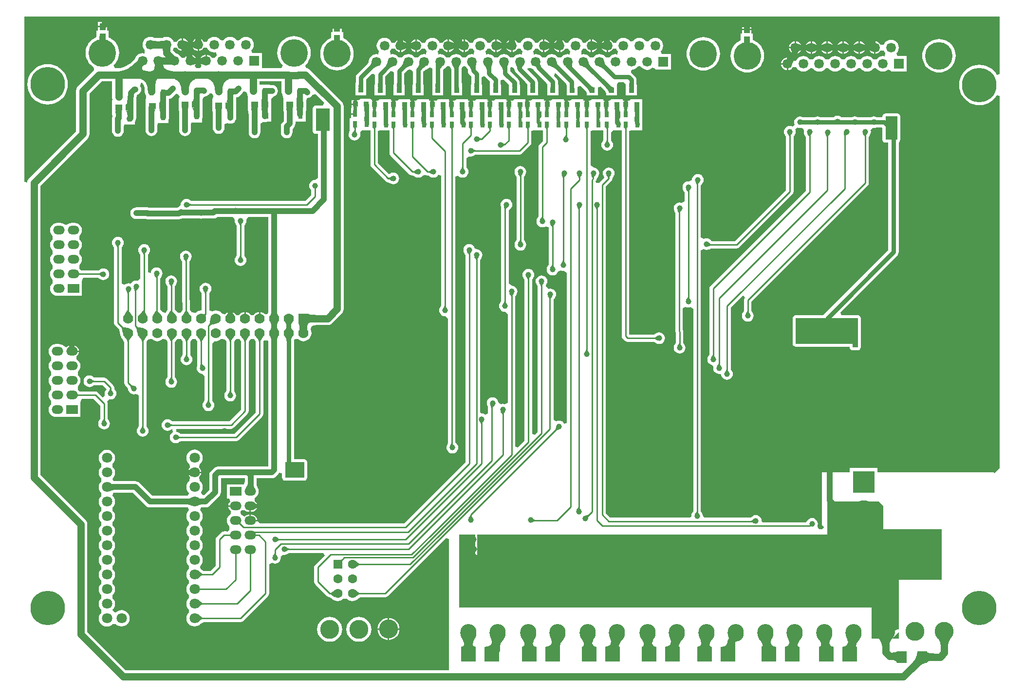
<source format=gbl>
G04*
G04 #@! TF.GenerationSoftware,Altium Limited,Altium Designer,20.1.12 (249)*
G04*
G04 Layer_Physical_Order=2*
G04 Layer_Color=16711680*
%FSTAX24Y24*%
%MOIN*%
G70*
G04*
G04 #@! TF.SameCoordinates,65647CF5-6095-42B6-9084-E7F1C421F8D5*
G04*
G04*
G04 #@! TF.FilePolarity,Positive*
G04*
G01*
G75*
%ADD17C,0.0100*%
%ADD28R,0.0433X0.0472*%
%ADD29R,0.0315X0.0433*%
%ADD37R,0.0472X0.0433*%
%ADD44C,0.0200*%
%ADD82C,0.0394*%
%ADD83C,0.0250*%
%ADD84C,0.0300*%
%ADD86C,0.0500*%
%ADD89O,0.0787X0.0591*%
%ADD90R,0.0787X0.0591*%
%ADD91C,0.0709*%
%ADD92C,0.1500*%
%ADD93R,0.1500X0.1500*%
%ADD94C,0.0630*%
%ADD95R,0.0630X0.0630*%
%ADD96C,0.0700*%
%ADD97R,0.0700X0.0700*%
%ADD98C,0.1300*%
%ADD99R,0.0665X0.0665*%
%ADD100C,0.0665*%
%ADD101C,0.1890*%
%ADD102O,0.1100X0.1200*%
%ADD103C,0.0394*%
%ADD104C,0.2362*%
%ADD105C,0.0500*%
%ADD106R,0.0984X0.1024*%
%ADD107R,0.0354X0.0374*%
%ADD108R,0.0650X0.0800*%
G36*
X019884Y084182D02*
X019894Y084179D01*
X019907Y084177D01*
X019923Y084175D01*
X019995Y08417D01*
X020097Y084169D01*
Y083669D01*
X02006Y083669D01*
X019894Y083659D01*
X019884Y083656D01*
X019878Y083653D01*
Y084185D01*
X019884Y084182D01*
D02*
G37*
G36*
X020569Y083719D02*
X021035D01*
X021032Y083713D01*
X021029Y083704D01*
X021027Y08369D01*
X021025Y083674D01*
X02102Y083603D01*
X021019Y0835D01*
X020519D01*
X020519Y083538D01*
X020511Y083664D01*
X020453Y083667D01*
X02035Y083669D01*
Y084169D01*
X020388Y084169D01*
X020554Y084179D01*
X020563Y084182D01*
X020569Y084185D01*
Y083719D01*
D02*
G37*
G36*
X021221Y083247D02*
X021346Y083137D01*
X021355Y083132D01*
X021361Y08313D01*
X021114Y082884D01*
Y082535D01*
X021108Y082538D01*
X021099Y082541D01*
X021086Y082543D01*
X021069Y082545D01*
X020998Y082549D01*
X020895Y082551D01*
Y082865D01*
X020841Y08292D01*
X020895Y082974D01*
Y083051D01*
X020933Y083051D01*
X020974Y083053D01*
X021195Y083274D01*
X021221Y083247D01*
D02*
G37*
G36*
X077814Y081909D02*
X077614Y081853D01*
X077542Y08197D01*
X077401Y082135D01*
X077236Y082276D01*
X077051Y08239D01*
X07685Y082473D01*
X076638Y082524D01*
X076422Y082541D01*
X076205Y082524D01*
X075993Y082473D01*
X075793Y08239D01*
X075607Y082276D01*
X075442Y082135D01*
X075301Y08197D01*
X075187Y081784D01*
X075104Y081583D01*
X075053Y081372D01*
X075036Y081155D01*
X075053Y080939D01*
X075104Y080727D01*
X075187Y080526D01*
X075301Y080341D01*
X075442Y080176D01*
X075607Y080034D01*
X075793Y079921D01*
X075993Y079838D01*
X076205Y079787D01*
X076422Y07977D01*
X076638Y079787D01*
X07685Y079838D01*
X077051Y079921D01*
X077236Y080034D01*
X077401Y080176D01*
X077542Y080341D01*
X077614Y080458D01*
X077814Y080401D01*
Y054902D01*
X077464Y054552D01*
X077414Y054602D01*
X06945D01*
Y0549D01*
X06755D01*
Y054602D01*
X065664D01*
Y051002D01*
X065814Y050852D01*
X065664Y050702D01*
X065442D01*
X065369Y050811D01*
X065335Y050902D01*
X065364Y050974D01*
X065378Y051078D01*
X065364Y051181D01*
X065324Y051278D01*
X065261Y051361D01*
X065178Y051424D01*
X065081Y051464D01*
X064978Y051478D01*
X064874Y051464D01*
X064778Y051424D01*
X064695Y051361D01*
X064631Y051278D01*
X064592Y051185D01*
X061607D01*
X061527Y051277D01*
X061513Y05138D01*
X061473Y051477D01*
X06141Y05156D01*
X061327Y051623D01*
X06123Y051663D01*
X061127Y051677D01*
X061023Y051663D01*
X060926Y051623D01*
X060884Y051591D01*
X060864Y051579D01*
X060839Y051558D01*
X060798Y051525D01*
X060775Y051508D01*
X057581D01*
X0575Y0516D01*
X057487Y051704D01*
X057447Y0518D01*
X057429Y051823D01*
X057421Y051839D01*
X057403Y051865D01*
X057373Y051907D01*
X057355Y051937D01*
Y069801D01*
X05755Y069903D01*
X057646Y069863D01*
X05775Y06985D01*
X057854Y069863D01*
X057887Y069877D01*
X057888Y069877D01*
X057901Y069883D01*
X057913Y069888D01*
X057933Y069894D01*
X057982Y069918D01*
X058019Y069935D01*
X058046Y069945D01*
X058046Y069945D01*
X0598D01*
X059898Y069964D01*
X05998Y07002D01*
X06363Y07367D01*
X063685Y073752D01*
X063705Y07385D01*
Y077612D01*
X063754Y077687D01*
X063771Y077711D01*
X063779Y077727D01*
X063797Y07775D01*
X063837Y077846D01*
X06385Y07795D01*
X063837Y078054D01*
X063816Y078104D01*
X063927Y078228D01*
X063962Y078249D01*
X064046Y078213D01*
X06415Y0782D01*
X064254Y078213D01*
X064265Y078218D01*
X064372Y078134D01*
X064412Y078056D01*
X064412Y078044D01*
X0644Y07795D01*
X064413Y077846D01*
X064453Y07775D01*
X064471Y077727D01*
X064479Y077711D01*
X064497Y077685D01*
X064527Y077643D01*
X064545Y077613D01*
Y073906D01*
X05802Y06738D01*
X057965Y067298D01*
X057945Y0672D01*
Y062688D01*
X057896Y062613D01*
X057879Y062589D01*
X057871Y062573D01*
X057853Y06255D01*
X057813Y062454D01*
X0578Y06235D01*
X057813Y062246D01*
X057853Y06215D01*
X057917Y062067D01*
X058Y062003D01*
X058096Y061963D01*
X0582Y061866D01*
X058201Y061758D01*
X0582Y06175D01*
X058213Y061646D01*
X058253Y06155D01*
X058317Y061467D01*
X0584Y061403D01*
X058496Y061363D01*
X0586Y06135D01*
X05871Y06135D01*
X05879Y061183D01*
X058803Y06115D01*
X058867Y061067D01*
X05895Y061003D01*
X059046Y060963D01*
X05915Y06095D01*
X059254Y060963D01*
X05935Y061003D01*
X059433Y061067D01*
X059497Y06115D01*
X059537Y061246D01*
X05955Y06135D01*
X059537Y061454D01*
X059497Y06155D01*
X059479Y061573D01*
X059471Y061589D01*
X059453Y061615D01*
X059423Y061657D01*
X059405Y061687D01*
Y065894D01*
X060251Y06674D01*
X060395Y066605D01*
X060339Y066523D01*
X06032Y066425D01*
Y065681D01*
X06027Y065608D01*
X060252Y065584D01*
X060243Y065567D01*
X060223Y06554D01*
X060183Y065443D01*
X060169Y065339D01*
X060183Y065236D01*
X060223Y065139D01*
X060286Y065056D01*
X060369Y064993D01*
X060466Y064953D01*
X060569Y064939D01*
X060673Y064953D01*
X06077Y064993D01*
X060852Y065056D01*
X060916Y065139D01*
X060956Y065236D01*
X06097Y065339D01*
X060956Y065443D01*
X060916Y06554D01*
X060902Y065558D01*
X060895Y065573D01*
X060877Y065598D01*
X060849Y065641D01*
X06083Y065673D01*
Y066319D01*
X06878Y07427D01*
X068836Y074352D01*
X068855Y07445D01*
Y077619D01*
X068904Y077694D01*
X068921Y077717D01*
X068929Y077733D01*
X068947Y077756D01*
X068987Y077853D01*
X069Y077956D01*
X068989Y078041D01*
X069028Y078104D01*
X069142Y078207D01*
X0692Y0782D01*
X069304Y078213D01*
X069367Y07824D01*
X069451Y078243D01*
X069454Y078244D01*
X069757D01*
X069796Y078205D01*
Y0774D01*
X069812Y077322D01*
X069856Y077256D01*
X069922Y077212D01*
X07Y077196D01*
X070197D01*
Y069846D01*
X06575Y0654D01*
X065734Y065379D01*
X06385D01*
X063772Y065363D01*
X063706Y065319D01*
X063662Y065253D01*
X063646Y065175D01*
Y063425D01*
X063662Y063347D01*
X063706Y063281D01*
X063772Y063237D01*
X06385Y063221D01*
X067546D01*
Y063175D01*
X067562Y063097D01*
X067606Y063031D01*
X067672Y062987D01*
X06775Y062971D01*
X0681D01*
X068178Y062987D01*
X068244Y063031D01*
X068288Y063097D01*
X068304Y063175D01*
Y065175D01*
X068288Y065253D01*
X068244Y065319D01*
X068178Y065363D01*
X0681Y065379D01*
X066989D01*
X066913Y065564D01*
X0708Y06945D01*
X070856Y069523D01*
X070891Y069609D01*
X070903Y0697D01*
Y077228D01*
X070944Y077256D01*
X070988Y077322D01*
X071004Y0774D01*
Y079D01*
X070988Y079078D01*
X070944Y079144D01*
X070878Y079188D01*
X0708Y079204D01*
X07D01*
X069922Y079188D01*
X069856Y079144D01*
X069812Y079078D01*
X069796Y079D01*
Y07895D01*
X069457D01*
X069453Y078951D01*
X069453Y078951D01*
X069452Y078951D01*
X069395Y078952D01*
X069386Y078952D01*
X069304Y078987D01*
X0692Y079D01*
X069096Y078987D01*
X069014Y078952D01*
X069005Y078952D01*
X068948Y078951D01*
X068947Y078951D01*
X068947Y078951D01*
X068943Y07895D01*
X068157D01*
X068153Y078951D01*
X068153Y078951D01*
X068152Y078951D01*
X068095Y078952D01*
X068086Y078952D01*
X068004Y078987D01*
X0679Y079D01*
X067796Y078987D01*
X067714Y078952D01*
X067705Y078952D01*
X067648Y078951D01*
X067647Y078951D01*
X067647Y078951D01*
X067643Y07895D01*
X067D01*
X066997Y078951D01*
X066962Y078952D01*
X066957Y078953D01*
X0669Y078997D01*
X066804Y079037D01*
X0667Y07905D01*
X066596Y079037D01*
X0665Y078997D01*
X066443Y078953D01*
X066438Y078952D01*
X066403Y078951D01*
X0664Y07895D01*
X065607D01*
X065603Y078951D01*
X065603Y078951D01*
X065602Y078951D01*
X065545Y078952D01*
X065536Y078952D01*
X065454Y078987D01*
X06535Y079D01*
X065246Y078987D01*
X065164Y078952D01*
X065155Y078952D01*
X065098Y078951D01*
X065097Y078951D01*
X065097Y078951D01*
X065093Y07895D01*
X064407D01*
X064403Y078951D01*
X064403Y078951D01*
X064402Y078951D01*
X064345Y078952D01*
X064336Y078952D01*
X064254Y078987D01*
X06415Y079D01*
X064046Y078987D01*
X06395Y078947D01*
X063867Y078883D01*
X063803Y0788D01*
X063763Y078704D01*
X06375Y0786D01*
X063763Y078496D01*
X063784Y078446D01*
X063673Y078322D01*
X063638Y078302D01*
X063554Y078337D01*
X06345Y07835D01*
X063346Y078337D01*
X06325Y078297D01*
X063167Y078233D01*
X063103Y07815D01*
X063063Y078054D01*
X06305Y07795D01*
X063063Y077846D01*
X063103Y07775D01*
X063121Y077727D01*
X063129Y077711D01*
X063147Y077685D01*
X063177Y077643D01*
X063195Y077613D01*
Y073956D01*
X059694Y070455D01*
X058116D01*
X058059Y070507D01*
X058038Y070529D01*
X058034Y070531D01*
X058033Y070533D01*
X058004Y070555D01*
X057999Y07056D01*
X057997Y070561D01*
X05795Y070597D01*
X057854Y070637D01*
X05775Y07065D01*
X057646Y070637D01*
X05755Y070597D01*
X057355Y070699D01*
Y074284D01*
X057407Y074341D01*
X057429Y074362D01*
X057431Y074366D01*
X057433Y074367D01*
X057455Y074396D01*
X05746Y074401D01*
X057461Y074403D01*
X057497Y07445D01*
X057537Y074546D01*
X05755Y07465D01*
X057537Y074754D01*
X057497Y07485D01*
X057433Y074933D01*
X05735Y074997D01*
X057254Y075037D01*
X05715Y07505D01*
X057046Y075037D01*
X05695Y074997D01*
X056867Y074933D01*
X056803Y07485D01*
X056763Y074754D01*
X056755Y07469D01*
X05667Y074604D01*
X056562Y074542D01*
X0565Y07455D01*
X056396Y074537D01*
X0563Y074497D01*
X056217Y074433D01*
X056153Y07435D01*
X056113Y074254D01*
X0561Y07415D01*
X056113Y074046D01*
X056153Y07395D01*
X056171Y073927D01*
X056179Y073911D01*
X056197Y073885D01*
X056227Y073843D01*
X056245Y073813D01*
Y073188D01*
X056196Y07314D01*
X056045Y073069D01*
X056004Y073087D01*
X0559Y0731D01*
X055796Y073087D01*
X0557Y073047D01*
X055617Y072983D01*
X055553Y0729D01*
X055513Y072804D01*
X0555Y0727D01*
X055513Y072596D01*
X05554Y072533D01*
X05554Y072532D01*
X055541Y072529D01*
X055553Y0725D01*
X055557Y072495D01*
X05556Y072489D01*
X05559Y072438D01*
X05561Y072402D01*
X05562Y072381D01*
Y064275D01*
X05564Y064177D01*
X055645Y064169D01*
Y063488D01*
X055596Y063413D01*
X055579Y063389D01*
X055571Y063373D01*
X055553Y06335D01*
X055513Y063254D01*
X0555Y06315D01*
X055513Y063046D01*
X055553Y06295D01*
X055617Y062867D01*
X0557Y062803D01*
X055796Y062763D01*
X0559Y06275D01*
X056004Y062763D01*
X0561Y062803D01*
X056183Y062867D01*
X056247Y06295D01*
X056287Y063046D01*
X0563Y06315D01*
X056287Y063254D01*
X056247Y06335D01*
X056229Y063373D01*
X056221Y063389D01*
X056203Y063415D01*
X056173Y063457D01*
X056155Y063487D01*
Y06425D01*
X056136Y064348D01*
X05613Y064356D01*
Y065832D01*
X056224Y065899D01*
X05633Y065941D01*
X056396Y065913D01*
X0565Y0659D01*
X056604Y065913D01*
X056645Y065931D01*
X056796Y06586D01*
X056845Y065812D01*
Y051938D01*
X056796Y051863D01*
X056779Y051839D01*
X056771Y051823D01*
X056753Y0518D01*
X056713Y051704D01*
X0567Y0516D01*
X056619Y051508D01*
X051152D01*
X050855Y051806D01*
Y074194D01*
X05123Y07457D01*
X051286Y074652D01*
X051305Y07475D01*
Y074762D01*
X051354Y074837D01*
X051371Y074861D01*
X051379Y074877D01*
X051397Y0749D01*
X051437Y074996D01*
X05145Y0751D01*
X051437Y075204D01*
X051397Y0753D01*
X051333Y075383D01*
X05125Y075447D01*
X051154Y075487D01*
X05105Y0755D01*
X050946Y075487D01*
X05085Y075447D01*
X050767Y075383D01*
X050703Y0753D01*
X050663Y075204D01*
X05065Y0751D01*
X050663Y074996D01*
X050703Y0749D01*
X050721Y074877D01*
X050729Y074861D01*
X050747Y074835D01*
X050759Y074819D01*
X05042Y07448D01*
X050387Y074431D01*
X05025Y074431D01*
X050179Y074452D01*
X050157Y074563D01*
X050179Y074596D01*
X05018Y0746D01*
X050215Y074652D01*
X050234Y074749D01*
X050286Y074818D01*
X050305Y07484D01*
X050316Y07486D01*
X050347Y0749D01*
X050387Y074996D01*
X0504Y0751D01*
X050387Y075204D01*
X050347Y0753D01*
X050283Y075383D01*
X0502Y075447D01*
X050104Y075487D01*
X05Y0755D01*
X049805Y075647D01*
Y078004D01*
X049993Y078033D01*
X050107Y078033D01*
X050695D01*
Y077388D01*
X050646Y077313D01*
X050629Y077289D01*
X050621Y077273D01*
X050603Y07725D01*
X050563Y077154D01*
X05055Y07705D01*
X050563Y076946D01*
X050603Y07685D01*
X050667Y076767D01*
X05075Y076703D01*
X050846Y076663D01*
X05095Y07665D01*
X051054Y076663D01*
X05115Y076703D01*
X051233Y076767D01*
X051297Y07685D01*
X051337Y076946D01*
X05135Y07705D01*
X051337Y077154D01*
X051297Y07725D01*
X051279Y077273D01*
X051271Y077289D01*
X051253Y077315D01*
X051223Y077357D01*
X051205Y077387D01*
Y07789D01*
X051343Y078033D01*
X051457Y078033D01*
X051945D01*
Y06395D01*
X051965Y063852D01*
X05202Y06377D01*
X05217Y06362D01*
X052252Y063565D01*
X05235Y063545D01*
X054162D01*
X054237Y063496D01*
X054261Y063479D01*
X054277Y063471D01*
X0543Y063453D01*
X054396Y063413D01*
X0545Y0634D01*
X054604Y063413D01*
X0547Y063453D01*
X054783Y063517D01*
X054847Y0636D01*
X054887Y063696D01*
X0549Y0638D01*
X054887Y063904D01*
X054847Y064D01*
X054783Y064083D01*
X0547Y064147D01*
X054604Y064187D01*
X0545Y0642D01*
X054396Y064187D01*
X0543Y064147D01*
X054277Y064129D01*
X054261Y064121D01*
X054235Y064103D01*
X054193Y064073D01*
X054163Y064055D01*
X052456D01*
X052455Y064056D01*
Y078004D01*
X052643Y078033D01*
X052757Y078033D01*
X053357D01*
Y078644D01*
X05336Y078653D01*
X053359Y078659D01*
X05336Y078665D01*
X053357Y078679D01*
Y078921D01*
X05336Y078935D01*
X053359Y078941D01*
X05336Y078947D01*
X053357Y078956D01*
Y079344D01*
X05336Y079353D01*
X053359Y079359D01*
X05336Y079365D01*
X053357Y079379D01*
Y079567D01*
X053357Y079567D01*
X053354Y079622D01*
X053354Y079624D01*
X053351Y079653D01*
X053351Y079654D01*
Y080195D01*
X05266D01*
X052597Y080195D01*
X052438Y080095D01*
X052397Y080095D01*
X052331D01*
X052331Y080092D01*
X052336Y080066D01*
X052343Y080044D01*
X052351Y080026D01*
X052361Y080012D01*
X052373Y080002D01*
X052386Y079996D01*
X0524Y079994D01*
X052274D01*
Y079808D01*
X052174D01*
Y079994D01*
X052048D01*
X052062Y079996D01*
X052075Y080002D01*
X052087Y080012D01*
X052097Y080026D01*
X052105Y080044D01*
X052112Y080066D01*
X052117Y080092D01*
X052118Y080095D01*
X052001D01*
Y080195D01*
X05131D01*
X051247Y080195D01*
X051088Y080095D01*
X051047Y080095D01*
X051044D01*
X051027Y080054D01*
X051019Y080023D01*
X051024Y080012D01*
X051032Y080002D01*
X05104Y079996D01*
X05105Y079994D01*
X051012D01*
X051003Y079926D01*
X051Y07985D01*
X050924D01*
Y079808D01*
X050824D01*
Y07985D01*
X0508D01*
X050797Y079926D01*
X050788Y079994D01*
X050698D01*
X050717Y079996D01*
X050735Y080002D01*
X05075Y080012D01*
X050763Y080026D01*
X050775Y080044D01*
X050775Y080045D01*
X050773Y080054D01*
X050756Y080095D01*
X050677D01*
Y080195D01*
X049986D01*
X049923Y080195D01*
X049764Y080095D01*
X049723Y080095D01*
X049694D01*
X049677Y080054D01*
X049673Y080036D01*
X049677Y080026D01*
X049687Y080012D01*
X049699Y080002D01*
X049712Y079996D01*
X049726Y079994D01*
X049662D01*
X049653Y079926D01*
X04965Y07985D01*
X0496D01*
Y079808D01*
X0495D01*
Y07985D01*
X04945D01*
X049447Y079926D01*
X049438Y079994D01*
X049374D01*
X049388Y079996D01*
X049401Y080002D01*
X049413Y080012D01*
X049423Y080026D01*
X049427Y080036D01*
X049423Y080054D01*
X049406Y080095D01*
X049301D01*
Y080195D01*
X04861D01*
X048547Y080195D01*
X048388Y080095D01*
X048347Y080095D01*
X048258D01*
X048259Y080092D01*
X048266Y080066D01*
X048275Y080044D01*
X048286Y080026D01*
X048299Y080012D01*
X048314Y080002D01*
X048331Y079996D01*
X04835Y079994D01*
X048224D01*
Y079808D01*
X048124D01*
Y079994D01*
X047998D01*
X048008Y079996D01*
X048017Y080002D01*
X048025Y080012D01*
X048031Y080026D01*
X048037Y080044D01*
X048042Y080066D01*
X048045Y080092D01*
X048046Y080095D01*
X047977D01*
Y080195D01*
X047286D01*
X047223Y080195D01*
X047064Y080095D01*
X047023Y080095D01*
X046957D01*
X046957Y080092D01*
X046962Y080066D01*
X046969Y080044D01*
X046977Y080026D01*
X046987Y080012D01*
X046999Y080002D01*
X047012Y079996D01*
X047026Y079994D01*
X0469D01*
Y079808D01*
X0468D01*
Y079994D01*
X046674D01*
X046688Y079996D01*
X046701Y080002D01*
X046713Y080012D01*
X046723Y080026D01*
X046731Y080044D01*
X046738Y080066D01*
X046743Y080092D01*
X046744Y080095D01*
X046601D01*
Y080195D01*
X04591D01*
X045847Y080195D01*
X045688Y080095D01*
X045647Y080095D01*
X045581D01*
X045581Y080092D01*
X045586Y080066D01*
X045593Y080044D01*
X045601Y080026D01*
X045611Y080012D01*
X045623Y080002D01*
X045636Y079996D01*
X04565Y079994D01*
X045524D01*
Y079808D01*
X045424D01*
Y079994D01*
X045298D01*
X045312Y079996D01*
X045325Y080002D01*
X045337Y080012D01*
X045347Y080026D01*
X045355Y080044D01*
X045362Y080066D01*
X045367Y080092D01*
X045368Y080095D01*
X045351D01*
Y080195D01*
X044597D01*
Y080195D01*
X044501Y080095D01*
X044331D01*
X044331Y080092D01*
X044336Y080066D01*
X044343Y080044D01*
X044351Y080026D01*
X044361Y080012D01*
X044373Y080002D01*
X044386Y079996D01*
X0444Y079994D01*
X044274D01*
Y079808D01*
X044174D01*
Y079994D01*
X044048D01*
X044062Y079996D01*
X044075Y080002D01*
X044087Y080012D01*
X044097Y080026D01*
X044105Y080044D01*
X044112Y080066D01*
X044117Y080092D01*
X044118Y080095D01*
X044051D01*
Y080195D01*
X043297D01*
Y080195D01*
X043201Y080095D01*
X043031D01*
X043031Y080092D01*
X043036Y080066D01*
X043043Y080044D01*
X043051Y080026D01*
X043061Y080012D01*
X043073Y080002D01*
X043086Y079996D01*
X0431Y079994D01*
X042974D01*
Y079808D01*
X042874D01*
Y079994D01*
X042748D01*
X042762Y079996D01*
X042775Y080002D01*
X042787Y080012D01*
X042797Y080026D01*
X042805Y080044D01*
X042812Y080066D01*
X042817Y080092D01*
X042818Y080095D01*
X042751D01*
Y080195D01*
X041997D01*
Y080195D01*
X041901Y080095D01*
X041731D01*
X041731Y080092D01*
X041736Y080066D01*
X041743Y080044D01*
X041751Y080026D01*
X041761Y080012D01*
X041773Y080002D01*
X041786Y079996D01*
X0418Y079994D01*
X041674D01*
Y079808D01*
X041574D01*
Y079994D01*
X041448D01*
X041462Y079996D01*
X041475Y080002D01*
X041487Y080012D01*
X041497Y080026D01*
X041505Y080044D01*
X041512Y080066D01*
X041517Y080092D01*
X041518Y080095D01*
X041401D01*
Y080195D01*
X04071D01*
X040647Y080195D01*
X040488Y080095D01*
X040447Y080095D01*
X040381D01*
X040381Y080092D01*
X040386Y080066D01*
X040393Y080044D01*
X040401Y080026D01*
X040411Y080012D01*
X040423Y080002D01*
X040436Y079996D01*
X04045Y079994D01*
X040324D01*
Y079808D01*
X040224D01*
Y079994D01*
X040098D01*
X040112Y079996D01*
X040125Y080002D01*
X040137Y080012D01*
X040147Y080026D01*
X040155Y080044D01*
X040162Y080066D01*
X040167Y080092D01*
X040168Y080095D01*
X040101D01*
Y080195D01*
X039347D01*
Y080195D01*
X039251Y080095D01*
X039081D01*
X039081Y080092D01*
X039086Y080066D01*
X039093Y080044D01*
X039101Y080026D01*
X039111Y080012D01*
X039123Y080002D01*
X039136Y079996D01*
X03915Y079994D01*
X039024D01*
Y079808D01*
X038924D01*
Y079994D01*
X038798D01*
X038812Y079996D01*
X038825Y080002D01*
X038837Y080012D01*
X038847Y080026D01*
X038855Y080044D01*
X038862Y080066D01*
X038867Y080092D01*
X038868Y080095D01*
X038751D01*
Y080195D01*
X03806D01*
X037997Y080195D01*
X037838Y080095D01*
X037797Y080095D01*
X037731D01*
X037731Y080092D01*
X037736Y080066D01*
X037743Y080044D01*
X037751Y080026D01*
X037761Y080012D01*
X037773Y080002D01*
X037786Y079996D01*
X0378Y079994D01*
X037674D01*
Y079808D01*
X037574D01*
Y079994D01*
X037448D01*
X037462Y079996D01*
X037475Y080002D01*
X037487Y080012D01*
X037497Y080026D01*
X037505Y080044D01*
X037512Y080066D01*
X037517Y080092D01*
X037518Y080095D01*
X037451D01*
Y080195D01*
X036697D01*
Y080195D01*
X036601Y080095D01*
X036431D01*
X036431Y080092D01*
X036436Y080066D01*
X036443Y080044D01*
X036451Y080026D01*
X036461Y080012D01*
X036473Y080002D01*
X036486Y079996D01*
X0365Y079994D01*
X036374D01*
Y079808D01*
X036274D01*
Y079994D01*
X036148D01*
X036162Y079996D01*
X036175Y080002D01*
X036187Y080012D01*
X036197Y080026D01*
X036205Y080044D01*
X036212Y080066D01*
X036217Y080092D01*
X036218Y080095D01*
X036151D01*
Y080195D01*
X03546D01*
X035397Y080195D01*
X035238Y080095D01*
X035197Y080095D01*
X035144D01*
X035127Y080054D01*
X035125Y080045D01*
X035125Y080044D01*
X035136Y080026D01*
X035149Y080012D01*
X035164Y080002D01*
X035181Y079996D01*
X0352Y079994D01*
X035112D01*
X035103Y079926D01*
X0351Y07985D01*
X035074D01*
Y079808D01*
X034974D01*
Y07985D01*
X0349D01*
X034897Y079926D01*
X034888Y079994D01*
X034848D01*
X034858Y079996D01*
X034867Y080002D01*
X034875Y080012D01*
X03488Y080024D01*
X034873Y080054D01*
X034856Y080095D01*
X034838D01*
Y08013D01*
X034825Y08015D01*
X034792Y080186D01*
X034753Y080214D01*
X034733Y080223D01*
X034146D01*
X034083Y080223D01*
X033925Y080123D01*
X033883Y080123D01*
X033816D01*
X033817Y080114D01*
X033823Y08009D01*
X033829Y080069D01*
X033838Y080052D01*
X033848Y080039D01*
X033859Y080029D01*
X033872Y080024D01*
X033886Y080022D01*
X03376D01*
Y079836D01*
X03371D01*
Y079786D01*
X033433D01*
Y079693D01*
X033429Y079495D01*
X033429Y079351D01*
Y079228D01*
X033686D01*
Y079128D01*
X033429D01*
Y078895D01*
X033329D01*
Y078061D01*
X033329D01*
X033276Y077883D01*
X033263Y077854D01*
X03325Y07775D01*
X033263Y077646D01*
X033303Y07755D01*
X033367Y077467D01*
X03345Y077403D01*
X033546Y077363D01*
X03365Y07735D01*
X033754Y077363D01*
X03385Y077403D01*
X033933Y077467D01*
X033997Y07755D01*
X034037Y077646D01*
X03405Y07775D01*
X034037Y077854D01*
X034033Y077861D01*
X034038Y077943D01*
X034108Y078023D01*
X034164Y078061D01*
X034244Y078061D01*
X034643D01*
Y078033D01*
X034745D01*
Y0757D01*
X034764Y075602D01*
X03482Y07552D01*
X03577Y07457D01*
X035852Y074514D01*
X03595Y074495D01*
X035962D01*
X036037Y074446D01*
X036061Y074429D01*
X036077Y074421D01*
X0361Y074403D01*
X036196Y074363D01*
X0363Y07435D01*
X036404Y074363D01*
X0365Y074403D01*
X036583Y074467D01*
X036647Y07455D01*
X036687Y074646D01*
X0367Y07475D01*
X036687Y074854D01*
X036647Y07495D01*
X036583Y075033D01*
X0365Y075097D01*
X036404Y075137D01*
X0363Y07515D01*
X036196Y075137D01*
X0361Y075097D01*
X036077Y075079D01*
X036061Y075071D01*
X036035Y075053D01*
X036019Y075041D01*
X035255Y075806D01*
Y078004D01*
X035443Y078033D01*
X035557Y078033D01*
X036045D01*
Y0765D01*
X036065Y076402D01*
X03612Y07632D01*
X03742Y07502D01*
X037502Y074964D01*
X0376Y074945D01*
X037662D01*
X037737Y074896D01*
X037761Y074879D01*
X037777Y074871D01*
X0378Y074853D01*
X037896Y074813D01*
X038Y0748D01*
X038104Y074813D01*
X0382Y074853D01*
X038283Y074917D01*
X038286Y074921D01*
X038413Y074989D01*
X038549Y074967D01*
X038552Y074964D01*
X03865Y074945D01*
X038712D01*
X038787Y074896D01*
X038811Y074879D01*
X038827Y074871D01*
X03885Y074853D01*
X038946Y074813D01*
X03905Y0748D01*
X039154Y074813D01*
X03925Y074853D01*
X039333Y074917D01*
X039397Y075D01*
X039595Y074956D01*
Y066038D01*
X039546Y065963D01*
X039529Y065939D01*
X039521Y065923D01*
X039503Y0659D01*
X039463Y065804D01*
X03945Y0657D01*
X039463Y065596D01*
X039503Y0655D01*
X039567Y065417D01*
X03965Y065353D01*
X039746Y065313D01*
X03985Y0653D01*
X040045Y065153D01*
Y056597D01*
X040005Y056506D01*
X039994Y056485D01*
X039989Y056464D01*
X039983Y056451D01*
X039977Y056438D01*
X039977Y056437D01*
X039963Y056404D01*
X03995Y0563D01*
X039963Y056196D01*
X040003Y0561D01*
X040067Y056017D01*
X04015Y055953D01*
X040246Y055913D01*
X04035Y0559D01*
X040454Y055913D01*
X04055Y055953D01*
X040633Y056017D01*
X040697Y0561D01*
X040737Y056196D01*
X04075Y0563D01*
X040737Y056404D01*
X040697Y0565D01*
X040661Y056547D01*
X04066Y056549D01*
X040655Y056554D01*
X040633Y056583D01*
X040631Y056584D01*
X040629Y056588D01*
X040605Y056611D01*
X040568Y05665D01*
X040555Y056665D01*
Y074865D01*
X040755Y074933D01*
X040767Y074917D01*
X04085Y074853D01*
X040946Y074813D01*
X04105Y0748D01*
X041154Y074813D01*
X04125Y074853D01*
X041333Y074917D01*
X041397Y075D01*
X041437Y075096D01*
X04145Y0752D01*
X041437Y075304D01*
X041397Y0754D01*
X041379Y075423D01*
X041371Y075439D01*
X041353Y075465D01*
X041323Y075507D01*
X041305Y075537D01*
Y076137D01*
X041495Y076262D01*
X041505Y076262D01*
X0416Y07625D01*
X041704Y076263D01*
X0418Y076303D01*
X041823Y076321D01*
X041839Y076329D01*
X041865Y076347D01*
X041907Y076377D01*
X041937Y076395D01*
X04495D01*
X045048Y076414D01*
X04513Y07647D01*
X04568Y07702D01*
X045736Y077102D01*
X045755Y0772D01*
Y078004D01*
X045943Y078033D01*
X046057Y078033D01*
X046545D01*
Y077306D01*
X04632Y07708D01*
X046265Y076998D01*
X046245Y0769D01*
Y072138D01*
X046196Y072063D01*
X046179Y072039D01*
X046171Y072023D01*
X046153Y072D01*
X046113Y071904D01*
X0461Y0718D01*
X046113Y071696D01*
X046153Y0716D01*
X046217Y071517D01*
X0463Y071453D01*
X046396Y071413D01*
X0465Y0714D01*
X046604Y071413D01*
X0467Y071453D01*
X046707Y071456D01*
X046739Y071461D01*
X046828Y071452D01*
X046912Y071428D01*
X046945Y0714D01*
Y068838D01*
X046896Y068763D01*
X046879Y068739D01*
X046871Y068723D01*
X046853Y0687D01*
X046813Y068604D01*
X0468Y0685D01*
X046813Y068396D01*
X046853Y0683D01*
X046917Y068217D01*
X047Y068153D01*
X047096Y068113D01*
X0472Y0681D01*
X047304Y068113D01*
X0474Y068153D01*
X047483Y068217D01*
X047547Y0683D01*
X047565Y068343D01*
X047685Y068415D01*
X047793Y068435D01*
X047846Y068413D01*
X04795Y0684D01*
X047995Y068406D01*
X048142Y068314D01*
X048195Y068256D01*
Y057994D01*
X047997Y05795D01*
X047933Y058033D01*
X04785Y058097D01*
X047754Y058137D01*
X04765Y05815D01*
X047546Y058137D01*
X04748Y058109D01*
X047374Y058151D01*
X04728Y058218D01*
Y066447D01*
X047332Y066513D01*
X047351Y066536D01*
X047363Y066556D01*
X047376Y066573D01*
X047379Y066577D01*
X047379Y066577D01*
X047397Y0666D01*
X047437Y066696D01*
X04745Y0668D01*
X047437Y066904D01*
X047397Y067D01*
X047333Y067083D01*
X04725Y067147D01*
X047154Y067187D01*
X04705Y0672D01*
X046946Y067187D01*
X046783Y067309D01*
X046746Y067426D01*
X046754Y067437D01*
X046771Y067461D01*
X046779Y067477D01*
X046797Y0675D01*
X046837Y067596D01*
X04685Y0677D01*
X046837Y067804D01*
X046797Y0679D01*
X046733Y067983D01*
X04665Y068047D01*
X046554Y068087D01*
X04645Y0681D01*
X046346Y068087D01*
X04625Y068047D01*
X046167Y067983D01*
X046103Y0679D01*
X046063Y067804D01*
X04605Y0677D01*
X046063Y067596D01*
X046103Y0675D01*
X046121Y067477D01*
X046129Y067461D01*
X046147Y067435D01*
X046177Y067393D01*
X046195Y067363D01*
Y05739D01*
X04599Y057184D01*
X045805Y057261D01*
Y067812D01*
X045854Y067887D01*
X045871Y067911D01*
X045879Y067927D01*
X045897Y06795D01*
X045937Y068046D01*
X04595Y06815D01*
X045937Y068254D01*
X045897Y06835D01*
X045833Y068433D01*
X04575Y068497D01*
X045654Y068537D01*
X04555Y06855D01*
X045446Y068537D01*
X04535Y068497D01*
X045267Y068433D01*
X045203Y06835D01*
X045163Y068254D01*
X04515Y06815D01*
X045163Y068046D01*
X045203Y06795D01*
X045221Y067927D01*
X045229Y067911D01*
X045247Y067885D01*
X045277Y067843D01*
X045295Y067813D01*
Y056773D01*
X04484Y056317D01*
X044655Y056394D01*
Y066662D01*
X044704Y066737D01*
X044721Y066761D01*
X044729Y066777D01*
X044747Y0668D01*
X044787Y066896D01*
X0448Y067D01*
X044787Y067104D01*
X044747Y0672D01*
X044683Y067283D01*
X0446Y067347D01*
X044504Y067387D01*
X0444Y0674D01*
X044205Y067547D01*
Y072567D01*
X044249Y072601D01*
X044275Y072618D01*
X044291Y072634D01*
X044333Y072667D01*
X044397Y07275D01*
X044437Y072846D01*
X04445Y07295D01*
X044437Y073054D01*
X044397Y07315D01*
X044333Y073233D01*
X04425Y073297D01*
X044154Y073337D01*
X04405Y07335D01*
X043946Y073337D01*
X04385Y073297D01*
X043767Y073233D01*
X043703Y07315D01*
X043663Y073054D01*
X04365Y07295D01*
X043659Y072879D01*
X043659Y072878D01*
X043659Y072876D01*
X043663Y072846D01*
X043667Y072838D01*
X043668Y072829D01*
X043674Y072809D01*
X043684Y072775D01*
X043693Y07273D01*
X043694Y072725D01*
X043695Y072715D01*
Y066341D01*
X043646Y066266D01*
X043629Y066242D01*
X043621Y066226D01*
X043603Y066203D01*
X043563Y066107D01*
X04355Y066003D01*
X043563Y0659D01*
X043603Y065803D01*
X043667Y06572D01*
X04375Y065656D01*
X043846Y065617D01*
X04395Y065603D01*
X044145Y065456D01*
Y059388D01*
X044096Y05934D01*
X043945Y059269D01*
X043904Y059287D01*
X0438Y0593D01*
X043696Y059287D01*
X043693Y059285D01*
X043628Y059307D01*
X043501Y059396D01*
X043492Y059409D01*
X043487Y059454D01*
X043447Y05955D01*
X043383Y059633D01*
X0433Y059697D01*
X043204Y059737D01*
X0431Y05975D01*
X042996Y059737D01*
X0429Y059697D01*
X042817Y059633D01*
X042753Y05955D01*
X042713Y059454D01*
X0427Y05935D01*
X042713Y059246D01*
X042727Y059213D01*
X042727Y059212D01*
X042733Y059199D01*
X042738Y059187D01*
X042744Y059167D01*
X042768Y059118D01*
X042785Y059081D01*
X042795Y059054D01*
X042795Y059054D01*
Y05865D01*
X042728Y058602D01*
X042595Y058562D01*
X04255Y058597D01*
X042454Y058637D01*
X04235Y05865D01*
X042255Y058734D01*
Y069162D01*
X042304Y069237D01*
X042321Y069261D01*
X042329Y069277D01*
X042347Y0693D01*
X042387Y069396D01*
X0424Y0695D01*
X042387Y069604D01*
X042347Y0697D01*
X042283Y069783D01*
X0422Y069847D01*
X042104Y069887D01*
X042Y0699D01*
X041887Y069957D01*
X041847Y070053D01*
X041783Y070136D01*
X0417Y0702D01*
X041604Y07024D01*
X0415Y070253D01*
X041396Y07024D01*
X0413Y0702D01*
X041217Y070136D01*
X041153Y070053D01*
X041113Y069957D01*
X0411Y069853D01*
X041113Y06975D01*
X041153Y069653D01*
X041171Y06963D01*
X041179Y069614D01*
X041197Y069589D01*
X041227Y069546D01*
X041245Y069516D01*
Y055306D01*
X037044Y051105D01*
X027144D01*
X027035Y05125D01*
X0265D01*
Y0513D01*
X02645D01*
Y051699D01*
X026402D01*
X026298Y051685D01*
X026202Y051645D01*
X026199Y051643D01*
X026103Y05159D01*
X025933Y051667D01*
X025893Y051698D01*
X025863Y051892D01*
X025866Y051931D01*
X025947Y052025D01*
X026106D01*
X02612Y052018D01*
X026202Y051955D01*
X026298Y051915D01*
X026402Y051901D01*
X02645D01*
Y0523D01*
X0265D01*
Y05235D01*
X026763D01*
Y052546D01*
X026793Y052523D01*
X026824Y052502D01*
X026856Y052484D01*
X02689Y052468D01*
X026924Y052455D01*
X02696Y052444D01*
X026967Y052443D01*
X026944Y052499D01*
X02688Y052582D01*
X026811Y052635D01*
X026802Y052697D01*
X026816Y052854D01*
X026848Y052867D01*
X026952Y052947D01*
X027031Y05305D01*
X027081Y053171D01*
X027098Y0533D01*
X027081Y053429D01*
X027031Y05355D01*
X027017Y053569D01*
X027011Y053582D01*
X027Y053597D01*
X026994Y053608D01*
X026987Y053626D01*
X026979Y053652D01*
X026971Y053685D01*
X026965Y053721D01*
X026952Y053887D01*
X026951Y053951D01*
X02695Y053953D01*
Y0542D01*
X027974D01*
X028078Y054213D01*
X028174Y054253D01*
X028257Y054317D01*
X028433Y054493D01*
X028497Y054576D01*
X028696Y054534D01*
Y05425D01*
X028712Y054172D01*
X028756Y054106D01*
X028822Y054062D01*
X0289Y054046D01*
X0302D01*
X030278Y054062D01*
X030344Y054106D01*
X030388Y054172D01*
X030404Y05425D01*
Y0553D01*
X030388Y055378D01*
X030344Y055444D01*
X030278Y055488D01*
X0302Y055504D01*
X029503D01*
Y063612D01*
X029504Y063615D01*
X029505Y063635D01*
X029506Y063647D01*
X029509Y063662D01*
X029514Y063678D01*
X029521Y063697D01*
X02953Y063717D01*
X029533Y063722D01*
X029629Y063755D01*
X029654Y06376D01*
X029724Y063758D01*
X02976Y06375D01*
X029773Y063745D01*
X029781Y06374D01*
X029873Y06367D01*
X030006Y063614D01*
X03015Y063595D01*
X030294Y063614D01*
X030427Y06367D01*
X030542Y063758D01*
X03063Y063873D01*
X030686Y064006D01*
X030705Y06415D01*
X030686Y064294D01*
X030642Y0644D01*
X0307Y0646D01*
X030862Y064692D01*
X030912Y064695D01*
X031001Y064696D01*
X031001Y064696D01*
X0318D01*
X031917Y064712D01*
X032027Y064757D01*
X032121Y064829D01*
X032771Y065479D01*
X032843Y065573D01*
X032888Y065683D01*
X032904Y0658D01*
Y0797D01*
X032888Y079817D01*
X032843Y079927D01*
X032771Y080021D01*
X030612Y08218D01*
X030518Y082252D01*
X030409Y082297D01*
X030346Y082306D01*
X030284Y082443D01*
X03028Y082513D01*
X030321Y082548D01*
X030438Y082685D01*
X030532Y082838D01*
X030601Y083005D01*
X030643Y08318D01*
X030657Y08336D01*
X030643Y083539D01*
X030601Y083715D01*
X030532Y083881D01*
X030438Y084035D01*
X030321Y084172D01*
X030184Y084289D01*
X03003Y084383D01*
X029864Y084452D01*
X029689Y084494D01*
X029509Y084508D01*
X029329Y084494D01*
X029154Y084452D01*
X028988Y084383D01*
X028834Y084289D01*
X028697Y084172D01*
X02858Y084035D01*
X028486Y083881D01*
X028417Y083715D01*
X028375Y083539D01*
X028361Y08336D01*
X028375Y08318D01*
X028417Y083005D01*
X028486Y082838D01*
X02858Y082685D01*
X028697Y082548D01*
X028738Y082513D01*
X028664Y082313D01*
X0273D01*
Y083333D01*
X026662D01*
X026594Y083533D01*
X026602Y083539D01*
X026687Y08365D01*
X026741Y08378D01*
X026759Y083919D01*
X026741Y084058D01*
X026687Y084188D01*
X026602Y084299D01*
X02649Y084384D01*
X026361Y084438D01*
X026222Y084456D01*
X026083Y084438D01*
X025953Y084384D01*
X025842Y084299D01*
X025793Y084235D01*
X025721Y084218D01*
X025632D01*
X02556Y084235D01*
X025511Y084299D01*
X0254Y084384D01*
X02527Y084438D01*
X025131Y084456D01*
X024992Y084438D01*
X024862Y084384D01*
X024751Y084299D01*
X024702Y084235D01*
X02463Y084218D01*
X024541D01*
X024469Y084235D01*
X02442Y084299D01*
X024309Y084384D01*
X02418Y084438D01*
X024041Y084456D01*
X023901Y084438D01*
X023772Y084384D01*
X023661Y084299D01*
X023575Y084188D01*
X023549Y084125D01*
X023337Y084116D01*
X023328Y084137D01*
X023259Y084227D01*
X023168Y084297D01*
X023152Y084304D01*
X023153Y084289D01*
X023158Y084259D01*
X023164Y084232D01*
X023172Y084206D01*
X023181Y084181D01*
X023191Y084159D01*
X023203Y084138D01*
X023216Y084119D01*
X023D01*
Y083919D01*
Y083489D01*
X023063Y083497D01*
X023168Y083541D01*
X023259Y08361D01*
X023328Y083701D01*
X023337Y083722D01*
X023549Y083713D01*
X023575Y08365D01*
X023661Y083539D01*
X023772Y083454D01*
X023901Y0834D01*
X024041Y083382D01*
X02416Y083397D01*
X024174Y083386D01*
X024206Y083181D01*
X024121Y083069D01*
X024095Y083007D01*
X023882Y082998D01*
X023873Y083019D01*
X023804Y083109D01*
X023713Y083179D01*
X023608Y083222D01*
X023545Y083231D01*
Y082801D01*
X023495D01*
Y082751D01*
X023296D01*
Y082535D01*
X023276Y082548D01*
X023255Y08256D01*
X023233Y08257D01*
X023208Y082579D01*
X023182Y082587D01*
X023155Y082593D01*
X023126Y082598D01*
X02311Y082599D01*
X023117Y082583D01*
X023171Y082513D01*
X023152Y082427D01*
X023092Y082313D01*
X022808D01*
X022748Y082427D01*
X022729Y082513D01*
X022783Y082583D01*
X022789Y082599D01*
X022775Y082598D01*
X022745Y082593D01*
X022718Y082587D01*
X022692Y082579D01*
X022667Y08257D01*
X022645Y08256D01*
X022624Y082548D01*
X022604Y082535D01*
Y082751D01*
X022405D01*
Y082801D01*
X022355D01*
Y082997D01*
X02212Y082974D01*
X022127Y082987D01*
X022133Y083002D01*
X022139Y08302D01*
X022143Y083041D01*
X022147Y083065D01*
X022153Y083119D01*
X022154Y083154D01*
X022096Y083109D01*
X022027Y083019D01*
X022018Y082998D01*
X021805Y083007D01*
X021779Y083069D01*
X021694Y083181D01*
X021583Y083266D01*
X021453Y08332D01*
X021446Y083321D01*
X021361Y083396D01*
X021338Y083419D01*
X021338Y083419D01*
X02123Y083527D01*
X021272Y083713D01*
X021473Y083722D01*
X021481Y083701D01*
X021551Y08361D01*
X021641Y083541D01*
X021746Y083497D01*
X021809Y083489D01*
Y083585D01*
X021795Y083591D01*
X021781Y083596D01*
X021809Y083619D01*
Y083919D01*
Y084349D01*
X021746Y08434D01*
X021641Y084297D01*
X021551Y084227D01*
X021481Y084137D01*
X021473Y084116D01*
X02126Y084125D01*
X021234Y084188D01*
X021149Y084299D01*
X021038Y084384D01*
X020908Y084438D01*
X020769Y084456D01*
X02063Y084438D01*
X0205Y084384D01*
X020495Y08438D01*
X020381Y084373D01*
X020349Y084373D01*
X020349Y084373D01*
X0201D01*
X0201Y084373D01*
X020002Y084374D01*
X019956Y084377D01*
X019947Y084384D01*
X019817Y084438D01*
X019678Y084456D01*
X019539Y084438D01*
X01941Y084384D01*
X019298Y084299D01*
X019213Y084188D01*
X019159Y084058D01*
X019141Y083919D01*
X019159Y08378D01*
X019213Y08365D01*
X019298Y083539D01*
X019267Y083332D01*
X019254Y083321D01*
X019138Y083336D01*
X018999Y083318D01*
X018869Y083264D01*
X018758Y083179D01*
X018673Y083067D01*
X018619Y082938D01*
X018618Y082931D01*
X018568Y082875D01*
X018525Y082834D01*
X018267Y082617D01*
X01815Y082534D01*
X018035Y082464D01*
X017926Y082407D01*
X017823Y082365D01*
X017726Y082336D01*
X017635Y082319D01*
X017543Y082313D01*
X017236D01*
X017162Y082513D01*
X017203Y082548D01*
X01732Y082685D01*
X017414Y082838D01*
X017483Y083005D01*
X017525Y08318D01*
X017539Y08336D01*
X017525Y083539D01*
X017483Y083715D01*
X017414Y083881D01*
X01732Y084035D01*
X017203Y084172D01*
X017066Y084289D01*
X016912Y084383D01*
X016817Y084423D01*
Y084886D01*
X016717D01*
Y0851D01*
X016083D01*
Y084886D01*
X015983D01*
Y08443D01*
X01587Y084383D01*
X015716Y084289D01*
X015579Y084172D01*
X015462Y084035D01*
X015368Y083881D01*
X015299Y083715D01*
X015257Y083539D01*
X015243Y08336D01*
X015257Y08318D01*
X015299Y083005D01*
X015368Y082838D01*
X015462Y082685D01*
X015579Y082548D01*
X015716Y082431D01*
X015783Y08239D01*
X015815Y082266D01*
X015816Y082179D01*
X015805Y082147D01*
X014729Y081071D01*
X014657Y080977D01*
X014612Y080867D01*
X014596Y08075D01*
Y077988D01*
X011379Y074771D01*
X011307Y074677D01*
X011262Y074567D01*
X011252Y074492D01*
X011052Y074505D01*
X011064Y085831D01*
X011114Y085852D01*
X077814D01*
Y081909D01*
D02*
G37*
G36*
X01886Y082794D02*
X019315Y082622D01*
X019225Y082525D01*
X019184Y08247D01*
X019185Y082469D01*
X019183Y082469D01*
X01916Y082437D01*
X01912Y08236D01*
X019106Y082294D01*
X019117Y082237D01*
X019154Y082191D01*
X019215Y082155D01*
X019302Y082129D01*
X019414Y082114D01*
X019551Y082109D01*
X018198Y081609D01*
X01755Y082109D01*
X017661Y082116D01*
X017774Y082137D01*
X017891Y082173D01*
X018012Y082222D01*
X018135Y082286D01*
X018262Y082364D01*
X018392Y082455D01*
X018662Y082682D01*
X018715Y082733D01*
X018801Y082831D01*
X018806Y082839D01*
X018808Y082846D01*
X01886Y082794D01*
D02*
G37*
G36*
X02535Y081609D02*
X025208Y0816D01*
X02508Y081573D01*
X024968Y081527D01*
X02487Y081464D01*
X024787Y081382D01*
X02472Y081282D01*
X024667Y081164D01*
X02463Y081027D01*
X024608Y080873D01*
X0246Y0807D01*
X0241D01*
X024093Y080873D01*
X02407Y081027D01*
X024032Y081164D01*
X02398Y081282D01*
X023912Y081382D01*
X02383Y081464D01*
X023733Y081527D01*
X02362Y081573D01*
X023493Y0816D01*
X02335Y081609D01*
X02435Y082109D01*
X02535Y081609D01*
D02*
G37*
G36*
X02305D02*
X022908Y0816D01*
X02278Y081573D01*
X022668Y081527D01*
X02257Y081464D01*
X022487Y081382D01*
X02242Y081282D01*
X022367Y081164D01*
X02233Y081027D01*
X022308Y080873D01*
X0223Y0807D01*
X0218D01*
X021793Y080873D01*
X02177Y081027D01*
X021732Y081164D01*
X02168Y081282D01*
X021613Y081382D01*
X02153Y081464D01*
X021432Y081527D01*
X02132Y081573D01*
X021193Y0816D01*
X02105Y081609D01*
X02205Y082109D01*
X02305Y081609D01*
D02*
G37*
G36*
X020429Y083064D02*
X020439Y083061D01*
X020452Y083059D01*
X020469Y083057D01*
X02054Y083052D01*
X020643Y083051D01*
Y082551D01*
X020605Y082551D01*
X020532Y082546D01*
X020535Y082531D01*
X020573Y082432D01*
X020625Y082347D01*
X020693Y082274D01*
X020775Y082215D01*
X020873Y082168D01*
X020985Y082135D01*
X021113Y082116D01*
X021255Y082109D01*
X020255Y081609D01*
X020207Y0816D01*
X020163Y081573D01*
X020125Y081527D01*
X020092Y081464D01*
X020064Y081382D01*
X020041Y081282D01*
X020023Y081164D01*
X020003Y080873D01*
X02Y0807D01*
X0195D01*
X019492Y080873D01*
X01947Y081027D01*
X019432Y081164D01*
X01938Y081282D01*
X019312Y081382D01*
X01923Y081464D01*
X019132Y081527D01*
X01902Y081573D01*
X018893Y0816D01*
X01875Y081609D01*
X01975Y082109D01*
X019799Y082116D01*
X019842Y082135D01*
X01988Y082168D01*
X019913Y082215D01*
X019941Y082274D01*
X019964Y082347D01*
X019982Y082432D01*
X019992Y082531D01*
X019988Y082547D01*
X019983Y082563D01*
X019977Y082576D01*
X01997Y082586D01*
X019997Y082587D01*
X020003Y082644D01*
X020005Y082769D01*
X020423D01*
Y083067D01*
X020429Y083064D01*
D02*
G37*
G36*
X030059Y080962D02*
X030066Y080959D01*
X030078Y080956D01*
X030095Y080954D01*
X030144Y08095D01*
X0303Y080947D01*
Y080553D01*
X030254Y080553D01*
X030066Y080541D01*
X030059Y080538D01*
X030056Y080535D01*
Y080965D01*
X030059Y080962D01*
D02*
G37*
G36*
X02766D02*
X02767Y080959D01*
X027687Y080956D01*
X027711Y080954D01*
X027825Y080949D01*
X028Y080947D01*
Y080553D01*
X027656Y080535D01*
Y080965D01*
X02766Y080962D01*
D02*
G37*
G36*
X025308Y080912D02*
X025314Y080909D01*
X025324Y080906D01*
X025337Y080904D01*
X025355Y080901D01*
X025401Y080899D01*
X0255Y080897D01*
Y080503D01*
X025463Y080503D01*
X025324Y080494D01*
X025314Y080491D01*
X025308Y080488D01*
X025306Y080485D01*
Y080915D01*
X025308Y080912D01*
D02*
G37*
G36*
X023315Y080597D02*
X023257Y080596D01*
X023158Y080587D01*
X023118Y080579D01*
X023084Y080569D01*
X023056Y080557D01*
X023034Y080542D01*
X023019Y080525D01*
X023009Y080506D01*
X023006Y080485D01*
Y080915D01*
X023009Y08093D01*
X023019Y080942D01*
X023034Y080954D01*
X023056Y080964D01*
X023084Y080972D01*
X023118Y080979D01*
X023158Y080984D01*
X023257Y08099D01*
X023315Y080991D01*
Y080597D01*
D02*
G37*
G36*
X020708Y080852D02*
X020714Y080841D01*
X020724Y08083D01*
X020737Y080822D01*
X020755Y080814D01*
X020776Y080808D01*
X020801Y080803D01*
X02083Y0808D01*
X020863Y080798D01*
X0209Y080797D01*
Y080403D01*
X020706Y080435D01*
Y080865D01*
X020708Y080852D01*
D02*
G37*
G36*
X030097Y080334D02*
X030114Y080078D01*
X03012Y080051D01*
X030127Y080031D01*
X030135Y080019D01*
X030143Y080015D01*
X029673D01*
X029679Y080019D01*
X029684Y080031D01*
X029689Y080051D01*
X029692Y080078D01*
X029698Y080157D01*
X029703Y080409D01*
X030097D01*
X030097Y080334D01*
D02*
G37*
G36*
X027697D02*
X027716Y080051D01*
X027721Y080031D01*
X027728Y080019D01*
X027735Y080015D01*
X027265D01*
X027272Y080019D01*
X027279Y080031D01*
X027284Y080051D01*
X027289Y080078D01*
X027294Y080114D01*
X0273Y080208D01*
X027303Y080409D01*
X027697D01*
X027697Y080334D01*
D02*
G37*
G36*
X022985Y080015D02*
X022515D01*
X02254Y080019D01*
X022562Y080031D01*
X022582Y080051D01*
X022599Y080078D01*
X022614Y080114D01*
X022626Y080157D01*
X022635Y080208D01*
X022642Y080267D01*
X022647Y080409D01*
X023041D01*
X022985Y080015D01*
D02*
G37*
G36*
X025285Y079965D02*
X024815D01*
X024841Y079969D01*
X024865Y079981D01*
X024885Y080001D01*
X024903Y080028D01*
X024919Y080064D01*
X024931Y080107D01*
X024941Y080158D01*
X024948Y080217D01*
X024952Y080284D01*
X024953Y080359D01*
X025347D01*
X025285Y079965D01*
D02*
G37*
G36*
X020735Y079915D02*
X020265D01*
X020282Y079919D01*
X020297Y079931D01*
X02031Y079951D01*
X020321Y079978D01*
X020331Y080014D01*
X020339Y080057D01*
X020345Y080108D01*
X020352Y080234D01*
X020353Y080309D01*
X020747D01*
X020735Y079915D01*
D02*
G37*
G36*
X018435Y079815D02*
X017965D01*
X017991Y079819D01*
X018015Y079831D01*
X018035Y079851D01*
X018053Y079878D01*
X018069Y079914D01*
X018081Y079957D01*
X018091Y080008D01*
X018098Y080067D01*
X018102Y080134D01*
X018103Y080209D01*
X018497D01*
X018435Y079815D01*
D02*
G37*
G36*
X03387Y079648D02*
X033855Y079642D01*
X033841Y079632D01*
X03383Y079618D01*
X03382Y0796D01*
X033812Y079578D01*
X033806Y079552D01*
X033802Y079522D01*
X033802Y079518D01*
X033805Y079465D01*
X033809Y079443D01*
X033814Y079425D01*
X03382Y079411D01*
X033827Y079401D01*
X033834Y079395D01*
X033843Y079393D01*
X03353D01*
X033543Y079395D01*
X033555Y079401D01*
X033565Y079411D01*
X033574Y079425D01*
X033581Y079443D01*
X033587Y079465D01*
X033592Y079491D01*
X033595Y079518D01*
X033593Y079552D01*
X033588Y079578D01*
X033582Y0796D01*
X033575Y079618D01*
X033567Y079632D01*
X033557Y079642D01*
X033547Y079648D01*
X033534Y07965D01*
X033886D01*
X03387Y079648D01*
D02*
G37*
G36*
X052383Y07962D02*
X052368Y079614D01*
X052355Y079604D01*
X052344Y07959D01*
X052334Y079572D01*
X052326Y07955D01*
X05232Y079524D01*
X052316Y079494D01*
X052315Y07949D01*
X052319Y079437D01*
X052323Y079415D01*
X052328Y079397D01*
X052334Y079383D01*
X05234Y079373D01*
X052348Y079367D01*
X052356Y079365D01*
X052044D01*
X052057Y079367D01*
X052068Y079373D01*
X052079Y079383D01*
X052087Y079397D01*
X052095Y079415D01*
X052101Y079437D01*
X052106Y079463D01*
X052109Y07949D01*
X052106Y079524D01*
X052102Y07955D01*
X052096Y079572D01*
X052089Y07959D01*
X052081Y079604D01*
X052071Y079614D01*
X05206Y07962D01*
X052048Y079622D01*
X0524D01*
X052383Y07962D01*
D02*
G37*
G36*
X051038D02*
X051027Y079614D01*
X051018Y079604D01*
X05101Y07959D01*
X051003Y079572D01*
X050997Y07955D01*
X050993Y079524D01*
X05099Y0795D01*
X050993Y079463D01*
X050998Y079437D01*
X051004Y079415D01*
X051012Y079397D01*
X051021Y079383D01*
X051031Y079373D01*
X051043Y079367D01*
X051056Y079365D01*
X050744D01*
X050752Y079367D01*
X050759Y079373D01*
X050766Y079383D01*
X050771Y079397D01*
X050776Y079415D01*
X05078Y079437D01*
X050783Y079463D01*
X050784Y079484D01*
X050783Y079494D01*
X050779Y079524D01*
X050773Y07955D01*
X050765Y079572D01*
X050755Y07959D01*
X050743Y079604D01*
X05073Y079614D01*
X050715Y07962D01*
X050698Y079622D01*
X05105D01*
X051038Y07962D01*
D02*
G37*
G36*
X050466D02*
X050458Y079614D01*
X05045Y079604D01*
X050443Y07959D01*
X050438Y079572D01*
X050433Y07955D01*
X05043Y079524D01*
X050428Y079503D01*
X050432Y079463D01*
X050438Y079437D01*
X050445Y079415D01*
X050454Y079397D01*
X050465Y079383D01*
X050477Y079373D01*
X050491Y079367D01*
X050506Y079365D01*
X050194D01*
X0502Y079367D01*
X050205Y079373D01*
X05021Y079383D01*
X050214Y079397D01*
X050217Y079415D01*
X05022Y079437D01*
X050223Y079476D01*
X050221Y079494D01*
X050216Y079524D01*
X050209Y07955D01*
X0502Y079572D01*
X050189Y07959D01*
X050176Y079604D01*
X05016Y079614D01*
X050143Y07962D01*
X050124Y079622D01*
X050476D01*
X050466Y07962D01*
D02*
G37*
G36*
X049712D02*
X049699Y079614D01*
X049687Y079604D01*
X049677Y07959D01*
X049669Y079572D01*
X049662Y07955D01*
X049657Y079524D01*
X049653Y079494D01*
X049653Y079493D01*
X049655Y079463D01*
X049659Y079437D01*
X049664Y079415D01*
X04967Y079397D01*
X049678Y079383D01*
X049686Y079373D01*
X049696Y079367D01*
X049706Y079365D01*
X049394D01*
X049404Y079367D01*
X049414Y079373D01*
X049422Y079383D01*
X04943Y079397D01*
X049436Y079415D01*
X049441Y079437D01*
X049445Y079463D01*
X049447Y079485D01*
X049443Y079524D01*
X049438Y07955D01*
X049431Y079572D01*
X049423Y07959D01*
X049413Y079604D01*
X049401Y079614D01*
X049388Y07962D01*
X049374Y079622D01*
X049726D01*
X049712Y07962D01*
D02*
G37*
G36*
X049088D02*
X049077Y079614D01*
X049068Y079604D01*
X04906Y07959D01*
X049053Y079572D01*
X049047Y07955D01*
X049043Y079524D01*
X04904Y0795D01*
X049043Y079463D01*
X049048Y079437D01*
X049054Y079415D01*
X049062Y079397D01*
X049071Y079383D01*
X049081Y079373D01*
X049093Y079367D01*
X049106Y079365D01*
X048794D01*
X048802Y079367D01*
X048809Y079373D01*
X048816Y079383D01*
X048821Y079397D01*
X048826Y079415D01*
X04883Y079437D01*
X048833Y079463D01*
X048834Y079484D01*
X048833Y079494D01*
X048829Y079524D01*
X048823Y07955D01*
X048815Y079572D01*
X048805Y07959D01*
X048793Y079604D01*
X04878Y079614D01*
X048765Y07962D01*
X048748Y079622D01*
X0491D01*
X049088Y07962D01*
D02*
G37*
G36*
X048333D02*
X048318Y079614D01*
X048305Y079604D01*
X048294Y07959D01*
X048284Y079572D01*
X048276Y07955D01*
X04827Y079524D01*
X048266Y079494D01*
X048265Y07949D01*
X048269Y079437D01*
X048273Y079415D01*
X048278Y079397D01*
X048284Y079383D01*
X04829Y079373D01*
X048298Y079367D01*
X048306Y079365D01*
X047994D01*
X048007Y079367D01*
X048018Y079373D01*
X048029Y079383D01*
X048037Y079397D01*
X048045Y079415D01*
X048051Y079437D01*
X048056Y079463D01*
X048059Y07949D01*
X048056Y079524D01*
X048052Y07955D01*
X048046Y079572D01*
X048039Y07959D01*
X048031Y079604D01*
X048021Y079614D01*
X04801Y07962D01*
X047998Y079622D01*
X04835D01*
X048333Y07962D01*
D02*
G37*
G36*
X047762D02*
X047749Y079614D01*
X047737Y079604D01*
X047727Y07959D01*
X047719Y079572D01*
X047712Y07955D01*
X047707Y079524D01*
X047703Y079494D01*
X047703Y079493D01*
X047705Y079463D01*
X047709Y079437D01*
X047714Y079415D01*
X04772Y079397D01*
X047728Y079383D01*
X047736Y079373D01*
X047746Y079367D01*
X047756Y079365D01*
X047444D01*
X047454Y079367D01*
X047464Y079373D01*
X047472Y079383D01*
X04748Y079397D01*
X047486Y079415D01*
X047491Y079437D01*
X047495Y079463D01*
X047497Y079485D01*
X047493Y079524D01*
X047488Y07955D01*
X047481Y079572D01*
X047473Y07959D01*
X047463Y079604D01*
X047451Y079614D01*
X047438Y07962D01*
X047424Y079622D01*
X047776D01*
X047762Y07962D01*
D02*
G37*
G36*
X047007D02*
X04699Y079614D01*
X046974Y079604D01*
X046961Y07959D01*
X04695Y079572D01*
X046941Y07955D01*
X046934Y079524D01*
X046929Y079494D01*
X046928Y079484D01*
X046933Y079415D01*
X046936Y079397D01*
X04694Y079383D01*
X046945Y079373D01*
X04695Y079367D01*
X046956Y079365D01*
X046644D01*
X046659Y079367D01*
X046673Y079373D01*
X046685Y079383D01*
X046696Y079397D01*
X046705Y079415D01*
X046712Y079437D01*
X046718Y079463D01*
X046722Y079493D01*
X046717Y07955D01*
X046712Y079572D01*
X046707Y07959D01*
X0467Y079604D01*
X046692Y079614D01*
X046684Y07962D01*
X046674Y079622D01*
X047026D01*
X047007Y07962D01*
D02*
G37*
G36*
X046386D02*
X046373Y079614D01*
X046361Y079604D01*
X046351Y07959D01*
X046343Y079572D01*
X046336Y07955D01*
X046331Y079524D01*
X046328Y079503D01*
X046329Y079493D01*
X046336Y079463D01*
X046345Y079437D01*
X046357Y079415D01*
X046372Y079397D01*
X046389Y079383D01*
X046409Y079373D01*
X046431Y079367D01*
X046456Y079365D01*
X046144D01*
X04614Y079367D01*
X046137Y079373D01*
X046134Y079383D01*
X046131Y079397D01*
X046129Y079415D01*
X046129Y079422D01*
X046124D01*
X046123Y07946D01*
X046117Y079524D01*
X046112Y07955D01*
X046105Y079572D01*
X046097Y07959D01*
X046087Y079604D01*
X046075Y079614D01*
X046062Y07962D01*
X046048Y079622D01*
X0464D01*
X046386Y07962D01*
D02*
G37*
G36*
X045638D02*
X045627Y079614D01*
X045618Y079604D01*
X04561Y07959D01*
X045603Y079572D01*
X045597Y07955D01*
X045593Y079524D01*
X04559Y0795D01*
X045593Y079463D01*
X045598Y079437D01*
X045604Y079415D01*
X045612Y079397D01*
X045621Y079383D01*
X045631Y079373D01*
X045643Y079367D01*
X045656Y079365D01*
X045344D01*
X045352Y079367D01*
X045359Y079373D01*
X045366Y079383D01*
X045371Y079397D01*
X045376Y079415D01*
X04538Y079437D01*
X045383Y079463D01*
X045384Y079484D01*
X045383Y079494D01*
X045379Y079524D01*
X045373Y07955D01*
X045365Y079572D01*
X045355Y07959D01*
X045343Y079604D01*
X04533Y079614D01*
X045315Y07962D01*
X045298Y079622D01*
X04565D01*
X045638Y07962D01*
D02*
G37*
G36*
X045138D02*
X045127Y079614D01*
X045118Y079604D01*
X04511Y07959D01*
X045103Y079572D01*
X045097Y07955D01*
X045093Y079524D01*
X04509Y0795D01*
X045093Y079463D01*
X045098Y079437D01*
X045104Y079415D01*
X045112Y079397D01*
X045121Y079383D01*
X045131Y079373D01*
X045143Y079367D01*
X045156Y079365D01*
X044844D01*
X044852Y079367D01*
X044859Y079373D01*
X044866Y079383D01*
X044871Y079397D01*
X044876Y079415D01*
X04488Y079437D01*
X044883Y079463D01*
X044884Y079484D01*
X044883Y079494D01*
X044879Y079524D01*
X044873Y07955D01*
X044865Y079572D01*
X044855Y07959D01*
X044843Y079604D01*
X04483Y079614D01*
X044815Y07962D01*
X044798Y079622D01*
X04515D01*
X045138Y07962D01*
D02*
G37*
G36*
X044383D02*
X044368Y079614D01*
X044355Y079604D01*
X044344Y07959D01*
X044334Y079572D01*
X044326Y07955D01*
X04432Y079524D01*
X044316Y079494D01*
X044315Y07949D01*
X044319Y079437D01*
X044323Y079415D01*
X044328Y079397D01*
X044334Y079383D01*
X04434Y079373D01*
X044348Y079367D01*
X044356Y079365D01*
X044044D01*
X044057Y079367D01*
X044068Y079373D01*
X044079Y079383D01*
X044087Y079397D01*
X044095Y079415D01*
X044101Y079437D01*
X044106Y079463D01*
X044109Y07949D01*
X044106Y079524D01*
X044102Y07955D01*
X044096Y079572D01*
X044089Y07959D01*
X044081Y079604D01*
X044071Y079614D01*
X04406Y07962D01*
X044048Y079622D01*
X0444D01*
X044383Y07962D01*
D02*
G37*
G36*
X043083D02*
X043068Y079614D01*
X043055Y079604D01*
X043044Y07959D01*
X043034Y079572D01*
X043026Y07955D01*
X04302Y079524D01*
X043016Y079494D01*
X043015Y07949D01*
X043019Y079437D01*
X043023Y079415D01*
X043028Y079397D01*
X043034Y079383D01*
X04304Y079373D01*
X043048Y079367D01*
X043056Y079365D01*
X042744D01*
X042757Y079367D01*
X042768Y079373D01*
X042779Y079383D01*
X042787Y079397D01*
X042795Y079415D01*
X042801Y079437D01*
X042806Y079463D01*
X042809Y07949D01*
X042806Y079524D01*
X042802Y07955D01*
X042796Y079572D01*
X042789Y07959D01*
X042781Y079604D01*
X042771Y079614D01*
X04276Y07962D01*
X042748Y079622D01*
X0431D01*
X043083Y07962D01*
D02*
G37*
G36*
X041783D02*
X041768Y079614D01*
X041755Y079604D01*
X041744Y07959D01*
X041734Y079572D01*
X041726Y07955D01*
X04172Y079524D01*
X041716Y079494D01*
X041715Y07949D01*
X041719Y079437D01*
X041723Y079415D01*
X041728Y079397D01*
X041734Y079383D01*
X04174Y079373D01*
X041748Y079367D01*
X041756Y079365D01*
X041444D01*
X041457Y079367D01*
X041468Y079373D01*
X041479Y079383D01*
X041487Y079397D01*
X041495Y079415D01*
X041501Y079437D01*
X041506Y079463D01*
X041509Y07949D01*
X041506Y079524D01*
X041502Y07955D01*
X041496Y079572D01*
X041489Y07959D01*
X041481Y079604D01*
X041471Y079614D01*
X04146Y07962D01*
X041448Y079622D01*
X0418D01*
X041783Y07962D01*
D02*
G37*
G36*
X040438D02*
X040427Y079614D01*
X040418Y079604D01*
X04041Y07959D01*
X040403Y079572D01*
X040397Y07955D01*
X040393Y079524D01*
X04039Y0795D01*
X040393Y079463D01*
X040398Y079437D01*
X040404Y079415D01*
X040412Y079397D01*
X040421Y079383D01*
X040431Y079373D01*
X040443Y079367D01*
X040456Y079365D01*
X040144D01*
X040152Y079367D01*
X040159Y079373D01*
X040166Y079383D01*
X040171Y079397D01*
X040176Y079415D01*
X04018Y079437D01*
X040183Y079463D01*
X040184Y079484D01*
X040183Y079494D01*
X040179Y079524D01*
X040173Y07955D01*
X040165Y079572D01*
X040155Y07959D01*
X040143Y079604D01*
X04013Y079614D01*
X040115Y07962D01*
X040098Y079622D01*
X04045D01*
X040438Y07962D01*
D02*
G37*
G36*
X039133D02*
X039118Y079614D01*
X039105Y079604D01*
X039094Y07959D01*
X039084Y079572D01*
X039076Y07955D01*
X03907Y079524D01*
X039066Y079494D01*
X039065Y07949D01*
X039069Y079437D01*
X039073Y079415D01*
X039078Y079397D01*
X039084Y079383D01*
X03909Y079373D01*
X039098Y079367D01*
X039106Y079365D01*
X038794D01*
X038807Y079367D01*
X038818Y079373D01*
X038829Y079383D01*
X038837Y079397D01*
X038845Y079415D01*
X038851Y079437D01*
X038856Y079463D01*
X038859Y07949D01*
X038856Y079524D01*
X038852Y07955D01*
X038846Y079572D01*
X038839Y07959D01*
X038831Y079604D01*
X038821Y079614D01*
X03881Y07962D01*
X038798Y079622D01*
X03915D01*
X039133Y07962D01*
D02*
G37*
G36*
X037783D02*
X037768Y079614D01*
X037755Y079604D01*
X037744Y07959D01*
X037734Y079572D01*
X037726Y07955D01*
X03772Y079524D01*
X037716Y079494D01*
X037715Y07949D01*
X037719Y079437D01*
X037723Y079415D01*
X037728Y079397D01*
X037734Y079383D01*
X03774Y079373D01*
X037748Y079367D01*
X037756Y079365D01*
X037444D01*
X037457Y079367D01*
X037468Y079373D01*
X037479Y079383D01*
X037487Y079397D01*
X037495Y079415D01*
X037501Y079437D01*
X037506Y079463D01*
X037509Y07949D01*
X037506Y079524D01*
X037502Y07955D01*
X037496Y079572D01*
X037489Y07959D01*
X037481Y079604D01*
X037471Y079614D01*
X03746Y07962D01*
X037448Y079622D01*
X0378D01*
X037783Y07962D01*
D02*
G37*
G36*
X036483D02*
X036468Y079614D01*
X036455Y079604D01*
X036444Y07959D01*
X036434Y079572D01*
X036426Y07955D01*
X03642Y079524D01*
X036416Y079494D01*
X036415Y07949D01*
X036419Y079437D01*
X036423Y079415D01*
X036428Y079397D01*
X036434Y079383D01*
X03644Y079373D01*
X036448Y079367D01*
X036456Y079365D01*
X036144D01*
X036157Y079367D01*
X036168Y079373D01*
X036179Y079383D01*
X036187Y079397D01*
X036195Y079415D01*
X036201Y079437D01*
X036206Y079463D01*
X036209Y07949D01*
X036206Y079524D01*
X036202Y07955D01*
X036196Y079572D01*
X036189Y07959D01*
X036181Y079604D01*
X036171Y079614D01*
X03616Y07962D01*
X036148Y079622D01*
X0365D01*
X036483Y07962D01*
D02*
G37*
G36*
X035183D02*
X035168Y079614D01*
X035155Y079604D01*
X035144Y07959D01*
X035134Y079572D01*
X035126Y07955D01*
X03512Y079524D01*
X035116Y079494D01*
X035115Y07949D01*
X035119Y079437D01*
X035123Y079415D01*
X035128Y079397D01*
X035134Y079383D01*
X03514Y079373D01*
X035148Y079367D01*
X035156Y079365D01*
X034844D01*
X034857Y079367D01*
X034868Y079373D01*
X034879Y079383D01*
X034887Y079397D01*
X034895Y079415D01*
X034901Y079437D01*
X034906Y079463D01*
X034909Y07949D01*
X034906Y079524D01*
X034902Y07955D01*
X034896Y079572D01*
X034889Y07959D01*
X034881Y079604D01*
X034871Y079614D01*
X03486Y07962D01*
X034848Y079622D01*
X0352D01*
X035183Y07962D01*
D02*
G37*
G36*
X034631Y07965D02*
X034636D01*
X034635Y079647D01*
X034634Y079638D01*
X034633Y079623D01*
X034632Y079617D01*
X034643Y079393D01*
X034629D01*
X034629Y07935D01*
X034329D01*
X034328Y079407D01*
X034318Y079575D01*
X034313Y079602D01*
X034307Y079623D01*
X0343Y079638D01*
X034293Y079647D01*
X034284Y07965D01*
X034329D01*
X034329Y079693D01*
X034629D01*
X034631Y07965D01*
D02*
G37*
G36*
X053124Y079622D02*
X05315D01*
X053145Y079619D01*
X053141Y07961D01*
X053137Y079595D01*
X053133Y079574D01*
X053131Y079547D01*
X05313Y079532D01*
X05314Y079392D01*
X053145Y079377D01*
X05315Y079368D01*
X053156Y079365D01*
X053124D01*
X053124Y079322D01*
X052824D01*
X052824Y079379D01*
X052811Y079595D01*
X052807Y07961D01*
X052803Y079619D01*
X052798Y079622D01*
X052825D01*
X052824Y079665D01*
X053124D01*
X053124Y079622D01*
D02*
G37*
G36*
X051775D02*
X0518D01*
X051795Y079619D01*
X051791Y07961D01*
X051787Y079595D01*
X051783Y079574D01*
X051781Y079547D01*
X05178Y079534D01*
X051781Y079512D01*
X051787Y079473D01*
X051795Y07944D01*
X051804Y079413D01*
X051814Y079392D01*
X051827Y079377D01*
X051841Y079368D01*
X051856Y079365D01*
X051774D01*
X051774Y079322D01*
X051474D01*
X051474Y079379D01*
X051461Y079595D01*
X051457Y07961D01*
X051453Y079619D01*
X051448Y079622D01*
X051475D01*
X051474Y079665D01*
X051774D01*
X051775Y079622D01*
D02*
G37*
G36*
X043844D02*
X04385D01*
X043849Y079619D01*
X043847Y07961D01*
X043846Y079595D01*
X043846Y079589D01*
X043856Y079365D01*
X043843D01*
X043843Y079322D01*
X043543D01*
X043542Y079379D01*
X043531Y079547D01*
X043527Y079574D01*
X043521Y079595D01*
X043514Y07961D01*
X043506Y079619D01*
X043498Y079622D01*
X043543D01*
X043543Y079665D01*
X043843D01*
X043844Y079622D01*
D02*
G37*
G36*
X042544D02*
X04255D01*
X042549Y079619D01*
X042547Y07961D01*
X042546Y079595D01*
X042546Y079589D01*
X042556Y079365D01*
X042543D01*
X042543Y079322D01*
X042243D01*
X042242Y079379D01*
X042231Y079547D01*
X042227Y079574D01*
X042221Y079595D01*
X042214Y07961D01*
X042207Y079619D01*
X042198Y079622D01*
X042243D01*
X042243Y079665D01*
X042543D01*
X042544Y079622D01*
D02*
G37*
G36*
X041175D02*
X0412D01*
X041195Y079619D01*
X041191Y07961D01*
X041187Y079595D01*
X041183Y079574D01*
X041181Y079547D01*
X04118Y079534D01*
X041181Y079512D01*
X041187Y079473D01*
X041195Y07944D01*
X041204Y079413D01*
X041214Y079392D01*
X041227Y079377D01*
X041241Y079368D01*
X041256Y079365D01*
X041174D01*
X041174Y079322D01*
X040874D01*
X040874Y079379D01*
X040861Y079595D01*
X040857Y07961D01*
X040853Y079619D01*
X040848Y079622D01*
X040875D01*
X040874Y079665D01*
X041174D01*
X041175Y079622D01*
D02*
G37*
G36*
X039874D02*
X0399D01*
X039895Y079619D01*
X039891Y07961D01*
X039887Y079595D01*
X039883Y079574D01*
X039881Y079547D01*
X03988Y079532D01*
X03989Y079392D01*
X039895Y079377D01*
X0399Y079368D01*
X039906Y079365D01*
X039874D01*
X039874Y079322D01*
X039574D01*
X039574Y079379D01*
X039561Y079595D01*
X039557Y07961D01*
X039553Y079619D01*
X039548Y079622D01*
X039575D01*
X039574Y079665D01*
X039874D01*
X039874Y079622D01*
D02*
G37*
G36*
X038524D02*
X03855D01*
X038545Y079619D01*
X038541Y07961D01*
X038537Y079595D01*
X038533Y079574D01*
X038531Y079547D01*
X03853Y079532D01*
X03854Y079392D01*
X038545Y079377D01*
X03855Y079368D01*
X038556Y079365D01*
X038524D01*
X038524Y079322D01*
X038224D01*
X038224Y079379D01*
X038211Y079595D01*
X038207Y07961D01*
X038203Y079619D01*
X038198Y079622D01*
X038225D01*
X038224Y079665D01*
X038524D01*
X038524Y079622D01*
D02*
G37*
G36*
X037245D02*
X03725D01*
X037249Y079619D01*
X037247Y07961D01*
X037246Y079595D01*
X037246Y079589D01*
X037256Y079365D01*
X037243D01*
X037243Y079322D01*
X036943D01*
X036942Y079379D01*
X036931Y079547D01*
X036927Y079574D01*
X036921Y079595D01*
X036914Y07961D01*
X036906Y079619D01*
X036898Y079622D01*
X036943D01*
X036943Y079665D01*
X037243D01*
X037245Y079622D01*
D02*
G37*
G36*
X035944D02*
X03595D01*
X035949Y079619D01*
X035947Y07961D01*
X035946Y079595D01*
X035946Y079589D01*
X035956Y079365D01*
X035943D01*
X035943Y079322D01*
X035643D01*
X035642Y079379D01*
X035631Y079547D01*
X035627Y079574D01*
X035621Y079595D01*
X035614Y07961D01*
X035607Y079619D01*
X035598Y079622D01*
X035643D01*
X035643Y079665D01*
X035943D01*
X035944Y079622D01*
D02*
G37*
G36*
X030135Y079581D02*
X030127Y079569D01*
X03012Y079549D01*
X030114Y079522D01*
X030109Y079486D01*
X030101Y079392D01*
X030097Y079191D01*
X029703D01*
X029703Y079266D01*
X029684Y079569D01*
X029679Y079581D01*
X029673Y079585D01*
X030143D01*
X030135Y079581D01*
D02*
G37*
G36*
X029436D02*
X02943Y079569D01*
X029424Y079549D01*
X029419Y079522D01*
X029415Y079486D01*
X029409Y079392D01*
X029405Y079191D01*
X029012D01*
X029011Y079266D01*
X028993Y079549D01*
X028987Y079569D01*
X028981Y079581D01*
X028973Y079585D01*
X029443D01*
X029436Y079581D01*
D02*
G37*
G36*
X027728D02*
X027721Y079569D01*
X027716Y079549D01*
X027711Y079522D01*
X027706Y079486D01*
X0277Y079392D01*
X027697Y079191D01*
X027303D01*
X027303Y079266D01*
X027284Y079549D01*
X027279Y079569D01*
X027272Y079581D01*
X027265Y079585D01*
X027735D01*
X027728Y079581D01*
D02*
G37*
G36*
X027028D02*
X027021Y079569D01*
X027016Y079549D01*
X027011Y079522D01*
X027006Y079486D01*
X027Y079392D01*
X026997Y079191D01*
X026603D01*
X026603Y079266D01*
X026584Y079549D01*
X026579Y079569D01*
X026572Y079581D01*
X026565Y079585D01*
X027035D01*
X027028Y079581D01*
D02*
G37*
G36*
X022996D02*
X023005Y079569D01*
X023013Y079549D01*
X023021Y079522D01*
X023027Y079486D01*
X023032Y079443D01*
X023038Y079333D01*
X023041Y079191D01*
X022647D01*
X022646Y079266D01*
X022635Y079392D01*
X022626Y079443D01*
X022614Y079486D01*
X022599Y079522D01*
X022582Y079549D01*
X022562Y079569D01*
X02254Y079581D01*
X022515Y079585D01*
X022985D01*
X022996Y079581D01*
D02*
G37*
G36*
X022278D02*
X022271Y079569D01*
X022266Y079549D01*
X022261Y079522D01*
X022256Y079486D01*
X02225Y079392D01*
X022247Y079191D01*
X021853D01*
X021853Y079266D01*
X021834Y079549D01*
X021829Y079569D01*
X021822Y079581D01*
X021815Y079585D01*
X022285D01*
X022278Y079581D01*
D02*
G37*
G36*
X025297Y079531D02*
X025307Y079519D01*
X025317Y079499D01*
X025325Y079472D01*
X025331Y079436D01*
X025337Y079393D01*
X025344Y079283D01*
X025347Y079141D01*
X024953D01*
X024952Y079216D01*
X024941Y079342D01*
X024931Y079393D01*
X024919Y079436D01*
X024903Y079472D01*
X024885Y079499D01*
X024865Y079519D01*
X024841Y079531D01*
X024815Y079535D01*
X025285D01*
X025297Y079531D01*
D02*
G37*
G36*
X024578D02*
X024571Y079519D01*
X024566Y079499D01*
X024561Y079472D01*
X024556Y079436D01*
X02455Y079342D01*
X024547Y079141D01*
X024153D01*
X024153Y079216D01*
X024134Y079499D01*
X024129Y079519D01*
X024122Y079531D01*
X024115Y079535D01*
X024585D01*
X024578Y079531D01*
D02*
G37*
G36*
X020737Y079481D02*
X020739Y079469D01*
X020741Y079449D01*
X020745Y079343D01*
X020747Y079091D01*
X020353D01*
X020352Y079166D01*
X020339Y079343D01*
X020331Y079386D01*
X020321Y079422D01*
X02031Y079449D01*
X020297Y079469D01*
X020282Y079481D01*
X020265Y079485D01*
X020735D01*
X020737Y079481D01*
D02*
G37*
G36*
X020018D02*
X020003Y079469D01*
X01999Y079449D01*
X019979Y079422D01*
X019969Y079386D01*
X019961Y079343D01*
X019955Y079292D01*
X019948Y079166D01*
X019947Y079091D01*
X019553D01*
X019565Y079485D01*
X020035D01*
X020018Y079481D01*
D02*
G37*
G36*
X018447Y079381D02*
X018457Y079369D01*
X018467Y079349D01*
X018475Y079322D01*
X018481Y079286D01*
X018487Y079243D01*
X018494Y079133D01*
X018497Y078991D01*
X018103D01*
X018102Y079066D01*
X018091Y079192D01*
X018081Y079243D01*
X018069Y079286D01*
X018053Y079322D01*
X018035Y079349D01*
X018015Y079369D01*
X017991Y079381D01*
X017965Y079385D01*
X018435D01*
X018447Y079381D01*
D02*
G37*
G36*
X017728D02*
X017721Y079369D01*
X017716Y079349D01*
X017711Y079322D01*
X017706Y079286D01*
X0177Y079192D01*
X017697Y078991D01*
X017303D01*
X017303Y079066D01*
X017284Y079349D01*
X017279Y079369D01*
X017272Y079381D01*
X017265Y079385D01*
X017735D01*
X017728Y079381D01*
D02*
G37*
G36*
X050491Y078933D02*
X050477Y078927D01*
X050465Y078917D01*
X050454Y078903D01*
X050445Y078885D01*
X050438Y078863D01*
X050432Y078837D01*
X050428Y078807D01*
X050428Y078805D01*
X050432Y078763D01*
X050438Y078737D01*
X050445Y078715D01*
X050454Y078697D01*
X050465Y078683D01*
X050477Y078673D01*
X050491Y078667D01*
X050506Y078665D01*
X050194D01*
X0502Y078667D01*
X050205Y078673D01*
X05021Y078683D01*
X050214Y078697D01*
X050217Y078715D01*
X05022Y078737D01*
X050224Y07879D01*
X050217Y078885D01*
X050214Y078903D01*
X05021Y078917D01*
X050205Y078927D01*
X0502Y078933D01*
X050194Y078935D01*
X050506D01*
X050491Y078933D01*
D02*
G37*
G36*
X049093D02*
X049081Y078927D01*
X049071Y078917D01*
X049062Y078903D01*
X049054Y078885D01*
X049048Y078863D01*
X049043Y078837D01*
X04904Y078807D01*
X04904Y078805D01*
X049043Y078763D01*
X049048Y078737D01*
X049054Y078715D01*
X049062Y078697D01*
X049071Y078683D01*
X049081Y078673D01*
X049093Y078667D01*
X049106Y078665D01*
X048794D01*
X048802Y078667D01*
X048809Y078673D01*
X048816Y078683D01*
X048821Y078697D01*
X048826Y078715D01*
X04883Y078737D01*
X048833Y078763D01*
X048835Y078796D01*
X04883Y078863D01*
X048826Y078885D01*
X048821Y078903D01*
X048816Y078917D01*
X048809Y078927D01*
X048802Y078933D01*
X048794Y078935D01*
X049106D01*
X049093Y078933D01*
D02*
G37*
G36*
X047746D02*
X047736Y078927D01*
X047728Y078917D01*
X04772Y078903D01*
X047714Y078885D01*
X047709Y078863D01*
X047705Y078837D01*
X047702Y078807D01*
X047702Y078804D01*
X047705Y078763D01*
X047709Y078737D01*
X047714Y078715D01*
X04772Y078697D01*
X047728Y078683D01*
X047736Y078673D01*
X047746Y078667D01*
X047756Y078665D01*
X047444D01*
X047454Y078667D01*
X047464Y078673D01*
X047472Y078683D01*
X04748Y078697D01*
X047486Y078715D01*
X047491Y078737D01*
X047495Y078763D01*
X047498Y078793D01*
X047498Y078796D01*
X047495Y078837D01*
X047491Y078863D01*
X047486Y078885D01*
X04748Y078903D01*
X047472Y078917D01*
X047464Y078927D01*
X047454Y078933D01*
X047444Y078935D01*
X047756D01*
X047746Y078933D01*
D02*
G37*
G36*
X046431D02*
X046409Y078927D01*
X046389Y078917D01*
X046372Y078903D01*
X046357Y078885D01*
X046345Y078863D01*
X046336Y078837D01*
X046329Y078807D01*
X046329Y0788D01*
X046329Y078793D01*
X046336Y078763D01*
X046345Y078737D01*
X046357Y078715D01*
X046372Y078697D01*
X046389Y078683D01*
X046409Y078673D01*
X046431Y078667D01*
X046456Y078665D01*
X046144D01*
X04614Y078667D01*
X046137Y078673D01*
X046134Y078683D01*
X046131Y078697D01*
X046129Y078715D01*
X046128Y078735D01*
X046124D01*
X046126Y078757D01*
X046126Y078763D01*
X046124Y078865D01*
X046137D01*
X046144Y078935D01*
X046456D01*
X046431Y078933D01*
D02*
G37*
G36*
X045143D02*
X045131Y078927D01*
X045121Y078917D01*
X045112Y078903D01*
X045104Y078885D01*
X045098Y078863D01*
X045093Y078837D01*
X04509Y078807D01*
X04509Y078805D01*
X045093Y078763D01*
X045098Y078737D01*
X045104Y078715D01*
X045112Y078697D01*
X045121Y078683D01*
X045131Y078673D01*
X045143Y078667D01*
X045156Y078665D01*
X044844D01*
X044852Y078667D01*
X044859Y078673D01*
X044866Y078683D01*
X044871Y078697D01*
X044876Y078715D01*
X04488Y078737D01*
X044883Y078763D01*
X044885Y078796D01*
X04488Y078863D01*
X044876Y078885D01*
X044871Y078903D01*
X044866Y078917D01*
X044859Y078927D01*
X044852Y078933D01*
X044844Y078935D01*
X045156D01*
X045143Y078933D01*
D02*
G37*
G36*
X03463Y078963D02*
X034643D01*
X03464Y07896D01*
X034638Y078951D01*
X034636Y078936D01*
X034633Y0789D01*
X034643Y078693D01*
X034629D01*
X034629Y078663D01*
X034329D01*
X034329Y078795D01*
X034329Y078993D01*
X034629D01*
X03463Y078963D01*
D02*
G37*
G36*
X053124Y078935D02*
X053156D01*
X05315Y078932D01*
X053145Y078923D01*
X05314Y078908D01*
X053136Y078887D01*
X053132Y07886D01*
X05313Y07883D01*
X05314Y078692D01*
X053145Y078677D01*
X05315Y078668D01*
X053156Y078665D01*
X053125D01*
X053124Y078635D01*
X052824D01*
X05283Y078728D01*
X052827Y078773D01*
X052824Y078965D01*
X053124D01*
X053124Y078935D01*
D02*
G37*
G36*
X051774D02*
X051856D01*
X051841Y078932D01*
X051827Y078923D01*
X051814Y078908D01*
X051804Y078887D01*
X051795Y07886D01*
X051787Y078827D01*
X051783Y0788D01*
X051787Y078773D01*
X051795Y07874D01*
X051804Y078713D01*
X051814Y078692D01*
X051827Y078677D01*
X051841Y078668D01*
X051856Y078665D01*
X051775D01*
X051774Y078635D01*
X051474D01*
X051495Y078727D01*
X051491Y07874D01*
X051485Y078773D01*
X05148Y078812D01*
X051475Y078908D01*
X051474Y078965D01*
X051774D01*
X051774Y078935D01*
D02*
G37*
G36*
X043844D02*
X043856D01*
X043854Y078932D01*
X043851Y078923D01*
X043849Y078908D01*
X043847Y078872D01*
X043856Y078665D01*
X043843D01*
X043843Y078635D01*
X043543D01*
X043543Y078767D01*
X043543Y078965D01*
X043843D01*
X043844Y078935D01*
D02*
G37*
G36*
X042544D02*
X042556D01*
X042554Y078932D01*
X042551Y078923D01*
X042549Y078908D01*
X042547Y078872D01*
X042556Y078665D01*
X042543D01*
X042543Y078635D01*
X042243D01*
X042243Y078767D01*
X042243Y078965D01*
X042543D01*
X042544Y078935D01*
D02*
G37*
G36*
X041174D02*
X041256D01*
X041241Y078932D01*
X041227Y078923D01*
X041214Y078908D01*
X041204Y078887D01*
X041195Y07886D01*
X041187Y078827D01*
X041183Y0788D01*
X041187Y078773D01*
X041195Y07874D01*
X041204Y078713D01*
X041214Y078692D01*
X041227Y078677D01*
X041241Y078668D01*
X041256Y078665D01*
X041175D01*
X041174Y078635D01*
X040874D01*
X040895Y078727D01*
X040891Y07874D01*
X040885Y078773D01*
X04088Y078812D01*
X040875Y078908D01*
X040874Y078965D01*
X041174D01*
X041174Y078935D01*
D02*
G37*
G36*
X039874D02*
X039906D01*
X0399Y078932D01*
X039895Y078923D01*
X03989Y078908D01*
X039886Y078887D01*
X039882Y07886D01*
X03988Y07883D01*
X03989Y078692D01*
X039895Y078677D01*
X0399Y078668D01*
X039906Y078665D01*
X039875D01*
X039874Y078635D01*
X039574D01*
X03958Y078728D01*
X039577Y078773D01*
X039574Y078965D01*
X039874D01*
X039874Y078935D01*
D02*
G37*
G36*
X038524D02*
X038556D01*
X03855Y078932D01*
X038545Y078923D01*
X03854Y078908D01*
X038536Y078887D01*
X038532Y07886D01*
X03853Y07883D01*
X03854Y078692D01*
X038545Y078677D01*
X03855Y078668D01*
X038556Y078665D01*
X038525D01*
X038524Y078635D01*
X038224D01*
X03823Y078728D01*
X038227Y078773D01*
X038224Y078965D01*
X038524D01*
X038524Y078935D01*
D02*
G37*
G36*
X037244D02*
X037256D01*
X037254Y078932D01*
X037251Y078923D01*
X037249Y078908D01*
X037247Y078872D01*
X037256Y078665D01*
X037243D01*
X037243Y078635D01*
X036943D01*
X036943Y078767D01*
X036943Y078965D01*
X037243D01*
X037244Y078935D01*
D02*
G37*
G36*
X035944D02*
X035956D01*
X035954Y078932D01*
X035951Y078923D01*
X035949Y078908D01*
X035947Y078872D01*
X035956Y078665D01*
X035943D01*
X035943Y078635D01*
X035643D01*
X035643Y078767D01*
X035643Y078965D01*
X035943D01*
X035944Y078935D01*
D02*
G37*
G36*
X028646Y08075D02*
X028662Y080633D01*
X028707Y080523D01*
X028709Y08052D01*
X028743Y080333D01*
X028772Y080217D01*
X028772D01*
X028772Y080217D01*
Y079611D01*
X028771Y079606D01*
X028772Y079595D01*
X02877Y079585D01*
X028772Y079571D01*
Y079383D01*
X028799D01*
X028801Y079357D01*
Y078667D01*
X028717Y078583D01*
X028653Y0785D01*
X028613Y078404D01*
X0286Y0783D01*
Y0779D01*
X028613Y077796D01*
X028653Y0777D01*
X028717Y077617D01*
X0288Y077553D01*
X028896Y077513D01*
X029Y0775D01*
X029104Y077513D01*
X0292Y077553D01*
X029283Y077617D01*
X029347Y0777D01*
X029387Y077796D01*
X0294Y0779D01*
Y078134D01*
X029492Y078225D01*
X029555Y078308D01*
X029595Y078405D01*
X029609Y078508D01*
Y078633D01*
X030316D01*
Y079383D01*
X030345D01*
Y079571D01*
X030347Y079585D01*
X030347Y079587D01*
X030347Y07959D01*
X030345Y079602D01*
Y079998D01*
X030347Y08001D01*
X030347Y080013D01*
X030347Y080015D01*
X030345Y080029D01*
Y080055D01*
X030395Y080231D01*
X030504Y080263D01*
X0306Y080303D01*
X030683Y080367D01*
X030747Y08045D01*
X030758Y080478D01*
X03094Y080528D01*
X030985Y080523D01*
X031569Y079939D01*
X031493Y079754D01*
X031D01*
X030922Y079738D01*
X030856Y079694D01*
X030812Y079628D01*
X030796Y07955D01*
Y078D01*
X030812Y077922D01*
X030856Y077856D01*
X030922Y077812D01*
X031Y077796D01*
X03115D01*
Y074795D01*
X03095Y07465D01*
X030846Y074637D01*
X03075Y074597D01*
X030667Y074533D01*
X030603Y07445D01*
X030563Y074354D01*
X03055Y07425D01*
X030563Y074146D01*
X030603Y07405D01*
X030667Y073967D01*
X030695Y073945D01*
Y073624D01*
X030276Y073205D01*
X022488D01*
X022413Y073254D01*
X022389Y073271D01*
X022373Y073279D01*
X02235Y073297D01*
X022254Y073337D01*
X02215Y07335D01*
X022046Y073337D01*
X02195Y073297D01*
X021867Y073233D01*
X021803Y07315D01*
X021763Y073054D01*
X02175Y07295D01*
X021664Y07283D01*
X021568Y07279D01*
X021524Y072756D01*
X021509Y07275D01*
X019589D01*
X019578Y072755D01*
X019475Y072768D01*
X018731D01*
X018706Y072772D01*
X018603Y072758D01*
X018506Y072718D01*
X018423Y072654D01*
X01836Y072571D01*
X01832Y072475D01*
X018306Y072371D01*
X018306Y07237D01*
X018306Y072368D01*
X01832Y072264D01*
X01836Y072168D01*
X018423Y072085D01*
X018506Y072021D01*
X018603Y071981D01*
X018706Y071968D01*
X019379D01*
X019389Y071963D01*
X019493Y07195D01*
X021625D01*
X021729Y071963D01*
X021805Y071995D01*
X02181Y071995D01*
X021821Y072D01*
X02311D01*
X02315Y071994D01*
X02319Y072D01*
X023998D01*
X024102Y072013D01*
X024198Y072053D01*
X024259Y0721D01*
X025307D01*
X02537Y072041D01*
X025456Y0719D01*
X02545Y07185D01*
X025463Y071746D01*
X025503Y07165D01*
X025521Y071627D01*
X025529Y071611D01*
X025547Y071585D01*
X025577Y071543D01*
X025595Y071513D01*
Y069488D01*
X025546Y069413D01*
X025529Y069389D01*
X025521Y069373D01*
X025503Y06935D01*
X025463Y069254D01*
X02545Y06915D01*
X025463Y069046D01*
X025503Y06895D01*
X025567Y068867D01*
X02565Y068803D01*
X025746Y068763D01*
X02585Y06875D01*
X025954Y068763D01*
X02605Y068803D01*
X026133Y068867D01*
X026197Y06895D01*
X026237Y069046D01*
X02625Y06915D01*
X026237Y069254D01*
X026197Y06935D01*
X026179Y069373D01*
X026171Y069389D01*
X026153Y069415D01*
X026123Y069457D01*
X026105Y069487D01*
Y071512D01*
X026154Y071587D01*
X026171Y071611D01*
X026179Y071627D01*
X026197Y07165D01*
X026237Y071746D01*
X02625Y07185D01*
X026244Y0719D01*
X02633Y072041D01*
X026393Y0721D01*
X02775D01*
Y065656D01*
X027749Y065654D01*
X027749Y065624D01*
X027747Y065601D01*
X027744Y06558D01*
X027741Y065561D01*
X027736Y065544D01*
X027731Y065529D01*
X027726Y065515D01*
X02772Y065503D01*
X027714Y065493D01*
X027702Y065476D01*
X027649Y06546D01*
X027542Y065455D01*
X027471Y065471D01*
X027471Y065471D01*
X027377Y065543D01*
X027267Y065588D01*
X0272Y065597D01*
Y06515D01*
X0271D01*
Y065597D01*
X027033Y065588D01*
X026923Y065543D01*
X026829Y065471D01*
X026757Y065377D01*
X026543Y065377D01*
X026471Y065471D01*
X026377Y065543D01*
X026267Y065588D01*
X0262Y065597D01*
Y06515D01*
X0261D01*
Y065597D01*
X026033Y065588D01*
X025923Y065543D01*
X025829Y065471D01*
X025757Y065377D01*
X025543Y065377D01*
X025471Y065471D01*
X025377Y065543D01*
X025301Y065575D01*
X025314Y065545D01*
X025331Y065511D01*
X025374Y065439D01*
X0254Y065401D01*
X02543Y06536D01*
X0252D01*
Y06515D01*
X0251D01*
Y06536D01*
X02487D01*
X0249Y065401D01*
X024969Y065511D01*
X024986Y065545D01*
X024999Y065575D01*
X024923Y065543D01*
X024829Y065471D01*
X024829Y065471D01*
X024769Y065458D01*
X024592Y065477D01*
X024542Y065542D01*
X024427Y06563D01*
X024294Y065686D01*
X02415Y065705D01*
X024006Y065686D01*
X023905Y065644D01*
X023794Y065688D01*
X023705Y065754D01*
Y066859D01*
X023754Y066934D01*
X023771Y066958D01*
X023779Y066974D01*
X023797Y066997D01*
X023837Y067093D01*
X02385Y067197D01*
X023837Y0673D01*
X023797Y067397D01*
X023733Y06748D01*
X02365Y067544D01*
X023554Y067583D01*
X02345Y067597D01*
X023346Y067583D01*
X02325Y067544D01*
X023167Y06748D01*
X023103Y067397D01*
X023063Y0673D01*
X02305Y067197D01*
X023063Y067093D01*
X023103Y066997D01*
X023121Y066974D01*
X023129Y066958D01*
X023147Y066932D01*
X023177Y06689D01*
X023195Y06686D01*
Y065744D01*
X02315Y065705D01*
X023006Y065686D01*
X022873Y06563D01*
X022768Y06555D01*
X022744Y065544D01*
X022525Y065567D01*
X022492Y065608D01*
X022401Y065726D01*
X02238Y065757D01*
Y066375D01*
X02236Y066473D01*
X022355Y066481D01*
Y069062D01*
X022404Y069137D01*
X022421Y069161D01*
X022429Y069177D01*
X022447Y0692D01*
X022487Y069296D01*
X0225Y0694D01*
X022487Y069504D01*
X022447Y0696D01*
X022383Y069683D01*
X0223Y069747D01*
X022204Y069787D01*
X0221Y0698D01*
X021996Y069787D01*
X0219Y069747D01*
X021817Y069683D01*
X021753Y0696D01*
X021713Y069504D01*
X0217Y0694D01*
X021713Y069296D01*
X021753Y0692D01*
X021771Y069177D01*
X021779Y069161D01*
X021797Y069135D01*
X021827Y069093D01*
X021845Y069063D01*
Y066375D01*
X021848Y066363D01*
X021845Y06635D01*
X021865Y066252D01*
X02187Y066244D01*
Y06575D01*
X021767Y065578D01*
X021679Y065545D01*
X02162Y065542D01*
X021526Y065563D01*
X021523Y065565D01*
X021433Y065667D01*
X021355Y065762D01*
Y067362D01*
X021404Y067437D01*
X021421Y067461D01*
X021429Y067477D01*
X021447Y0675D01*
X021487Y067596D01*
X0215Y0677D01*
X021487Y067804D01*
X021447Y0679D01*
X021383Y067983D01*
X0213Y068047D01*
X021204Y068087D01*
X0211Y0681D01*
X020996Y068087D01*
X0209Y068047D01*
X020817Y067983D01*
X020753Y0679D01*
X020713Y067804D01*
X0207Y0677D01*
X020713Y067596D01*
X020753Y0675D01*
X020771Y067477D01*
X020779Y067461D01*
X020797Y067435D01*
X020827Y067393D01*
X020845Y067363D01*
Y065746D01*
X020759Y065588D01*
X020701Y065562D01*
X02052Y065568D01*
X020433Y065667D01*
X020355Y065762D01*
Y067912D01*
X020404Y067987D01*
X020421Y068011D01*
X020429Y068027D01*
X020447Y06805D01*
X020487Y068146D01*
X0205Y06825D01*
X020487Y068354D01*
X020447Y06845D01*
X020383Y068533D01*
X0203Y068597D01*
X020204Y068637D01*
X0201Y06865D01*
X019996Y068637D01*
X0199Y068597D01*
X019817Y068533D01*
X019753Y06845D01*
X019713Y068354D01*
X019705Y068289D01*
X019505Y068302D01*
Y069512D01*
X019554Y069587D01*
X019571Y069611D01*
X019579Y069627D01*
X019597Y06965D01*
X019637Y069746D01*
X01965Y06985D01*
X019637Y069954D01*
X019597Y07005D01*
X019533Y070133D01*
X01945Y070197D01*
X019354Y070237D01*
X01925Y07025D01*
X019146Y070237D01*
X01905Y070197D01*
X018967Y070133D01*
X018903Y07005D01*
X018863Y069954D01*
X01885Y06985D01*
X018863Y069746D01*
X018903Y06965D01*
X018921Y069627D01*
X018929Y069611D01*
X018947Y069585D01*
X018977Y069543D01*
X018995Y069513D01*
Y067863D01*
X018805Y067738D01*
X018795Y067738D01*
X0187Y06775D01*
X018596Y067737D01*
X0185Y067697D01*
X018417Y067633D01*
X018353Y06755D01*
X018346Y067534D01*
X018279Y067562D01*
X018175Y067575D01*
X018071Y067562D01*
X017975Y067522D01*
X017905Y067468D01*
X017847Y067478D01*
X017705Y067543D01*
Y070012D01*
X017754Y070087D01*
X017771Y070111D01*
X017779Y070127D01*
X017797Y07015D01*
X017837Y070246D01*
X01785Y07035D01*
X017837Y070454D01*
X017797Y07055D01*
X017733Y070633D01*
X01765Y070697D01*
X017554Y070737D01*
X01745Y07075D01*
X017346Y070737D01*
X01725Y070697D01*
X017167Y070633D01*
X017103Y07055D01*
X017063Y070454D01*
X01705Y07035D01*
X017063Y070246D01*
X017103Y07015D01*
X017121Y070127D01*
X017129Y070111D01*
X017147Y070085D01*
X017177Y070043D01*
X017195Y070013D01*
Y06485D01*
X017214Y064752D01*
X01727Y06467D01*
X017539Y064401D01*
X017592Y064138D01*
X017602Y064071D01*
X017608Y064054D01*
X017614Y064006D01*
X01767Y063873D01*
X017696Y063839D01*
X017703Y063823D01*
X017744Y063766D01*
X017866Y063591D01*
X017888Y063554D01*
Y060757D01*
X017908Y060659D01*
X017963Y060576D01*
X018131Y060409D01*
X018149Y06032D01*
X018153Y060292D01*
X01816Y060275D01*
X018163Y060246D01*
X018203Y06015D01*
X018267Y060067D01*
X01835Y060003D01*
X018446Y059963D01*
X01855Y05995D01*
X018654Y059963D01*
X018695Y059981D01*
X018846Y05991D01*
X018895Y059862D01*
Y057788D01*
X018846Y057713D01*
X018829Y057689D01*
X018821Y057673D01*
X018803Y05765D01*
X018763Y057554D01*
X01875Y05745D01*
X018763Y057346D01*
X018803Y05725D01*
X018867Y057167D01*
X01895Y057103D01*
X019046Y057063D01*
X01915Y05705D01*
X019254Y057063D01*
X01935Y057103D01*
X019433Y057167D01*
X019497Y05725D01*
X019537Y057346D01*
X01955Y05745D01*
X019537Y057554D01*
X019497Y05765D01*
X019479Y057673D01*
X019471Y057689D01*
X019453Y057715D01*
X019423Y057757D01*
X019405Y057787D01*
Y063541D01*
X019529Y063727D01*
X019674Y06376D01*
X019734Y063758D01*
X019743Y063756D01*
X019779Y063742D01*
X019873Y06367D01*
X020006Y063614D01*
X02015Y063595D01*
X020294Y063614D01*
X020427Y06367D01*
X020518Y063739D01*
X020565Y063754D01*
X020763Y063717D01*
X020822Y063618D01*
X020845Y063573D01*
Y061138D01*
X020796Y061063D01*
X020779Y061039D01*
X020771Y061023D01*
X020753Y061D01*
X020713Y060904D01*
X0207Y0608D01*
X020713Y060696D01*
X020753Y0606D01*
X020817Y060517D01*
X0209Y060453D01*
X020996Y060413D01*
X0211Y0604D01*
X021204Y060413D01*
X0213Y060453D01*
X021383Y060517D01*
X021447Y0606D01*
X021487Y060696D01*
X0215Y0608D01*
X021487Y060904D01*
X021447Y061D01*
X021429Y061023D01*
X021421Y061039D01*
X021403Y061065D01*
X021373Y061107D01*
X021355Y061137D01*
Y063527D01*
X021516Y063729D01*
X021523Y063736D01*
X021529Y063739D01*
X021551Y063749D01*
X021686Y063757D01*
X021772Y063729D01*
X021873Y063587D01*
X021895Y063552D01*
Y062688D01*
X021846Y062613D01*
X021829Y062589D01*
X021821Y062573D01*
X021803Y06255D01*
X021763Y062454D01*
X02175Y06235D01*
X021763Y062246D01*
X021803Y06215D01*
X021867Y062067D01*
X02195Y062003D01*
X022046Y061963D01*
X02215Y06195D01*
X022254Y061963D01*
X02235Y062003D01*
X022433Y062067D01*
X022497Y06215D01*
X022537Y062246D01*
X02255Y06235D01*
X022537Y062454D01*
X022497Y06255D01*
X022479Y062573D01*
X022471Y062589D01*
X022453Y062615D01*
X022423Y062657D01*
X022405Y062687D01*
Y063541D01*
X022529Y063727D01*
X022535Y063731D01*
X022555Y063741D01*
X022652Y063756D01*
X022745Y063743D01*
X022767Y063732D01*
X022772Y063729D01*
X022873Y063587D01*
X022895Y063552D01*
Y062009D01*
X022889Y061955D01*
X022887Y061945D01*
X022873Y061887D01*
X022868Y06187D01*
X022867Y061862D01*
X022863Y061854D01*
X022859Y061824D01*
X022859Y061822D01*
X022859Y061821D01*
X02285Y06175D01*
X022863Y061646D01*
X022903Y06155D01*
X022967Y061467D01*
X02305Y061403D01*
X023146Y061363D01*
X02325Y06135D01*
X023395Y061174D01*
Y059538D01*
X023346Y059463D01*
X023329Y059439D01*
X023321Y059423D01*
X023303Y0594D01*
X023263Y059304D01*
X02325Y0592D01*
X023263Y059096D01*
X023303Y059D01*
X023367Y058917D01*
X02345Y058853D01*
X023546Y058813D01*
X02365Y0588D01*
X023754Y058813D01*
X02385Y058853D01*
X023933Y058917D01*
X023997Y059D01*
X024037Y059096D01*
X02405Y0592D01*
X024037Y059304D01*
X023997Y0594D01*
X023979Y059423D01*
X023971Y059439D01*
X023953Y059465D01*
X023923Y059507D01*
X023905Y059537D01*
Y063459D01*
X024105Y063601D01*
X02415Y063595D01*
X024294Y063614D01*
X024427Y06367D01*
X024519Y06374D01*
X024524Y063743D01*
X024549Y063754D01*
X02457Y063759D01*
X024619Y06376D01*
X024771Y063728D01*
X024868Y063589D01*
X024891Y063553D01*
Y060206D01*
X024841Y060133D01*
X024823Y060109D01*
X024815Y060092D01*
X024795Y060066D01*
X024755Y059969D01*
X024741Y059866D01*
X024755Y059762D01*
X024795Y059666D01*
X024858Y059583D01*
X024941Y059519D01*
X025038Y059479D01*
X025141Y059465D01*
X025245Y059479D01*
X025342Y059519D01*
X025424Y059583D01*
X025488Y059666D01*
X025528Y059762D01*
X025542Y059866D01*
X025528Y059969D01*
X025488Y060066D01*
X025473Y060086D01*
X025466Y060101D01*
X025448Y060126D01*
X025419Y060169D01*
X025401Y0602D01*
Y063539D01*
X025528Y063728D01*
X025534Y063732D01*
X025556Y063743D01*
X025649Y063758D01*
X025738Y063745D01*
X025769Y06373D01*
X025772Y063729D01*
X025873Y063587D01*
X025895Y063552D01*
Y058906D01*
X025094Y058105D01*
X021188D01*
X021113Y058154D01*
X021089Y058171D01*
X021073Y058179D01*
X02105Y058197D01*
X020954Y058237D01*
X02085Y05825D01*
X020746Y058237D01*
X02065Y058197D01*
X020567Y058133D01*
X020503Y05805D01*
X020463Y057954D01*
X02045Y05785D01*
X020463Y057746D01*
X020503Y05765D01*
X020567Y057567D01*
X02065Y057503D01*
X020746Y057463D01*
X02085Y05745D01*
X020954Y057463D01*
X02105Y057503D01*
X021073Y057521D01*
X021089Y057529D01*
X021115Y057547D01*
X021149Y057571D01*
X021197Y057563D01*
X021198Y057562D01*
X021205Y057349D01*
X0212Y057347D01*
X021117Y057283D01*
X021053Y0572D01*
X021013Y057104D01*
X021Y057D01*
X021013Y056896D01*
X021053Y0568D01*
X021117Y056717D01*
X0212Y056653D01*
X021296Y056613D01*
X0214Y0566D01*
X021504Y056613D01*
X0216Y056653D01*
X021623Y056671D01*
X021639Y056679D01*
X021665Y056697D01*
X021707Y056727D01*
X021737Y056745D01*
X02555D01*
X025648Y056764D01*
X02573Y05682D01*
X02733Y05842D01*
X027385Y058502D01*
X027405Y0586D01*
Y063541D01*
X027465Y063631D01*
X027702Y06365D01*
X02775Y063605D01*
Y055D01*
X0243D01*
X024196Y054987D01*
X0241Y054947D01*
X024017Y054883D01*
X023817Y054683D01*
X023753Y0546D01*
X023713Y054504D01*
X0237Y0544D01*
Y053416D01*
X02334Y053056D01*
X023328Y053054D01*
X023236Y053064D01*
X023194Y053106D01*
X023186Y053116D01*
X023182Y053121D01*
X023145Y053275D01*
X023184Y053327D01*
X02324Y053461D01*
X023259Y053606D01*
X02324Y053751D01*
X023184Y053886D01*
X023095Y054001D01*
X023036Y054047D01*
X023015Y054244D01*
X023024Y054282D01*
X023097Y054377D01*
X023143Y054487D01*
X023152Y054556D01*
X0227D01*
X022487D01*
Y054323D01*
X022446Y054353D01*
X022333Y054424D01*
X022299Y054442D01*
X022271Y054454D01*
X022303Y054377D01*
X022376Y054282D01*
X022385Y054244D01*
X022364Y054047D01*
X022305Y054001D01*
X022216Y053886D01*
X02216Y053751D01*
X022141Y053606D01*
X02216Y053461D01*
X022216Y053327D01*
X022286Y053235D01*
X022296Y053215D01*
X022301Y053199D01*
X022302Y053191D01*
X022303Y053179D01*
X022302Y053143D01*
X022297Y05311D01*
X022295Y053105D01*
X022238Y05301D01*
X022215Y053007D01*
X022188Y053007D01*
X022186Y053006D01*
X01981D01*
X018933Y053883D01*
X01885Y053947D01*
X018754Y053987D01*
X01865Y054D01*
X017214D01*
X017212Y054001D01*
X017182Y054001D01*
X017161Y054003D01*
X017155Y05401D01*
X017111Y054085D01*
X017102Y054111D01*
X017098Y054137D01*
X017097Y054173D01*
X017098Y054185D01*
X017099Y054193D01*
X017104Y054209D01*
X017112Y054224D01*
X017116Y054232D01*
X017184Y05432D01*
X01724Y054455D01*
X017259Y0546D01*
X01724Y054745D01*
X017184Y05488D01*
X017095Y054995D01*
Y055205D01*
X017184Y05532D01*
X01724Y055455D01*
X017259Y0556D01*
X01724Y055745D01*
X017184Y05588D01*
X017095Y055995D01*
X01698Y056084D01*
X016845Y05614D01*
X0167Y056159D01*
X016555Y05614D01*
X01642Y056084D01*
X016305Y055995D01*
X016216Y05588D01*
X01616Y055745D01*
X016141Y0556D01*
X01616Y055455D01*
X016216Y05532D01*
X016305Y055205D01*
Y054995D01*
X016216Y05488D01*
X01616Y054745D01*
X016141Y0546D01*
X01616Y054455D01*
X016216Y05432D01*
X016305Y054205D01*
Y053995D01*
X016216Y05388D01*
X01616Y053745D01*
X016141Y0536D01*
X01616Y053455D01*
X016216Y05332D01*
X016305Y053205D01*
Y052995D01*
X016216Y05288D01*
X01616Y052745D01*
X016141Y0526D01*
X01616Y052455D01*
X016216Y05232D01*
X016305Y052205D01*
Y051995D01*
X016216Y05188D01*
X01616Y051745D01*
X016141Y0516D01*
X01616Y051455D01*
X016216Y05132D01*
X016305Y051205D01*
Y050995D01*
X016216Y05088D01*
X01616Y050745D01*
X016141Y0506D01*
X01616Y050455D01*
X016216Y05032D01*
X016305Y050205D01*
Y049995D01*
X016216Y04988D01*
X01616Y049745D01*
X016141Y0496D01*
X01616Y049455D01*
X016216Y04932D01*
X016305Y049205D01*
Y048995D01*
X016216Y04888D01*
X01616Y048745D01*
X016141Y0486D01*
X01616Y048455D01*
X016216Y04832D01*
X016305Y048205D01*
Y047995D01*
X016216Y04788D01*
X01616Y047745D01*
X016141Y0476D01*
X01616Y047455D01*
X016216Y04732D01*
X016305Y047205D01*
Y046995D01*
X016216Y04688D01*
X01616Y046745D01*
X016141Y0466D01*
X01616Y046455D01*
X016216Y04632D01*
X016305Y046205D01*
Y045995D01*
X016216Y04588D01*
X01616Y045745D01*
X016141Y0456D01*
X01616Y045455D01*
X016216Y04532D01*
X016305Y045205D01*
Y044995D01*
X016216Y04488D01*
X01616Y044745D01*
X016141Y0446D01*
X01616Y044455D01*
X016216Y04432D01*
X016305Y044205D01*
X01642Y044116D01*
X016555Y04406D01*
X0167Y044041D01*
X016845Y04406D01*
X01698Y044116D01*
X017095Y044205D01*
X017305Y044211D01*
X01742Y044122D01*
X017555Y044066D01*
X0177Y044047D01*
X017845Y044066D01*
X01798Y044122D01*
X018095Y044211D01*
X018184Y044327D01*
X01824Y044461D01*
X018259Y044606D01*
X01824Y044751D01*
X018184Y044886D01*
X018095Y045001D01*
X01798Y04509D01*
X017845Y045146D01*
X0177Y045165D01*
X017555Y045146D01*
X01742Y04509D01*
X017305Y045001D01*
X017239Y045D01*
X017095Y045139D01*
Y045205D01*
X017184Y04532D01*
X01724Y045455D01*
X017259Y0456D01*
X01724Y045745D01*
X017184Y04588D01*
X017095Y045995D01*
Y046205D01*
X017184Y04632D01*
X01724Y046455D01*
X017259Y0466D01*
X01724Y046745D01*
X017184Y04688D01*
X017095Y046995D01*
Y047205D01*
X017184Y04732D01*
X01724Y047455D01*
X017259Y0476D01*
X01724Y047745D01*
X017184Y04788D01*
X017095Y047995D01*
Y048205D01*
X017184Y04832D01*
X01724Y048455D01*
X017259Y0486D01*
X01724Y048745D01*
X017184Y04888D01*
X017095Y048995D01*
Y049205D01*
X017184Y04932D01*
X01724Y049455D01*
X017259Y0496D01*
X01724Y049745D01*
X017184Y04988D01*
X017095Y049995D01*
Y050205D01*
X017184Y05032D01*
X01724Y050455D01*
X017259Y0506D01*
X01724Y050745D01*
X017184Y05088D01*
X017095Y050995D01*
Y051205D01*
X017184Y05132D01*
X01724Y051455D01*
X017259Y0516D01*
X01724Y051745D01*
X017184Y05188D01*
X017095Y051995D01*
Y052205D01*
X017184Y05232D01*
X01724Y052455D01*
X017259Y0526D01*
X01724Y052745D01*
X017184Y05288D01*
X017114Y052971D01*
X017104Y052991D01*
X017099Y053007D01*
X017098Y053015D01*
X017097Y053027D01*
X017098Y053063D01*
X017103Y053096D01*
X017105Y053101D01*
X017162Y053196D01*
X017185Y053199D01*
X017212Y053199D01*
X017214Y0532D01*
X018484D01*
X019361Y052323D01*
X019444Y052259D01*
X01954Y052219D01*
X019644Y052206D01*
X022186D01*
X022188Y052205D01*
X022218Y052205D01*
X022239Y052203D01*
X022245Y052196D01*
X022289Y052121D01*
X022298Y052095D01*
X022302Y052069D01*
X022303Y052033D01*
X022302Y052021D01*
X022301Y052013D01*
X022296Y051997D01*
X022288Y051982D01*
X022284Y051975D01*
X022216Y051886D01*
X02216Y051751D01*
X022141Y051606D01*
X02216Y051461D01*
X022216Y051327D01*
X022305Y051211D01*
Y051001D01*
X022216Y050886D01*
X02216Y050751D01*
X022141Y050606D01*
X02216Y050461D01*
X022216Y050327D01*
X022305Y050211D01*
Y050001D01*
X022216Y049886D01*
X02216Y049751D01*
X022141Y049606D01*
X02216Y049461D01*
X022216Y049327D01*
X022305Y049211D01*
Y049001D01*
X022216Y048886D01*
X02216Y048751D01*
X022141Y048606D01*
X02216Y048461D01*
X022216Y048327D01*
X022305Y048211D01*
Y048001D01*
X022216Y047886D01*
X02216Y047751D01*
X022141Y047606D01*
X02216Y047461D01*
X022216Y047327D01*
X022305Y047211D01*
Y047001D01*
X022216Y046886D01*
X02216Y046751D01*
X022141Y046606D01*
X02216Y046461D01*
X022216Y046327D01*
X022305Y046211D01*
Y046001D01*
X022216Y045886D01*
X02216Y045751D01*
X022141Y045606D01*
X02216Y045461D01*
X022216Y045327D01*
X022305Y045211D01*
Y045001D01*
X022216Y044886D01*
X02216Y044751D01*
X022141Y044606D01*
X02216Y044461D01*
X022216Y044327D01*
X022305Y044211D01*
X02242Y044122D01*
X022555Y044066D01*
X0227Y044047D01*
X022845Y044066D01*
X02298Y044122D01*
X023018Y044151D01*
X023035Y044159D01*
X023092Y044202D01*
X023269Y044328D01*
X023306Y044351D01*
X025856D01*
X025954Y044371D01*
X026036Y044426D01*
X02773Y04612D01*
X027785Y046202D01*
X027805Y0463D01*
Y048301D01*
X028Y048403D01*
X028096Y048363D01*
X0282Y04835D01*
X028304Y048363D01*
X0284Y048403D01*
X028483Y048467D01*
X028547Y04855D01*
X028587Y048646D01*
X0286Y04875D01*
X028592Y048811D01*
X028687Y048917D01*
X028758Y048962D01*
X02885Y04895D01*
X028954Y048963D01*
X02905Y049003D01*
X029073Y049021D01*
X029089Y049029D01*
X029115Y049047D01*
X029157Y049077D01*
X029187Y049095D01*
X031523D01*
X0316Y04891D01*
X03097Y04828D01*
X030914Y048198D01*
X030895Y0481D01*
Y0471D01*
X030914Y047002D01*
X03097Y04692D01*
X03177Y04612D01*
X031852Y046065D01*
X03195Y046045D01*
X031954D01*
X032142Y04592D01*
X032189Y045885D01*
X032206Y045877D01*
X03224Y04585D01*
X032366Y045798D01*
X0325Y045781D01*
X032634Y045798D01*
X03276Y04585D01*
X032867Y045933D01*
X03288Y045949D01*
X032886Y045952D01*
X033114D01*
X03312Y045949D01*
X033133Y045933D01*
X03324Y04585D01*
X033366Y045798D01*
X0335Y045781D01*
X033634Y045798D01*
X03376Y04585D01*
X033793Y045876D01*
X033809Y045884D01*
X033947Y045984D01*
X034038Y046045D01*
X034039Y046045D01*
X035749D01*
X035846Y046065D01*
X035929Y04612D01*
X039929Y05012D01*
X040114Y050044D01*
Y041054D01*
X017988D01*
X015354Y043688D01*
Y05105D01*
X015338Y051167D01*
X015293Y051277D01*
X015221Y051371D01*
X015221Y051371D01*
X012154Y054438D01*
Y074262D01*
X015371Y077479D01*
X015371Y077479D01*
X015443Y077573D01*
X015488Y077683D01*
X015504Y0778D01*
Y080562D01*
X016347Y081405D01*
X017046D01*
Y08035D01*
X017062Y080233D01*
X017068Y080217D01*
X017064Y080017D01*
X017064D01*
Y079411D01*
X017062Y079406D01*
X017063Y079395D01*
X017061Y079385D01*
X017061Y079383D01*
X017064Y079183D01*
X017076Y078983D01*
X017063Y078954D01*
X01705Y07885D01*
Y078D01*
X017063Y077896D01*
X017103Y0778D01*
X017167Y077717D01*
X01725Y077653D01*
X017346Y077613D01*
X01745Y0776D01*
X017554Y077613D01*
X01765Y077653D01*
X017733Y077717D01*
X017797Y0778D01*
X017837Y077896D01*
X01785Y078D01*
Y078251D01*
X017893Y078433D01*
X018607D01*
Y078629D01*
X018647Y07868D01*
X018663Y07872D01*
X018687Y078777D01*
X0187Y07888D01*
Y078988D01*
X018701Y078991D01*
X0187Y078993D01*
X018701Y078995D01*
X0187Y079021D01*
Y080204D01*
X018726Y080266D01*
X01874Y08037D01*
Y080454D01*
X018749Y080463D01*
X018754Y080463D01*
X01885Y080503D01*
X018933Y080567D01*
X018997Y08065D01*
X019037Y080746D01*
X01905Y08085D01*
X019037Y080954D01*
X018997Y08105D01*
X018986Y081064D01*
X018979Y081093D01*
X019017Y081252D01*
X019049Y081297D01*
X019098Y081306D01*
X019101Y081304D01*
X019155Y081251D01*
X019201Y081183D01*
X01924Y081095D01*
X01927Y080985D01*
X019289Y080854D01*
X019296Y080691D01*
X019298Y080682D01*
X019312Y080583D01*
X019357Y080473D01*
X019393Y080427D01*
Y080305D01*
X019364Y080117D01*
X019364Y080117D01*
X019364D01*
Y079705D01*
X019363Y079704D01*
X01935Y0796D01*
Y07911D01*
X019349Y079097D01*
X01935Y079095D01*
Y079093D01*
X019349Y079091D01*
X01935Y079088D01*
Y07895D01*
Y07805D01*
X019363Y077946D01*
X019403Y07785D01*
X019467Y077767D01*
X01955Y077703D01*
X019646Y077663D01*
X01975Y07765D01*
X019854Y077663D01*
X01995Y077703D01*
X020033Y077767D01*
X020097Y07785D01*
X020137Y077946D01*
X02015Y07805D01*
Y078351D01*
X020193Y078533D01*
X020907D01*
Y078776D01*
X020937Y078846D01*
X02095Y07895D01*
Y079088D01*
X020951Y079091D01*
X020951Y079092D01*
X020951Y079092D01*
X02095Y079157D01*
Y080206D01*
X020951Y080206D01*
X021004Y080213D01*
X0211Y080253D01*
X021183Y080317D01*
X021417Y080551D01*
X021449Y080556D01*
X021576Y080528D01*
X021671Y080339D01*
X021614Y080217D01*
X021614Y080217D01*
X021614Y080217D01*
Y079611D01*
X021612Y079606D01*
X021613Y079595D01*
X021611Y079585D01*
X021614Y079571D01*
Y079383D01*
X021641D01*
X021649Y079259D01*
X021649Y07919D01*
X02165Y079188D01*
Y07805D01*
X021663Y077946D01*
X021703Y07785D01*
X021767Y077767D01*
X02185Y077703D01*
X021946Y077663D01*
X02205Y07765D01*
X022154Y077663D01*
X02225Y077703D01*
X022333Y077767D01*
X022397Y07785D01*
X022437Y077946D01*
X02245Y07805D01*
Y078401D01*
X022493Y078583D01*
X023207D01*
Y078826D01*
X023237Y078896D01*
X02325Y079D01*
X023244Y079047D01*
Y079188D01*
X023245Y079191D01*
X023244Y079193D01*
X023245Y079194D01*
X023244Y079224D01*
Y080166D01*
X023356Y080353D01*
X02346Y080367D01*
X023556Y080407D01*
X023639Y08047D01*
X023703Y080553D01*
X023715Y080581D01*
X023834Y080582D01*
X023922Y080558D01*
X023957Y080473D01*
X023993Y080427D01*
Y080334D01*
X023914Y080167D01*
X023914D01*
X023914Y080167D01*
Y079561D01*
X023912Y079556D01*
X023913Y079545D01*
X023911Y079535D01*
X023914Y079521D01*
Y079333D01*
X023941D01*
X023943Y079307D01*
Y078583D01*
X02395D01*
Y0782D01*
X023963Y078096D01*
X024003Y078D01*
X024067Y077917D01*
X02415Y077853D01*
X024246Y077813D01*
X02435Y0778D01*
X024454Y077813D01*
X02455Y077853D01*
X024633Y077917D01*
X024697Y078D01*
X024737Y078096D01*
X02475Y0782D01*
Y078492D01*
X02495Y078553D01*
X025046Y078513D01*
X02515Y0785D01*
X025254Y078513D01*
X02535Y078553D01*
X025389Y078583D01*
X025457D01*
Y078649D01*
X025497Y0787D01*
X025537Y078796D01*
X02555Y0789D01*
Y079138D01*
X025551Y079141D01*
X02555Y079143D01*
X025551Y079145D01*
X02555Y079171D01*
Y080306D01*
X025604Y080313D01*
X0257Y080353D01*
X025783Y080417D01*
X025983Y080617D01*
X026047Y0807D01*
X02605Y080708D01*
X026245Y080685D01*
X026255Y080681D01*
X026262Y080633D01*
X026307Y080523D01*
X026309Y08052D01*
X026343Y080333D01*
X026364Y080217D01*
X026364D01*
Y079611D01*
X026362Y079606D01*
X026363Y079595D01*
X026361Y079585D01*
X026364Y079571D01*
Y079383D01*
X026391D01*
X026399Y079259D01*
X026399Y07919D01*
X0264Y079188D01*
Y0779D01*
X026413Y077796D01*
X026453Y0777D01*
X026517Y077617D01*
X0266Y077553D01*
X026696Y077513D01*
X0268Y0775D01*
X026904Y077513D01*
X027Y077553D01*
X027083Y077617D01*
X027147Y0777D01*
X027187Y077796D01*
X0272Y0779D01*
Y078451D01*
X027218Y078528D01*
X027396Y078613D01*
X0274Y078613D01*
X0275Y0786D01*
X027604Y078613D01*
X027652Y078633D01*
X027957D01*
Y079467D01*
X027957Y079467D01*
X027938Y079606D01*
X027936Y079611D01*
Y079989D01*
X027938Y079994D01*
X027937Y080005D01*
X027939Y080015D01*
X027936Y080029D01*
Y080217D01*
X028074Y080359D01*
X028104Y080363D01*
X0282Y080403D01*
X028283Y080467D01*
X028347Y08055D01*
X028387Y080646D01*
X0284Y08075D01*
X028387Y080854D01*
X028347Y08095D01*
X028283Y081033D01*
X0282Y081097D01*
X028104Y081137D01*
X028012Y081149D01*
X028002Y081151D01*
X027857Y081152D01*
Y081167D01*
X027671D01*
X027658Y081169D01*
X027657Y081169D01*
X027656Y081169D01*
X027643Y081167D01*
X027154D01*
Y081405D01*
X028646D01*
Y08075D01*
D02*
G37*
G36*
X069323Y078755D02*
X069329Y078753D01*
X069336Y078752D01*
X069346Y07875D01*
X069388Y078748D01*
X069449Y078747D01*
X069442Y078447D01*
X069317Y078442D01*
X0692Y078597D01*
X069083Y078442D01*
X068958Y078447D01*
X068951Y078747D01*
X069012Y078748D01*
X069054Y07875D01*
X069064Y078752D01*
X069071Y078753D01*
X069077Y078755D01*
X06908Y078756D01*
X0692Y078597D01*
X06932Y078756D01*
X069323Y078755D01*
D02*
G37*
G36*
X068023D02*
X068029Y078753D01*
X068036Y078752D01*
X068046Y07875D01*
X068088Y078748D01*
X068149Y078747D01*
X068142Y078447D01*
X068017Y078442D01*
X0679Y078597D01*
X067783Y078442D01*
X067658Y078447D01*
X067651Y078747D01*
X067712Y078748D01*
X067754Y07875D01*
X067764Y078752D01*
X067771Y078753D01*
X067777Y078755D01*
X06778Y078756D01*
X0679Y078597D01*
X06802Y078756D01*
X068023Y078755D01*
D02*
G37*
G36*
X065473D02*
X065479Y078753D01*
X065486Y078752D01*
X065496Y07875D01*
X065538Y078748D01*
X065599Y078747D01*
X065592Y078447D01*
X065467Y078442D01*
X06535Y078597D01*
X065233Y078442D01*
X065108Y078447D01*
X065101Y078747D01*
X065162Y078748D01*
X065204Y07875D01*
X065214Y078752D01*
X065221Y078753D01*
X065227Y078755D01*
X06523Y078756D01*
X06535Y078597D01*
X06547Y078756D01*
X065473Y078755D01*
D02*
G37*
G36*
X066851Y078778D02*
X06686Y078771D01*
X066871Y078766D01*
X066884Y078761D01*
X066898Y078757D01*
X066913Y078753D01*
X06693Y078751D01*
X066948Y078749D01*
X066989Y078747D01*
X067008Y078447D01*
X06679Y078475D01*
X0667Y078595D01*
X066843Y078785D01*
X066851Y078778D01*
D02*
G37*
G36*
X0667Y078595D02*
X06661Y078475D01*
X066392Y078447D01*
X066411Y078747D01*
X066452Y078749D01*
X06647Y078751D01*
X066487Y078753D01*
X066502Y078757D01*
X066516Y078761D01*
X066529Y078766D01*
X06654Y078771D01*
X066549Y078778D01*
X066557Y078785D01*
X0667Y078595D01*
D02*
G37*
G36*
X064273Y078755D02*
X064279Y078753D01*
X064286Y078752D01*
X064296Y07875D01*
X064338Y078748D01*
X064399Y078747D01*
X064392Y078447D01*
X064267Y078442D01*
X06427Y078756D01*
X064273Y078755D01*
D02*
G37*
G36*
X033817Y078262D02*
X0338Y078259D01*
X033785Y078254D01*
X033772Y078247D01*
X033761Y078238D01*
X033752Y078227D01*
X033745Y078214D01*
X03374Y078199D01*
X033737Y078182D01*
X033736Y078163D01*
X033636D01*
X033635Y078182D01*
X033632Y078199D01*
X033627Y078214D01*
X03362Y078227D01*
X033611Y078238D01*
X0336Y078247D01*
X033587Y078254D01*
X033572Y078259D01*
X033555Y078262D01*
X033536Y078263D01*
X033836D01*
X033817Y078262D01*
D02*
G37*
G36*
X052331Y078234D02*
X052314Y078231D01*
X052299Y078226D01*
X052286Y078219D01*
X052275Y07821D01*
X052266Y078199D01*
X052259Y078186D01*
X052254Y078171D01*
X052251Y078154D01*
X05225Y078135D01*
X05215D01*
X052149Y078154D01*
X052146Y078171D01*
X052141Y078186D01*
X052134Y078199D01*
X052125Y07821D01*
X052114Y078219D01*
X052101Y078226D01*
X052086Y078231D01*
X052069Y078234D01*
X05205Y078235D01*
X05235D01*
X052331Y078234D01*
D02*
G37*
G36*
X051046D02*
X051036Y078231D01*
X051028Y078226D01*
X05102Y078219D01*
X051014Y07821D01*
X051009Y078199D01*
X051005Y078186D01*
X051002Y078171D01*
X051001Y078154D01*
X051Y078135D01*
X0509D01*
X050899Y078154D01*
X050896Y078171D01*
X050891Y078186D01*
X050884Y078199D01*
X050875Y07821D01*
X050864Y078219D01*
X050851Y078226D01*
X050836Y078231D01*
X050819Y078234D01*
X0508Y078235D01*
X051056D01*
X051046Y078234D01*
D02*
G37*
G36*
X049681D02*
X049664Y078231D01*
X049649Y078226D01*
X049636Y078219D01*
X049625Y07821D01*
X049616Y078199D01*
X049609Y078186D01*
X049604Y078171D01*
X049601Y078154D01*
X0496Y078135D01*
X0495D01*
X049499Y078154D01*
X049496Y078171D01*
X049491Y078186D01*
X049484Y078199D01*
X049475Y07821D01*
X049464Y078219D01*
X049451Y078226D01*
X049436Y078231D01*
X049419Y078234D01*
X0494Y078235D01*
X0497D01*
X049681Y078234D01*
D02*
G37*
G36*
X048281D02*
X048264Y078231D01*
X048249Y078226D01*
X048236Y078219D01*
X048225Y07821D01*
X048216Y078199D01*
X048209Y078186D01*
X048204Y078171D01*
X048201Y078154D01*
X0482Y078135D01*
X0481D01*
X048099Y078154D01*
X048096Y078171D01*
X048091Y078186D01*
X048084Y078199D01*
X048075Y07821D01*
X048064Y078219D01*
X048051Y078226D01*
X048036Y078231D01*
X048019Y078234D01*
X048Y078235D01*
X0483D01*
X048281Y078234D01*
D02*
G37*
G36*
X046931D02*
X046914Y078231D01*
X046899Y078226D01*
X046886Y078219D01*
X046875Y07821D01*
X046866Y078199D01*
X046859Y078186D01*
X046854Y078171D01*
X046851Y078154D01*
X04685Y078135D01*
X04675D01*
X046749Y078154D01*
X046746Y078171D01*
X046741Y078186D01*
X046734Y078199D01*
X046725Y07821D01*
X046714Y078219D01*
X046701Y078226D01*
X046686Y078231D01*
X046669Y078234D01*
X04665Y078235D01*
X04695D01*
X046931Y078234D01*
D02*
G37*
G36*
X045631D02*
X045614Y078231D01*
X045599Y078226D01*
X045586Y078219D01*
X045575Y07821D01*
X045566Y078199D01*
X045559Y078186D01*
X045554Y078171D01*
X045551Y078154D01*
X04555Y078135D01*
X04545D01*
X045449Y078154D01*
X045446Y078171D01*
X045441Y078186D01*
X045434Y078199D01*
X045425Y07821D01*
X045414Y078219D01*
X045401Y078226D01*
X045386Y078231D01*
X045369Y078234D01*
X04535Y078235D01*
X04565D01*
X045631Y078234D01*
D02*
G37*
G36*
X044331D02*
X044314Y078231D01*
X044299Y078226D01*
X044286Y078219D01*
X044275Y07821D01*
X044266Y078199D01*
X044259Y078186D01*
X044254Y078171D01*
X044251Y078154D01*
X04425Y078135D01*
X04415D01*
X044149Y078154D01*
X044146Y078171D01*
X044141Y078186D01*
X044134Y078199D01*
X044125Y07821D01*
X044114Y078219D01*
X044101Y078226D01*
X044086Y078231D01*
X044069Y078234D01*
X04405Y078235D01*
X04435D01*
X044331Y078234D01*
D02*
G37*
G36*
X043031D02*
X043014Y078231D01*
X042999Y078226D01*
X042986Y078219D01*
X042975Y07821D01*
X042966Y078199D01*
X042959Y078186D01*
X042954Y078171D01*
X042951Y078154D01*
X04295Y078135D01*
X04285D01*
X042849Y078154D01*
X042846Y078171D01*
X042841Y078186D01*
X042834Y078199D01*
X042825Y07821D01*
X042814Y078219D01*
X042801Y078226D01*
X042786Y078231D01*
X042769Y078234D01*
X04275Y078235D01*
X04305D01*
X043031Y078234D01*
D02*
G37*
G36*
X041731D02*
X041714Y078231D01*
X041699Y078226D01*
X041686Y078219D01*
X041675Y07821D01*
X041666Y078199D01*
X041659Y078186D01*
X041654Y078171D01*
X041651Y078154D01*
X04165Y078135D01*
X04155D01*
X041549Y078154D01*
X041546Y078171D01*
X041541Y078186D01*
X041534Y078199D01*
X041525Y07821D01*
X041514Y078219D01*
X041501Y078226D01*
X041486Y078231D01*
X041469Y078234D01*
X04145Y078235D01*
X04175D01*
X041731Y078234D01*
D02*
G37*
G36*
X040431D02*
X040414Y078231D01*
X040399Y078226D01*
X040386Y078219D01*
X040375Y07821D01*
X040366Y078199D01*
X040359Y078186D01*
X040354Y078171D01*
X040351Y078154D01*
X04035Y078135D01*
X04025D01*
X040249Y078154D01*
X040246Y078171D01*
X040241Y078186D01*
X040234Y078199D01*
X040225Y07821D01*
X040214Y078219D01*
X040201Y078226D01*
X040186Y078231D01*
X040169Y078234D01*
X04015Y078235D01*
X04045D01*
X040431Y078234D01*
D02*
G37*
G36*
X039081D02*
X039064Y078231D01*
X039049Y078226D01*
X039036Y078219D01*
X039025Y07821D01*
X039016Y078199D01*
X039009Y078186D01*
X039004Y078171D01*
X039001Y078154D01*
X039Y078135D01*
X0389D01*
X038899Y078154D01*
X038896Y078171D01*
X038891Y078186D01*
X038884Y078199D01*
X038875Y07821D01*
X038864Y078219D01*
X038851Y078226D01*
X038836Y078231D01*
X038819Y078234D01*
X0388Y078235D01*
X0391D01*
X039081Y078234D01*
D02*
G37*
G36*
X037731D02*
X037714Y078231D01*
X037699Y078226D01*
X037686Y078219D01*
X037675Y07821D01*
X037666Y078199D01*
X037659Y078186D01*
X037654Y078171D01*
X037651Y078154D01*
X03765Y078135D01*
X03755D01*
X037549Y078154D01*
X037546Y078171D01*
X037541Y078186D01*
X037534Y078199D01*
X037525Y07821D01*
X037514Y078219D01*
X037501Y078226D01*
X037486Y078231D01*
X037469Y078234D01*
X03745Y078235D01*
X03775D01*
X037731Y078234D01*
D02*
G37*
G36*
X036431D02*
X036414Y078231D01*
X036399Y078226D01*
X036386Y078219D01*
X036375Y07821D01*
X036366Y078199D01*
X036359Y078186D01*
X036354Y078171D01*
X036351Y078154D01*
X03635Y078135D01*
X03625D01*
X036249Y078154D01*
X036246Y078171D01*
X036241Y078186D01*
X036234Y078199D01*
X036225Y07821D01*
X036214Y078219D01*
X036201Y078226D01*
X036186Y078231D01*
X036169Y078234D01*
X03615Y078235D01*
X03645D01*
X036431Y078234D01*
D02*
G37*
G36*
X035131D02*
X035114Y078231D01*
X035099Y078226D01*
X035086Y078219D01*
X035075Y07821D01*
X035066Y078199D01*
X035059Y078186D01*
X035054Y078171D01*
X035051Y078154D01*
X03505Y078135D01*
X03495D01*
X034949Y078154D01*
X034946Y078171D01*
X034941Y078186D01*
X034934Y078199D01*
X034925Y07821D01*
X034914Y078219D01*
X034901Y078226D01*
X034886Y078231D01*
X034869Y078234D01*
X03485Y078235D01*
X03515D01*
X035131Y078234D01*
D02*
G37*
G36*
X03195Y078D02*
X031D01*
Y07955D01*
X03195D01*
Y078D01*
D02*
G37*
G36*
X033736Y078045D02*
X033737Y078034D01*
X03374Y07802D01*
X033744Y078005D01*
X03375Y077989D01*
X033766Y077949D01*
X03379Y077903D01*
X03382Y077849D01*
X033507Y077886D01*
X033532Y077912D01*
X033604Y077998D01*
X033616Y078015D01*
X033625Y07803D01*
X033631Y078043D01*
X033635Y078055D01*
X033636Y078064D01*
X033736Y078045D01*
D02*
G37*
G36*
X067422Y077767D02*
X067389Y077754D01*
X067293Y077707D01*
X067277Y077697D01*
X067265Y077687D01*
X067257Y077678D01*
X067252Y07767D01*
X06725Y077662D01*
X06715Y077704D01*
X067154Y07793D01*
X067422Y077767D01*
D02*
G37*
G36*
X068737Y07781D02*
X068677Y077719D01*
X068667Y077701D01*
X06866Y077685D01*
X068654Y07767D01*
X068651Y077658D01*
X06865Y077648D01*
X06855D01*
X068549Y077658D01*
X068546Y07767D01*
X06854Y077685D01*
X068533Y077701D01*
X068523Y077719D01*
X068497Y077761D01*
X068463Y07781D01*
X068443Y077838D01*
X068757D01*
X068737Y07781D01*
D02*
G37*
G36*
X064937Y077804D02*
X064877Y077713D01*
X064867Y077695D01*
X06486Y077678D01*
X064854Y077664D01*
X064851Y077652D01*
X06485Y077642D01*
X06475D01*
X064749Y077652D01*
X064746Y077664D01*
X06474Y077678D01*
X064733Y077695D01*
X064723Y077713D01*
X064697Y077755D01*
X064663Y077804D01*
X064643Y077832D01*
X064957D01*
X064937Y077804D01*
D02*
G37*
G36*
X063587D02*
X063527Y077713D01*
X063517Y077695D01*
X06351Y077678D01*
X063504Y077664D01*
X063501Y077652D01*
X0635Y077642D01*
X0634D01*
X063399Y077652D01*
X063396Y077664D01*
X06339Y077678D01*
X063383Y077695D01*
X063373Y077713D01*
X063347Y077755D01*
X063313Y077804D01*
X063293Y077832D01*
X063607D01*
X063587Y077804D01*
D02*
G37*
G36*
X066186Y077758D02*
X066161Y077733D01*
X066084Y077649D01*
X066072Y077633D01*
X066062Y077618D01*
X066055Y077605D01*
X066051Y077594D01*
X06605Y077585D01*
X06595Y077612D01*
X065949Y077624D01*
X065947Y077638D01*
X065943Y077653D01*
X065938Y07767D01*
X065923Y077709D01*
X065902Y077755D01*
X065876Y077808D01*
X066186Y077758D01*
D02*
G37*
G36*
X0482Y077691D02*
X048201Y077679D01*
X048203Y077665D01*
X048207Y07765D01*
X048212Y077633D01*
X048227Y077594D01*
X048248Y077548D01*
X048274Y077495D01*
X047964Y077545D01*
X047989Y07757D01*
X048066Y077654D01*
X048078Y07767D01*
X048088Y077685D01*
X048095Y077698D01*
X048099Y077709D01*
X0481Y077718D01*
X0482Y077691D01*
D02*
G37*
G36*
X0708Y0774D02*
X07D01*
Y079D01*
X0708D01*
Y0774D01*
D02*
G37*
G36*
X042146Y077587D02*
X042237Y077527D01*
X042255Y077517D01*
X042272Y07751D01*
X042286Y077504D01*
X042298Y077501D01*
X042309Y0775D01*
Y0774D01*
X042298Y077399D01*
X042286Y077396D01*
X042272Y07739D01*
X042255Y077383D01*
X042237Y077373D01*
X042195Y077347D01*
X042146Y077313D01*
X042118Y077293D01*
Y077607D01*
X042146Y077587D01*
D02*
G37*
G36*
X051001Y077348D02*
X051004Y077336D01*
X05101Y077322D01*
X051017Y077305D01*
X051027Y077287D01*
X051053Y077245D01*
X051087Y077196D01*
X051107Y077168D01*
X050793D01*
X050813Y077196D01*
X050873Y077287D01*
X050883Y077305D01*
X05089Y077322D01*
X050896Y077336D01*
X050899Y077348D01*
X0509Y077358D01*
X051D01*
X051001Y077348D01*
D02*
G37*
G36*
X043803Y077176D02*
X04383Y077154D01*
X043843Y077145D01*
X043856Y077137D01*
X043869Y077131D01*
X043882Y077126D01*
X043895Y077123D01*
X043908Y077121D01*
X04392Y07712D01*
Y07702D01*
X043909Y077019D01*
X043899Y077017D01*
X043888Y077013D01*
X043877Y077008D01*
X043867Y077001D01*
X043856Y076992D01*
X043846Y076982D01*
X043835Y07697D01*
X043825Y076957D01*
X043815Y076942D01*
X043789Y077189D01*
X043803Y077176D01*
D02*
G37*
G36*
X041746Y076787D02*
X041837Y076727D01*
X041855Y076717D01*
X041872Y07671D01*
X041886Y076704D01*
X041898Y076701D01*
X041908Y0767D01*
Y0766D01*
X041898Y076599D01*
X041886Y076596D01*
X041872Y07659D01*
X041855Y076583D01*
X041837Y076573D01*
X041795Y076547D01*
X041746Y076513D01*
X041718Y076493D01*
Y076807D01*
X041746Y076787D01*
D02*
G37*
G36*
X041101Y075498D02*
X041104Y075486D01*
X04111Y075472D01*
X041117Y075455D01*
X041127Y075437D01*
X041153Y075395D01*
X041187Y075346D01*
X041207Y075318D01*
X040893D01*
X040913Y075346D01*
X040973Y075437D01*
X040983Y075455D01*
X04099Y075472D01*
X040996Y075486D01*
X040999Y075498D01*
X041Y075508D01*
X0411D01*
X041101Y075498D01*
D02*
G37*
G36*
X038932Y075043D02*
X038904Y075063D01*
X038813Y075123D01*
X038795Y075133D01*
X038778Y07514D01*
X038764Y075146D01*
X038752Y075149D01*
X038741Y07515D01*
Y07525D01*
X038752Y075251D01*
X038764Y075254D01*
X038778Y07526D01*
X038795Y075267D01*
X038813Y075277D01*
X038855Y075303D01*
X038904Y075337D01*
X038932Y075357D01*
Y075043D01*
D02*
G37*
G36*
X037882D02*
X037854Y075063D01*
X037763Y075123D01*
X037745Y075133D01*
X037728Y07514D01*
X037714Y075146D01*
X037702Y075149D01*
X037691Y07515D01*
Y07525D01*
X037702Y075251D01*
X037714Y075254D01*
X037728Y07526D01*
X037745Y075267D01*
X037763Y075277D01*
X037805Y075303D01*
X037854Y075337D01*
X037882Y075357D01*
Y075043D01*
D02*
G37*
G36*
X051187Y074954D02*
X051127Y074863D01*
X051117Y074845D01*
X05111Y074828D01*
X051104Y074814D01*
X051101Y074802D01*
X0511Y074791D01*
X051D01*
X050999Y074802D01*
X050996Y074814D01*
X05099Y074828D01*
X050983Y074845D01*
X050973Y074863D01*
X050947Y074905D01*
X050913Y074954D01*
X050893Y074982D01*
X051207D01*
X051187Y074954D01*
D02*
G37*
G36*
X049187D02*
X049127Y074863D01*
X049117Y074845D01*
X04911Y074828D01*
X049104Y074814D01*
X049101Y074802D01*
X0491Y074791D01*
X049D01*
X048999Y074802D01*
X048996Y074814D01*
X04899Y074828D01*
X048983Y074845D01*
X048973Y074863D01*
X048947Y074905D01*
X048913Y074954D01*
X048893Y074982D01*
X049207D01*
X049187Y074954D01*
D02*
G37*
G36*
X050149Y074972D02*
X050127Y074945D01*
X050059Y074856D01*
X050049Y074838D01*
X05004Y074823D01*
X050034Y074809D01*
X050031Y074797D01*
X050029Y074787D01*
X049929Y074798D01*
X049929Y074809D01*
X049926Y074822D01*
X049921Y074837D01*
X049914Y074853D01*
X049896Y074892D01*
X049869Y074938D01*
X049835Y074992D01*
X050149Y074972D01*
D02*
G37*
G36*
X048136Y074958D02*
X048111Y074933D01*
X048034Y074849D01*
X048022Y074833D01*
X048012Y074818D01*
X048005Y074805D01*
X048001Y074794D01*
X048Y074785D01*
X0479Y074812D01*
X047899Y074824D01*
X047897Y074838D01*
X047893Y074853D01*
X047888Y07487D01*
X047873Y074909D01*
X047852Y074955D01*
X047826Y075008D01*
X048136Y074958D01*
D02*
G37*
G36*
X036182Y074593D02*
X036154Y074613D01*
X036063Y074673D01*
X036045Y074683D01*
X036028Y07469D01*
X036014Y074696D01*
X036002Y074699D01*
X035991Y0747D01*
Y0748D01*
X036002Y074801D01*
X036014Y074804D01*
X036028Y07481D01*
X036045Y074817D01*
X036063Y074827D01*
X036105Y074853D01*
X036154Y074887D01*
X036182Y074907D01*
Y074593D01*
D02*
G37*
G36*
X057286Y074508D02*
X057261Y074483D01*
X057184Y074399D01*
X057172Y074383D01*
X057162Y074368D01*
X057155Y074355D01*
X057151Y074344D01*
X05715Y074335D01*
X05705Y074362D01*
X057049Y074374D01*
X057047Y074388D01*
X057043Y074403D01*
X057038Y07442D01*
X057023Y074459D01*
X057002Y074505D01*
X056976Y074558D01*
X057286Y074508D01*
D02*
G37*
G36*
X056637Y074004D02*
X056577Y073913D01*
X056567Y073895D01*
X05656Y073878D01*
X056554Y073864D01*
X056551Y073852D01*
X05655Y073842D01*
X05645D01*
X056449Y073852D01*
X056446Y073864D01*
X05644Y073878D01*
X056433Y073895D01*
X056423Y073913D01*
X056397Y073955D01*
X056363Y074004D01*
X056343Y074032D01*
X056657D01*
X056637Y074004D01*
D02*
G37*
G36*
X022296Y073087D02*
X022387Y073027D01*
X022405Y073017D01*
X022422Y07301D01*
X022436Y073004D01*
X022448Y073001D01*
X022459Y073D01*
Y0729D01*
X022448Y072899D01*
X022436Y072896D01*
X022422Y07289D01*
X022405Y072883D01*
X022387Y072873D01*
X022345Y072847D01*
X022296Y072813D01*
X022268Y072793D01*
Y073107D01*
X022296Y073087D01*
D02*
G37*
G36*
X050387Y072804D02*
X050327Y072713D01*
X050317Y072695D01*
X05031Y072678D01*
X050304Y072664D01*
X050301Y072652D01*
X0503Y072642D01*
X0502D01*
X050199Y072652D01*
X050196Y072664D01*
X05019Y072678D01*
X050183Y072695D01*
X050173Y072713D01*
X050147Y072755D01*
X050113Y072804D01*
X050093Y072832D01*
X050407D01*
X050387Y072804D01*
D02*
G37*
G36*
X04416Y072786D02*
X044129Y072766D01*
X04404Y072697D01*
X044026Y072683D01*
X044014Y07267D01*
X044006Y072659D01*
X044002Y07265D01*
X044Y072642D01*
X0439Y072704D01*
X0439Y072719D01*
X043897Y07275D01*
X043894Y072767D01*
X043882Y072824D01*
X04387Y072867D01*
X043863Y07289D01*
X04416Y072786D01*
D02*
G37*
G36*
X049186Y072808D02*
X049161Y072783D01*
X049084Y072699D01*
X049072Y072683D01*
X049062Y072668D01*
X049055Y072655D01*
X049051Y072644D01*
X04905Y072635D01*
X04895Y072662D01*
X048949Y072674D01*
X048947Y072688D01*
X048943Y072703D01*
X048938Y07272D01*
X048923Y072759D01*
X048902Y072805D01*
X048876Y072858D01*
X049186Y072808D01*
D02*
G37*
G36*
X056048Y07257D02*
X056024Y072543D01*
X055956Y072455D01*
X055945Y072437D01*
X055936Y072422D01*
X05593Y072408D01*
X055926Y072396D01*
X055925Y072387D01*
X055825Y0724D01*
X055824Y072411D01*
X055821Y072424D01*
X055817Y072439D01*
X05581Y072455D01*
X055792Y072494D01*
X055767Y072541D01*
X055734Y072595D01*
X056048Y07257D01*
D02*
G37*
G36*
X046551Y072098D02*
X046554Y072086D01*
X04656Y072072D01*
X046567Y072055D01*
X046577Y072037D01*
X046603Y071995D01*
X046637Y071946D01*
X046657Y071918D01*
X046343D01*
X046363Y071946D01*
X046423Y072037D01*
X046433Y072055D01*
X04644Y072072D01*
X046446Y072086D01*
X046449Y072098D01*
X04645Y072108D01*
X04655D01*
X046551Y072098D01*
D02*
G37*
G36*
X025987Y071704D02*
X025927Y071613D01*
X025917Y071595D01*
X02591Y071578D01*
X025904Y071564D01*
X025901Y071552D01*
X0259Y071542D01*
X0258D01*
X025799Y071552D01*
X025796Y071564D01*
X02579Y071578D01*
X025783Y071595D01*
X025773Y071613D01*
X025747Y071655D01*
X025713Y071704D01*
X025693Y071732D01*
X026007D01*
X025987Y071704D01*
D02*
G37*
G36*
X047337Y071604D02*
X047277Y071513D01*
X047267Y071495D01*
X04726Y071478D01*
X047254Y071464D01*
X047251Y071452D01*
X04725Y071441D01*
X04715D01*
X047149Y071452D01*
X047146Y071464D01*
X04714Y071478D01*
X047133Y071495D01*
X047123Y071513D01*
X047097Y071555D01*
X047063Y071604D01*
X047043Y071632D01*
X047357D01*
X047337Y071604D01*
D02*
G37*
G36*
X057917Y070361D02*
X058001Y070284D01*
X058017Y070272D01*
X058032Y070262D01*
X058045Y070255D01*
X058056Y070251D01*
X058065Y07025D01*
X058038Y07015D01*
X058026Y070149D01*
X058012Y070147D01*
X057997Y070143D01*
X05798Y070138D01*
X057941Y070123D01*
X057895Y070102D01*
X057842Y070076D01*
X057892Y070386D01*
X057917Y070361D01*
D02*
G37*
G36*
X017587Y070204D02*
X017527Y070113D01*
X017517Y070095D01*
X01751Y070078D01*
X017504Y070064D01*
X017501Y070052D01*
X0175Y070041D01*
X0174D01*
X017399Y070052D01*
X017396Y070064D01*
X01739Y070078D01*
X017383Y070095D01*
X017373Y070113D01*
X017347Y070155D01*
X017313Y070204D01*
X017293Y070232D01*
X017607D01*
X017587Y070204D01*
D02*
G37*
G36*
X041637Y069707D02*
X041577Y069616D01*
X041567Y069598D01*
X04156Y069582D01*
X041554Y069567D01*
X041551Y069555D01*
X04155Y069545D01*
X04145D01*
X041449Y069555D01*
X041446Y069567D01*
X04144Y069582D01*
X041433Y069598D01*
X041423Y069616D01*
X041397Y069658D01*
X041363Y069707D01*
X041343Y069735D01*
X041657D01*
X041637Y069707D01*
D02*
G37*
G36*
X019387Y069704D02*
X019327Y069613D01*
X019317Y069595D01*
X01931Y069578D01*
X019304Y069564D01*
X019301Y069552D01*
X0193Y069542D01*
X0192D01*
X019199Y069552D01*
X019196Y069564D01*
X01919Y069578D01*
X019183Y069595D01*
X019173Y069613D01*
X019147Y069655D01*
X019113Y069704D01*
X019093Y069732D01*
X019407D01*
X019387Y069704D01*
D02*
G37*
G36*
X025901Y069448D02*
X025904Y069436D01*
X02591Y069422D01*
X025917Y069405D01*
X025927Y069387D01*
X025953Y069345D01*
X025987Y069296D01*
X026007Y069268D01*
X025693D01*
X025713Y069296D01*
X025773Y069387D01*
X025783Y069405D01*
X02579Y069422D01*
X025796Y069436D01*
X025799Y069448D01*
X0258Y069458D01*
X0259D01*
X025901Y069448D01*
D02*
G37*
G36*
X042137Y069354D02*
X042077Y069263D01*
X042067Y069245D01*
X04206Y069228D01*
X042054Y069214D01*
X042051Y069202D01*
X04205Y069191D01*
X04195D01*
X041949Y069202D01*
X041946Y069214D01*
X04194Y069228D01*
X041933Y069245D01*
X041923Y069263D01*
X041897Y069305D01*
X041863Y069354D01*
X041843Y069382D01*
X042157D01*
X042137Y069354D01*
D02*
G37*
G36*
X022237Y069254D02*
X022177Y069163D01*
X022167Y069145D01*
X02216Y069128D01*
X022154Y069114D01*
X022151Y069102D01*
X02215Y069092D01*
X02205D01*
X022049Y069102D01*
X022046Y069114D01*
X02204Y069128D01*
X022033Y069145D01*
X022023Y069163D01*
X021997Y069205D01*
X021963Y069254D01*
X021943Y069282D01*
X022257D01*
X022237Y069254D01*
D02*
G37*
G36*
X048001Y069098D02*
X048004Y069086D01*
X04801Y069072D01*
X048017Y069055D01*
X048027Y069037D01*
X048053Y068995D01*
X048087Y068946D01*
X048107Y068918D01*
X047793D01*
X047813Y068946D01*
X047873Y069037D01*
X047883Y069055D01*
X04789Y069072D01*
X047896Y069086D01*
X047899Y069098D01*
X0479Y069109D01*
X048D01*
X048001Y069098D01*
D02*
G37*
G36*
X047251Y068798D02*
X047254Y068786D01*
X04726Y068772D01*
X047267Y068755D01*
X047277Y068737D01*
X047303Y068695D01*
X047337Y068646D01*
X047357Y068618D01*
X047043D01*
X047063Y068646D01*
X047123Y068737D01*
X047133Y068755D01*
X04714Y068772D01*
X047146Y068786D01*
X047149Y068798D01*
X04715Y068808D01*
X04725D01*
X047251Y068798D01*
D02*
G37*
G36*
X020237Y068104D02*
X020177Y068013D01*
X020167Y067995D01*
X02016Y067978D01*
X020154Y067964D01*
X020151Y067952D01*
X02015Y067941D01*
X02005D01*
X020049Y067952D01*
X020046Y067964D01*
X02004Y067978D01*
X020033Y067995D01*
X020023Y068013D01*
X019997Y068055D01*
X019963Y068104D01*
X019943Y068132D01*
X020257D01*
X020237Y068104D01*
D02*
G37*
G36*
X045687Y068004D02*
X045627Y067913D01*
X045617Y067895D01*
X04561Y067878D01*
X045604Y067864D01*
X045601Y067852D01*
X0456Y067842D01*
X0455D01*
X045499Y067852D01*
X045496Y067864D01*
X04549Y067878D01*
X045483Y067895D01*
X045473Y067913D01*
X045447Y067955D01*
X045413Y068004D01*
X045393Y068032D01*
X045707D01*
X045687Y068004D01*
D02*
G37*
G36*
X046587Y067554D02*
X046527Y067463D01*
X046517Y067445D01*
X04651Y067428D01*
X046504Y067414D01*
X046501Y067402D01*
X0465Y067392D01*
X0464D01*
X046399Y067402D01*
X046396Y067414D01*
X04639Y067428D01*
X046383Y067445D01*
X046373Y067463D01*
X046347Y067505D01*
X046313Y067554D01*
X046293Y067582D01*
X046607D01*
X046587Y067554D01*
D02*
G37*
G36*
X021237D02*
X021177Y067463D01*
X021167Y067445D01*
X02116Y067428D01*
X021154Y067414D01*
X021151Y067402D01*
X02115Y067392D01*
X02105D01*
X021049Y067402D01*
X021046Y067414D01*
X02104Y067428D01*
X021033Y067445D01*
X021023Y067463D01*
X020997Y067505D01*
X020963Y067554D01*
X020943Y067582D01*
X021257D01*
X021237Y067554D01*
D02*
G37*
G36*
X018836Y067208D02*
X018811Y067183D01*
X018734Y067099D01*
X018722Y067083D01*
X018712Y067068D01*
X018705Y067055D01*
X018701Y067044D01*
X0187Y067035D01*
X0186Y067062D01*
X018599Y067074D01*
X018597Y067088D01*
X018593Y067103D01*
X018588Y06712D01*
X018573Y067159D01*
X018552Y067205D01*
X018526Y067258D01*
X018836Y067208D01*
D02*
G37*
G36*
X023587Y067051D02*
X023527Y06696D01*
X023517Y066941D01*
X02351Y066925D01*
X023504Y066911D01*
X023501Y066899D01*
X0235Y066888D01*
X0234D01*
X023399Y066899D01*
X023396Y066911D01*
X02339Y066925D01*
X023383Y066941D01*
X023373Y06696D01*
X023347Y067001D01*
X023313Y067051D01*
X023293Y067079D01*
X023607D01*
X023587Y067051D01*
D02*
G37*
G36*
X018322Y067045D02*
X018299Y067018D01*
X018231Y06693D01*
X01822Y066912D01*
X018211Y066897D01*
X018205Y066883D01*
X018201Y066871D01*
X0182Y066862D01*
X0181Y066875D01*
X018099Y066886D01*
X018096Y066899D01*
X018092Y066914D01*
X018085Y06693D01*
X018067Y066969D01*
X018042Y067016D01*
X018009Y06707D01*
X018322Y067045D01*
D02*
G37*
G36*
X044537Y066854D02*
X044477Y066763D01*
X044467Y066745D01*
X04446Y066728D01*
X044454Y066714D01*
X044451Y066702D01*
X04445Y066691D01*
X04435D01*
X044349Y066702D01*
X044346Y066714D01*
X04434Y066728D01*
X044333Y066745D01*
X044323Y066763D01*
X044297Y066805D01*
X044263Y066854D01*
X044243Y066882D01*
X044557D01*
X044537Y066854D01*
D02*
G37*
G36*
X047197Y06667D02*
X047174Y066643D01*
X047106Y066555D01*
X047095Y066537D01*
X047086Y066522D01*
X04708Y066508D01*
X047076Y066496D01*
X047075Y066487D01*
X046975Y0665D01*
X046974Y066511D01*
X046971Y066524D01*
X046967Y066539D01*
X04696Y066555D01*
X046942Y066594D01*
X046917Y066641D01*
X046884Y066695D01*
X047197Y06667D01*
D02*
G37*
G36*
X056551Y066598D02*
X056554Y066586D01*
X05656Y066572D01*
X056567Y066555D01*
X056577Y066537D01*
X056603Y066495D01*
X056637Y066446D01*
X056657Y066418D01*
X056343D01*
X056363Y066446D01*
X056423Y066537D01*
X056433Y066555D01*
X05644Y066572D01*
X056446Y066586D01*
X056449Y066598D01*
X05645Y066609D01*
X05655D01*
X056551Y066598D01*
D02*
G37*
G36*
X044001Y066301D02*
X044004Y066289D01*
X04401Y066275D01*
X044017Y066259D01*
X044027Y06624D01*
X044053Y066199D01*
X044087Y066149D01*
X044107Y066121D01*
X043793D01*
X043813Y066149D01*
X043873Y06624D01*
X043883Y066259D01*
X04389Y066275D01*
X043896Y066289D01*
X043899Y066301D01*
X0439Y066312D01*
X044D01*
X044001Y066301D01*
D02*
G37*
G36*
X039901Y065998D02*
X039904Y065986D01*
X03991Y065972D01*
X039917Y065955D01*
X039927Y065937D01*
X039953Y065895D01*
X039987Y065846D01*
X040007Y065818D01*
X039693D01*
X039713Y065846D01*
X039773Y065937D01*
X039783Y065955D01*
X03979Y065972D01*
X039796Y065986D01*
X039799Y065998D01*
X0398Y066009D01*
X0399D01*
X039901Y065998D01*
D02*
G37*
G36*
X023485Y065415D02*
X023476Y065405D01*
X023469Y065394D01*
X023463Y065383D01*
X023459Y065372D01*
X023457Y06536D01*
X023456Y065348D01*
X023457Y065335D01*
X023459Y065322D01*
X023463Y065308D01*
X023469Y065294D01*
X023294Y065469D01*
X023308Y065463D01*
X023322Y065459D01*
X023335Y065457D01*
X023348Y065456D01*
X02336Y065457D01*
X023372Y065459D01*
X023383Y065463D01*
X023394Y065469D01*
X023405Y065476D01*
X023415Y065485D01*
X023485Y065415D01*
D02*
G37*
G36*
X060625Y065646D02*
X060626Y065636D01*
X060629Y065623D01*
X060634Y065609D01*
X060642Y065593D01*
X060651Y065575D01*
X060676Y065532D01*
X060709Y065483D01*
X060729Y065455D01*
X060414Y06546D01*
X060435Y065488D01*
X060497Y065579D01*
X060507Y065597D01*
X060515Y065613D01*
X060521Y065627D01*
X060524Y065639D01*
X060525Y065649D01*
X060625Y065646D01*
D02*
G37*
G36*
X018202Y065696D02*
X018209Y06568D01*
X018221Y065658D01*
X018257Y0656D01*
X018386Y065419D01*
X01843Y06536D01*
X01787D01*
X017914Y065419D01*
X018098Y065696D01*
X0181Y065706D01*
X0182D01*
X018202Y065696D01*
D02*
G37*
G36*
X028348Y065614D02*
X028354Y065548D01*
X02836Y065517D01*
X028368Y065488D01*
X028377Y06546D01*
X028388Y065433D01*
X0284Y065407D01*
X028414Y065383D01*
X02843Y06536D01*
X02787Y06536D01*
X027886Y065383D01*
X0279Y065407D01*
X027912Y065433D01*
X027923Y065459D01*
X027932Y065488D01*
X02794Y065517D01*
X027946Y065548D01*
X02795Y065581D01*
X027952Y065614D01*
X027953Y065649D01*
X028347Y065649D01*
X028348Y065614D01*
D02*
G37*
G36*
X022177Y065699D02*
X022185Y065683D01*
X022197Y065662D01*
X022236Y065606D01*
X022332Y065481D01*
X02242Y065372D01*
X021861Y065347D01*
X021902Y065407D01*
X022073Y065691D01*
X022075Y065702D01*
X022175Y065709D01*
X022177Y065699D01*
D02*
G37*
G36*
X021153Y0657D02*
X02116Y065685D01*
X021173Y065665D01*
X021192Y06564D01*
X021277Y065535D01*
X02141Y065384D01*
X020852Y065334D01*
X02105Y065695D01*
X02115Y06571D01*
X021153Y0657D01*
D02*
G37*
G36*
X020153D02*
X02016Y065685D01*
X020173Y065665D01*
X020192Y06564D01*
X020277Y065535D01*
X02041Y065384D01*
X019852Y065334D01*
X02005Y065695D01*
X02015Y06571D01*
X020153Y0657D01*
D02*
G37*
G36*
X0193Y065676D02*
X019302Y065665D01*
X019307Y065648D01*
X019315Y065625D01*
X019359Y065522D01*
X019463Y065306D01*
X018913Y065407D01*
X018967Y065458D01*
X019197Y065697D01*
X0192Y065706D01*
X0193Y065676D01*
D02*
G37*
G36*
X024199Y064803D02*
X024127Y064793D01*
X023801Y064727D01*
X023792Y064721D01*
X023721Y064792D01*
X023727Y064801D01*
X023734Y064817D01*
X023741Y06484D01*
X023756Y064908D01*
X023793Y065127D01*
X023803Y065199D01*
X024199Y064803D01*
D02*
G37*
G36*
X028414Y064917D02*
X0284Y064893D01*
X028388Y064867D01*
X028377Y06484D01*
X028368Y064812D01*
X02836Y064783D01*
X028354Y064752D01*
X02835Y064719D01*
X028348Y064686D01*
X028347Y064651D01*
X027953D01*
X027952Y064686D01*
X027946Y064752D01*
X02794Y064783D01*
X027932Y064812D01*
X027923Y06484D01*
X027912Y064867D01*
X0279Y064893D01*
X027886Y064917D01*
X02787Y06494D01*
X02843D01*
X028414Y064917D01*
D02*
G37*
G36*
X028348Y064614D02*
X028354Y064548D01*
X02836Y064517D01*
X028368Y064488D01*
X028377Y06446D01*
X028388Y064433D01*
X0284Y064407D01*
X028414Y064383D01*
X02843Y06436D01*
X02787D01*
X027886Y064383D01*
X0279Y064407D01*
X027912Y064433D01*
X027923Y06446D01*
X027932Y064488D01*
X02794Y064517D01*
X027946Y064548D01*
X02795Y064581D01*
X027952Y064614D01*
X027953Y064649D01*
X028347D01*
X028348Y064614D01*
D02*
G37*
G36*
X030504Y06548D02*
X030519Y065463D01*
X030544Y065448D01*
X030579Y065436D01*
X030624Y065425D01*
X030679Y065416D01*
X030744Y065409D01*
X030904Y065401D01*
X030999Y0654D01*
Y0649D01*
X030904Y064899D01*
X030679Y064884D01*
X030624Y064875D01*
X030579Y064864D01*
X030544Y064852D01*
X030519Y064837D01*
X030504Y06482D01*
X030499Y064801D01*
X03048Y064796D01*
X030463Y064781D01*
X030448Y064756D01*
X030436Y064721D01*
X030425Y064676D01*
X030416Y064621D01*
X030409Y064556D01*
X030406Y06449D01*
X030411Y064418D01*
X030415Y064399D01*
X030419Y064383D01*
X030424Y06437D01*
X03043Y06436D01*
X030401D01*
X0304Y064301D01*
X0299D01*
X029899Y06436D01*
X02987D01*
X029876Y06437D01*
X029881Y064383D01*
X029885Y064399D01*
X029889Y064418D01*
X029893Y064441D01*
X029895Y064464D01*
X029884Y064621D01*
X029875Y064676D01*
X029864Y064721D01*
X029852Y064756D01*
X029837Y064781D01*
X02982Y064796D01*
X029801Y064801D01*
X030499D01*
Y065499D01*
X030504Y06548D01*
D02*
G37*
G36*
X018801Y064573D02*
X018817Y064566D01*
X018841Y064559D01*
X018908Y064544D01*
X019127Y064507D01*
X019199Y064497D01*
X018803Y064101D01*
X018793Y064173D01*
X018727Y064499D01*
X018721Y064508D01*
X018792Y064579D01*
X018801Y064573D01*
D02*
G37*
G36*
X017801D02*
X017817Y064566D01*
X01784Y064559D01*
X017908Y064544D01*
X018127Y064507D01*
X018199Y064497D01*
X017803Y064101D01*
X017793Y064173D01*
X017727Y064499D01*
X017721Y064508D01*
X017792Y064579D01*
X017801Y064573D01*
D02*
G37*
G36*
X028414Y063917D02*
X0284Y063893D01*
X028388Y063867D01*
X028377Y06384D01*
X028368Y063812D01*
X02836Y063783D01*
X028354Y063752D01*
X02835Y063719D01*
X028348Y063686D01*
X028347Y063651D01*
X027953D01*
X027952Y063686D01*
X027946Y063752D01*
X02794Y063783D01*
X027932Y063812D01*
X027923Y06384D01*
X027912Y063867D01*
X0279Y063893D01*
X027886Y063917D01*
X02787Y06394D01*
X02843D01*
X028414Y063917D01*
D02*
G37*
G36*
X054382Y063643D02*
X054354Y063663D01*
X054263Y063723D01*
X054245Y063733D01*
X054228Y06374D01*
X054214Y063746D01*
X054202Y063749D01*
X054191Y06375D01*
Y06385D01*
X054202Y063851D01*
X054214Y063854D01*
X054228Y06386D01*
X054245Y063867D01*
X054263Y063877D01*
X054305Y063903D01*
X054354Y063937D01*
X054382Y063957D01*
Y063643D01*
D02*
G37*
G36*
X029405Y064906D02*
X029364Y064839D01*
X029347Y064806D01*
X029332Y064774D01*
X029321Y064743D01*
X029312Y064712D01*
X029305Y064682D01*
X029301Y064653D01*
X029301Y06465D01*
X029301Y064647D01*
X029305Y064618D01*
X029312Y064588D01*
X029321Y064557D01*
X029332Y064526D01*
X029347Y064494D01*
X029364Y064461D01*
X029383Y064428D01*
X02943Y06436D01*
X02915Y06415D01*
X02943Y06394D01*
X029383Y063872D01*
X029364Y063839D01*
X029347Y063806D01*
X029332Y063774D01*
X029321Y063743D01*
X029312Y063712D01*
X029305Y063682D01*
X029301Y063653D01*
X0293Y063624D01*
X029D01*
X028999Y063653D01*
X028995Y063682D01*
X028988Y063712D01*
X028979Y063743D01*
X028968Y063774D01*
X028953Y063806D01*
X028936Y063839D01*
X028895Y063906D01*
X02887Y06394D01*
X02915Y06415D01*
X02887Y06436D01*
X028895Y064394D01*
X028936Y064461D01*
X028953Y064494D01*
X028968Y064526D01*
X028979Y064557D01*
X028988Y064588D01*
X028995Y064618D01*
X028999Y064647D01*
X028999Y06465D01*
X028999Y064653D01*
X028995Y064682D01*
X028988Y064712D01*
X028979Y064743D01*
X028968Y064774D01*
X028953Y064806D01*
X028936Y064839D01*
X028917Y064872D01*
X02887Y06494D01*
X02943Y06494D01*
X029405Y064906D01*
D02*
G37*
G36*
X023386Y063881D02*
X023202Y063604D01*
X0232Y063594D01*
X0231D01*
X023098Y063604D01*
X023091Y06362D01*
X023079Y063642D01*
X023043Y0637D01*
X022914Y063881D01*
X02287Y06394D01*
X02343D01*
X023386Y063881D01*
D02*
G37*
G36*
X022386D02*
X022202Y063604D01*
X0222Y063594D01*
X0221D01*
X022098Y063604D01*
X022091Y06362D01*
X022079Y063642D01*
X022043Y0637D01*
X021914Y063881D01*
X02187Y06394D01*
X02243D01*
X022386Y063881D01*
D02*
G37*
G36*
X019386D02*
X019202Y063604D01*
X0192Y063594D01*
X0191D01*
X019098Y063604D01*
X019091Y06362D01*
X019079Y063642D01*
X019043Y0637D01*
X018914Y063881D01*
X01887Y06394D01*
X01943D01*
X019386Y063881D01*
D02*
G37*
G36*
X027386Y063881D02*
X027202Y063604D01*
X0272Y063594D01*
X0271D01*
X027098Y063604D01*
X027091Y06362D01*
X027079Y063642D01*
X027043Y0637D01*
X026914Y063881D01*
X02687Y06394D01*
X02743D01*
X027386Y063881D01*
D02*
G37*
G36*
X026386Y063881D02*
X026202Y063604D01*
X0262Y063594D01*
X0261D01*
X026098Y063604D01*
X026091Y06362D01*
X026079Y063642D01*
X026043Y0637D01*
X025914Y063881D01*
X02587Y06394D01*
X02643D01*
X026386Y063881D01*
D02*
G37*
G36*
X025428Y063938D02*
X025384Y063879D01*
X025198Y063604D01*
X025196Y063593D01*
X025096Y063594D01*
X025093Y063605D01*
X025087Y063621D01*
X025075Y063642D01*
X025039Y063701D01*
X024912Y063883D01*
X024869Y063942D01*
X025428Y063938D01*
D02*
G37*
G36*
X018427Y063937D02*
X018383Y063878D01*
X018196Y063603D01*
X018193Y063593D01*
X018093Y063595D01*
X018091Y063605D01*
X018084Y063622D01*
X018073Y063643D01*
X018037Y063702D01*
X017911Y063884D01*
X017868Y063943D01*
X018427Y063937D01*
D02*
G37*
G36*
X02141Y063916D02*
X021361Y06386D01*
X021153Y0636D01*
X02115Y06359D01*
X02105Y063605D01*
X021048Y063616D01*
X021042Y063633D01*
X021032Y063655D01*
X021001Y063716D01*
X02089Y063905D01*
X020852Y063966D01*
X02141Y063916D01*
D02*
G37*
G36*
X055951Y063448D02*
X055954Y063436D01*
X05596Y063422D01*
X055967Y063405D01*
X055977Y063387D01*
X056003Y063345D01*
X056037Y063296D01*
X056057Y063268D01*
X055743D01*
X055763Y063296D01*
X055823Y063387D01*
X055833Y063405D01*
X05584Y063422D01*
X055846Y063436D01*
X055849Y063448D01*
X05585Y063458D01*
X05595D01*
X055951Y063448D01*
D02*
G37*
G36*
X0681Y063175D02*
X06775D01*
Y063425D01*
X06385D01*
Y065175D01*
X0681D01*
Y063175D01*
D02*
G37*
G36*
X049601Y062998D02*
X049604Y062986D01*
X04961Y062972D01*
X049617Y062955D01*
X049627Y062937D01*
X049653Y062895D01*
X049687Y062846D01*
X049707Y062818D01*
X049393D01*
X049413Y062846D01*
X049473Y062937D01*
X049483Y062955D01*
X04949Y062972D01*
X049496Y062986D01*
X049499Y062998D01*
X0495Y063008D01*
X0496D01*
X049601Y062998D01*
D02*
G37*
G36*
X058251Y062648D02*
X058254Y062636D01*
X05826Y062622D01*
X058267Y062605D01*
X058277Y062587D01*
X058303Y062545D01*
X058337Y062496D01*
X058357Y062468D01*
X058043D01*
X058063Y062496D01*
X058123Y062587D01*
X058133Y062605D01*
X05814Y062622D01*
X058146Y062636D01*
X058149Y062648D01*
X05815Y062659D01*
X05825D01*
X058251Y062648D01*
D02*
G37*
G36*
X022201D02*
X022204Y062636D01*
X02221Y062622D01*
X022217Y062605D01*
X022227Y062587D01*
X022253Y062545D01*
X022287Y062496D01*
X022307Y062468D01*
X021993D01*
X022013Y062496D01*
X022073Y062587D01*
X022083Y062605D01*
X02209Y062622D01*
X022096Y062636D01*
X022099Y062648D01*
X0221Y062659D01*
X0222D01*
X022201Y062648D01*
D02*
G37*
G36*
X058651Y062048D02*
X058654Y062036D01*
X05866Y062022D01*
X058667Y062005D01*
X058677Y061987D01*
X058703Y061945D01*
X058737Y061896D01*
X058757Y061868D01*
X058443D01*
X058463Y061896D01*
X058523Y061987D01*
X058533Y062005D01*
X05854Y062022D01*
X058546Y062036D01*
X058549Y062048D01*
X05855Y062059D01*
X05865D01*
X058651Y062048D01*
D02*
G37*
G36*
X023202Y06205D02*
X023206Y062041D01*
X023214Y06203D01*
X023226Y062017D01*
X02324Y062003D01*
X023257Y061988D01*
X023302Y061954D01*
X02336Y061913D01*
X023063Y06181D01*
X02307Y061833D01*
X023087Y061902D01*
X023091Y061925D01*
X023098Y061993D01*
X0231Y062015D01*
X0231Y062038D01*
X0232Y062059D01*
X023202Y06205D01*
D02*
G37*
G36*
X059201Y061648D02*
X059204Y061636D01*
X05921Y061622D01*
X059217Y061605D01*
X059227Y061587D01*
X059253Y061545D01*
X059287Y061496D01*
X059307Y061468D01*
X058993D01*
X059013Y061496D01*
X059073Y061587D01*
X059083Y061605D01*
X05909Y061622D01*
X059096Y061636D01*
X059099Y061648D01*
X0591Y061659D01*
X0592D01*
X059201Y061648D01*
D02*
G37*
G36*
X021151Y061098D02*
X021154Y061086D01*
X02116Y061072D01*
X021167Y061055D01*
X021177Y061037D01*
X021203Y060995D01*
X021237Y060946D01*
X021257Y060918D01*
X020943D01*
X020963Y060946D01*
X021023Y061037D01*
X021033Y061055D01*
X02104Y061072D01*
X021046Y061086D01*
X021049Y061098D01*
X02105Y061108D01*
X02115D01*
X021151Y061098D01*
D02*
G37*
G36*
X018375Y060597D02*
X018386Y06059D01*
X0184Y060584D01*
X018417Y060578D01*
X018437Y060572D01*
X018484Y060561D01*
X018544Y06055D01*
X018578Y060545D01*
X018355Y060322D01*
X01835Y060356D01*
X018328Y060463D01*
X018322Y060483D01*
X018316Y0605D01*
X01831Y060514D01*
X018303Y060525D01*
X018297Y060533D01*
X018367Y060603D01*
X018375Y060597D01*
D02*
G37*
G36*
X025196Y060173D02*
X025197Y060163D01*
X0252Y06015D01*
X025205Y060136D01*
X025212Y06012D01*
X025222Y060101D01*
X025247Y060059D01*
X025281Y06001D01*
X0253Y059982D01*
X024986Y059986D01*
X025007Y060014D01*
X025068Y060105D01*
X025078Y060123D01*
X025086Y060139D01*
X025091Y060153D01*
X025095Y060165D01*
X025096Y060175D01*
X025196Y060173D01*
D02*
G37*
G36*
X023701Y059498D02*
X023704Y059486D01*
X02371Y059472D01*
X023717Y059455D01*
X023727Y059437D01*
X023753Y059395D01*
X023787Y059346D01*
X023807Y059318D01*
X023493D01*
X023513Y059346D01*
X023573Y059437D01*
X023583Y059455D01*
X02359Y059472D01*
X023596Y059486D01*
X023599Y059498D01*
X0236Y059509D01*
X0237D01*
X023701Y059498D01*
D02*
G37*
G36*
X043236Y059208D02*
X043211Y059183D01*
X043134Y059099D01*
X043122Y059083D01*
X043112Y059068D01*
X043105Y059055D01*
X043101Y059044D01*
X0431Y059035D01*
X043Y059062D01*
X042999Y059074D01*
X042997Y059088D01*
X042993Y059103D01*
X042988Y05912D01*
X042973Y059159D01*
X042952Y059205D01*
X042926Y059258D01*
X043236Y059208D01*
D02*
G37*
G36*
X043937Y058754D02*
X043877Y058663D01*
X043867Y058645D01*
X04386Y058628D01*
X043854Y058614D01*
X043851Y058602D01*
X04385Y058591D01*
X04375D01*
X043749Y058602D01*
X043746Y058614D01*
X04374Y058628D01*
X043733Y058645D01*
X043723Y058663D01*
X043697Y058705D01*
X043663Y058754D01*
X043643Y058782D01*
X043957D01*
X043937Y058754D01*
D02*
G37*
G36*
X042506Y05813D02*
X042485Y058103D01*
X042424Y058012D01*
X042414Y057994D01*
X042407Y057977D01*
X042401Y057963D01*
X042398Y057951D01*
X042397Y057941D01*
X042297Y057942D01*
X042296Y057953D01*
X042293Y057965D01*
X042287Y05798D01*
X04228Y057996D01*
X04227Y058014D01*
X042245Y058056D01*
X042211Y058106D01*
X042191Y058133D01*
X042506Y05813D01*
D02*
G37*
G36*
X020996Y057987D02*
X021087Y057927D01*
X021105Y057917D01*
X021122Y05791D01*
X021136Y057904D01*
X021148Y057901D01*
X021159Y0579D01*
Y0578D01*
X021148Y057799D01*
X021136Y057796D01*
X021122Y05779D01*
X021105Y057783D01*
X021087Y057773D01*
X021045Y057747D01*
X020996Y057713D01*
X020968Y057693D01*
Y058007D01*
X020996Y057987D01*
D02*
G37*
G36*
X019201Y057748D02*
X019204Y057736D01*
X01921Y057722D01*
X019217Y057705D01*
X019227Y057687D01*
X019253Y057645D01*
X019287Y057596D01*
X019307Y057568D01*
X018993D01*
X019013Y057596D01*
X019073Y057687D01*
X019083Y057705D01*
X01909Y057722D01*
X019096Y057736D01*
X019099Y057748D01*
X0191Y057758D01*
X0192D01*
X019201Y057748D01*
D02*
G37*
G36*
X047678Y057555D02*
X047644Y05755D01*
X047537Y057528D01*
X047517Y057522D01*
X0475Y057516D01*
X047486Y05751D01*
X047475Y057503D01*
X047467Y057497D01*
X047396Y057567D01*
X047403Y057575D01*
X04741Y057586D01*
X047416Y0576D01*
X047422Y057617D01*
X047428Y057637D01*
X047439Y057684D01*
X04745Y057744D01*
X047455Y057778D01*
X047678Y057555D01*
D02*
G37*
G36*
X026745Y063743D02*
X026767Y063732D01*
X026772Y063729D01*
X026873Y063587D01*
X026895Y063552D01*
Y058706D01*
X025444Y057255D01*
X021738D01*
X021663Y057304D01*
X021639Y057321D01*
X021623Y057329D01*
X0216Y057347D01*
X021504Y057387D01*
X021439Y057395D01*
X021452Y057595D01*
X0252D01*
X025298Y057614D01*
X02538Y05767D01*
X02633Y05862D01*
X026386Y058702D01*
X026405Y0588D01*
Y063541D01*
X026529Y063727D01*
X026535Y063731D01*
X026555Y063741D01*
X026652Y063756D01*
X026745Y063743D01*
D02*
G37*
G36*
X021546Y057137D02*
X021637Y057077D01*
X021655Y057067D01*
X021672Y05706D01*
X021686Y057054D01*
X021698Y057051D01*
X021709Y05705D01*
Y05695D01*
X021698Y056949D01*
X021686Y056946D01*
X021672Y05694D01*
X021655Y056933D01*
X021637Y056923D01*
X021595Y056897D01*
X021546Y056863D01*
X021518Y056843D01*
Y057157D01*
X021546Y057137D01*
D02*
G37*
G36*
X040351Y056606D02*
X040355Y056595D01*
X040362Y056582D01*
X040372Y056567D01*
X040384Y056551D01*
X040417Y056513D01*
X040461Y056467D01*
X040486Y056442D01*
X040176Y056392D01*
X04019Y056419D01*
X040238Y05653D01*
X040243Y056547D01*
X040247Y056562D01*
X040249Y056576D01*
X04025Y056588D01*
X04035Y056615D01*
X040351Y056606D01*
D02*
G37*
G36*
X029122Y0553D02*
X0302D01*
Y05425D01*
X0289D01*
Y0553D01*
X029001D01*
X029Y055309D01*
X029122Y0553D01*
D02*
G37*
G36*
X026747Y053948D02*
X026748Y053877D01*
X026762Y053695D01*
X026771Y053644D01*
X026782Y053598D01*
X026795Y053557D01*
X026809Y053521D01*
X026826Y05349D01*
X026844Y053464D01*
X026156D01*
X026193Y053513D01*
X026227Y053562D01*
X026256Y053612D01*
X026282Y053663D01*
X026304Y053714D01*
X026322Y053767D01*
X026335Y05382D01*
X026345Y053874D01*
X026351Y053929D01*
X026353Y053984D01*
X026747Y053948D01*
D02*
G37*
G36*
X016936Y053867D02*
X016961Y053852D01*
X016988Y053839D01*
X017015Y053828D01*
X017044Y053818D01*
X017074Y053811D01*
X017105Y053805D01*
X017138Y0538D01*
X017172Y053798D01*
X017207Y053797D01*
Y053403D01*
X017172Y053402D01*
X017105Y053395D01*
X017074Y053389D01*
X017044Y053382D01*
X017015Y053372D01*
X016988Y053361D01*
X016961Y053348D01*
X016936Y053333D01*
X016913Y053317D01*
Y053883D01*
X016936Y053867D01*
D02*
G37*
G36*
X022936Y052873D02*
X022961Y052858D01*
X022988Y052845D01*
X023015Y052834D01*
X023044Y052825D01*
X023074Y052817D01*
X023105Y052811D01*
X023138Y052806D01*
X023172Y052804D01*
X023207Y052803D01*
Y052409D01*
X023172Y052408D01*
X023105Y052401D01*
X023074Y052395D01*
X023044Y052388D01*
X023015Y052378D01*
X022988Y052367D01*
X022961Y052354D01*
X022936Y052339D01*
X022913Y052323D01*
Y052889D01*
X022936Y052873D01*
D02*
G37*
G36*
X022487Y052323D02*
X022464Y052339D01*
X022439Y052354D01*
X022412Y052367D01*
X022385Y052378D01*
X022356Y052388D01*
X022326Y052395D01*
X022295Y052401D01*
X022262Y052406D01*
X022228Y052408D01*
X022193Y052409D01*
Y052803D01*
X022228Y052804D01*
X022295Y052811D01*
X022326Y052817D01*
X022356Y052825D01*
X022385Y052834D01*
X022412Y052845D01*
X022439Y052858D01*
X022464Y052873D01*
X022487Y052889D01*
Y052323D01*
D02*
G37*
G36*
X049051Y052198D02*
X049054Y052186D01*
X04906Y052172D01*
X049067Y052155D01*
X049077Y052137D01*
X049103Y052095D01*
X049137Y052046D01*
X049157Y052018D01*
X048843D01*
X048863Y052046D01*
X048923Y052137D01*
X048933Y052155D01*
X04894Y052172D01*
X048946Y052186D01*
X048949Y052198D01*
X04895Y052208D01*
X04905D01*
X049051Y052198D01*
D02*
G37*
G36*
X057151Y051898D02*
X057154Y051886D01*
X05716Y051872D01*
X057167Y051855D01*
X057177Y051837D01*
X057203Y051795D01*
X057237Y051746D01*
X057257Y051718D01*
X056943D01*
X056963Y051746D01*
X057023Y051837D01*
X057033Y051855D01*
X05704Y051872D01*
X057046Y051886D01*
X057049Y051898D01*
X05705Y051908D01*
X05715D01*
X057151Y051898D01*
D02*
G37*
G36*
X041651Y051648D02*
X041654Y051636D01*
X04166Y051622D01*
X041667Y051605D01*
X041677Y051587D01*
X041703Y051545D01*
X041737Y051496D01*
X041757Y051468D01*
X041443D01*
X041463Y051496D01*
X041523Y051587D01*
X041533Y051605D01*
X04154Y051622D01*
X041546Y051636D01*
X041549Y051648D01*
X04155Y051659D01*
X04165D01*
X041651Y051648D01*
D02*
G37*
G36*
X049703Y051633D02*
X049697Y051625D01*
X04969Y051614D01*
X049684Y0516D01*
X049678Y051583D01*
X049672Y051563D01*
X049661Y051516D01*
X04965Y051456D01*
X049645Y051422D01*
X049422Y051645D01*
X049456Y05165D01*
X049563Y051672D01*
X049583Y051678D01*
X0496Y051684D01*
X049614Y05169D01*
X049625Y051697D01*
X049633Y051704D01*
X049703Y051633D01*
D02*
G37*
G36*
X045867Y051461D02*
X045951Y051384D01*
X045967Y051372D01*
X045982Y051362D01*
X045995Y051355D01*
X046006Y051351D01*
X046015Y05135D01*
X045988Y05125D01*
X045976Y051249D01*
X045962Y051247D01*
X045947Y051243D01*
X04593Y051238D01*
X045891Y051223D01*
X045845Y051202D01*
X045792Y051176D01*
X045842Y051486D01*
X045867Y051461D01*
D02*
G37*
G36*
X06102Y051111D02*
X060993Y051128D01*
X0609Y05118D01*
X060881Y051188D01*
X06085Y051199D01*
X060837Y051202D01*
X060826Y051203D01*
X060813Y051303D01*
X060823Y051304D01*
X060835Y051308D01*
X060849Y051314D01*
X060864Y051323D01*
X060882Y051334D01*
X060922Y051363D01*
X06097Y051402D01*
X060997Y051425D01*
X06102Y051111D01*
D02*
G37*
G36*
X02615Y053993D02*
X026149Y053992D01*
X026149Y053973D01*
X026094Y053795D01*
X024906D01*
Y052805D01*
X025083D01*
X025149Y052605D01*
X02512Y052582D01*
X025056Y052499D01*
X025016Y052403D01*
X025009Y05235D01*
X0255D01*
Y05225D01*
X025009D01*
X025016Y052197D01*
X025056Y052101D01*
X02512Y052018D01*
X025189Y051965D01*
X025198Y051903D01*
X025184Y051746D01*
X025152Y051733D01*
X025048Y051653D01*
X024969Y05155D01*
X024919Y051429D01*
X024902Y0513D01*
X024919Y051171D01*
X024969Y05105D01*
X025048Y050947D01*
X025083Y05092D01*
X025097Y050881D01*
Y050719D01*
X025083Y05068D01*
X025048Y050653D01*
X024973Y050555D01*
X024911D01*
X024898Y050564D01*
X0248Y050583D01*
X024702Y050564D01*
X024685Y050552D01*
X024602Y050535D01*
X02452Y05048D01*
X02422Y05018D01*
X024165Y050098D01*
X024145Y05D01*
Y048206D01*
X023801Y047861D01*
X023316D01*
X02313Y047985D01*
X023094Y048153D01*
X023094Y048154D01*
X023104Y048211D01*
X023114Y048234D01*
X023116Y048238D01*
X023184Y048327D01*
X02324Y048461D01*
X023259Y048606D01*
X02324Y048751D01*
X023184Y048886D01*
X023095Y049001D01*
Y049211D01*
X023184Y049327D01*
X02324Y049461D01*
X023259Y049606D01*
X02324Y049751D01*
X023184Y049886D01*
X023095Y050001D01*
Y050211D01*
X023184Y050327D01*
X02324Y050461D01*
X023259Y050606D01*
X02324Y050751D01*
X023184Y050886D01*
X023095Y051001D01*
Y051211D01*
X023184Y051327D01*
X02324Y051461D01*
X023259Y051606D01*
X02324Y051751D01*
X023184Y051886D01*
X023116Y051975D01*
X023112Y051982D01*
X023104Y051997D01*
X023099Y052013D01*
X023098Y052021D01*
X023097Y052033D01*
X023098Y052069D01*
X023103Y052102D01*
X023105Y052107D01*
X023162Y052202D01*
X023185Y052205D01*
X023212Y052205D01*
X023214Y052206D01*
X023456D01*
X02356Y052219D01*
X023656Y052259D01*
X023739Y052323D01*
X024383Y052967D01*
X024447Y05305D01*
X024487Y053146D01*
X0245Y05325D01*
Y0542D01*
X02615D01*
Y053993D01*
D02*
G37*
G36*
X06635Y05275D02*
X0665Y0526D01*
X06955D01*
X06985Y0523D01*
Y050725D01*
X07385Y050725D01*
Y049475D01*
X07385D01*
X07385Y04725D01*
X0709Y04725D01*
Y04385D01*
X0708D01*
X07075Y0438D01*
X070603Y043733D01*
X0706Y0435D01*
X07055Y04345D01*
X069748Y043341D01*
X06968Y04331D01*
X07052D01*
X070513Y0433D01*
X07055D01*
X0709Y04365D01*
Y04325D01*
X07095Y0432D01*
X070443D01*
X070382Y043105D01*
X070347Y043041D01*
X070317Y04298D01*
X070293Y042921D01*
X070274Y042865D01*
X070261Y042811D01*
X070253Y042759D01*
X07025Y04271D01*
X06975D01*
X069747Y042759D01*
X069739Y042811D01*
X069726Y042865D01*
X069707Y042921D01*
X069683Y04298D01*
X069653Y043041D01*
X069618Y043105D01*
X069557Y0432D01*
X06905D01*
Y04535D01*
X0408Y04535D01*
X0408Y05035D01*
X04205Y05035D01*
Y05035D01*
X0419D01*
X0419Y04905D01*
X04205Y0489D01*
X04205Y05035D01*
X066Y05035D01*
Y05285D01*
X06635Y05275D01*
D02*
G37*
G36*
X025149Y050151D02*
X025148Y050169D01*
X025144Y050186D01*
X025137Y050201D01*
X025127Y050214D01*
X025115Y050225D01*
X0251Y050234D01*
X025082Y050241D01*
X025061Y050246D01*
X025037Y050249D01*
X025011Y05025D01*
Y05035D01*
X025037Y050351D01*
X025061Y050354D01*
X025082Y050359D01*
X0251Y050366D01*
X025115Y050375D01*
X025127Y050386D01*
X025137Y050399D01*
X025144Y050414D01*
X025148Y050431D01*
X025149Y050449D01*
Y050151D01*
D02*
G37*
G36*
X028346Y050137D02*
X028437Y050077D01*
X028455Y050067D01*
X028472Y05006D01*
X028486Y050054D01*
X028498Y050051D01*
X028509Y05005D01*
Y04995D01*
X028498Y049949D01*
X028486Y049946D01*
X028472Y04994D01*
X028455Y049933D01*
X028437Y049923D01*
X028395Y049897D01*
X028346Y049863D01*
X028318Y049843D01*
Y050157D01*
X028346Y050137D01*
D02*
G37*
G36*
X028996Y049487D02*
X029087Y049427D01*
X029105Y049417D01*
X029122Y04941D01*
X029136Y049404D01*
X029148Y049401D01*
X029159Y0494D01*
Y0493D01*
X029148Y049299D01*
X029136Y049296D01*
X029122Y04929D01*
X029105Y049283D01*
X029087Y049273D01*
X029045Y049247D01*
X028996Y049213D01*
X028968Y049193D01*
Y049507D01*
X028996Y049487D01*
D02*
G37*
G36*
X028251Y049048D02*
X028254Y049036D01*
X02826Y049022D01*
X028267Y049005D01*
X028277Y048987D01*
X028303Y048945D01*
X028337Y048896D01*
X028357Y048868D01*
X028043D01*
X028063Y048896D01*
X028123Y048987D01*
X028133Y049005D01*
X02814Y049022D01*
X028146Y049036D01*
X028149Y049048D01*
X02815Y049058D01*
X02825D01*
X028251Y049048D01*
D02*
G37*
G36*
X032884Y048614D02*
X032858Y048586D01*
X032836Y04856D01*
X032818Y048535D01*
X032805Y048512D01*
X032795Y04849D01*
X03279Y048469D01*
X03279Y04845D01*
X032793Y048433D01*
X032801Y048416D01*
X032813Y048402D01*
X032602Y048613D01*
X032616Y048601D01*
X032633Y048593D01*
X03265Y04859D01*
X032669Y04859D01*
X03269Y048595D01*
X032712Y048605D01*
X032735Y048618D01*
X03276Y048636D01*
X032786Y048658D01*
X032814Y048684D01*
X032884Y048614D01*
D02*
G37*
G36*
X033741Y048513D02*
X033974Y048358D01*
X033989Y048352D01*
X034Y04835D01*
Y04825D01*
X033989Y048248D01*
X033974Y048242D01*
X033954Y048232D01*
X03393Y048218D01*
X03383Y048151D01*
X033689Y048048D01*
Y048552D01*
X033741Y048513D01*
D02*
G37*
G36*
X022972Y047845D02*
X023253Y047658D01*
X023263Y047656D01*
Y047556D01*
X023253Y047554D01*
X023237Y047547D01*
X023215Y047535D01*
X023156Y047498D01*
X022972Y047367D01*
X022913Y047323D01*
Y047889D01*
X022972Y047845D01*
D02*
G37*
G36*
X033741Y046514D02*
X033974Y046358D01*
X033989Y046352D01*
X034Y04635D01*
Y04625D01*
X033989Y046248D01*
X033974Y046242D01*
X033954Y046232D01*
X03393Y046218D01*
X03383Y046151D01*
X033689Y046048D01*
Y046552D01*
X033741Y046514D01*
D02*
G37*
G36*
X032311Y046048D02*
X032259Y046087D01*
X032026Y046242D01*
X032011Y046248D01*
X032Y04625D01*
Y04635D01*
X032011Y046352D01*
X032026Y046358D01*
X032046Y046368D01*
X03207Y046382D01*
X03217Y046449D01*
X032311Y046552D01*
Y046048D01*
D02*
G37*
G36*
X022972Y045845D02*
X023253Y045658D01*
X023263Y045656D01*
Y045556D01*
X023253Y045554D01*
X023237Y045547D01*
X023215Y045535D01*
X023156Y045498D01*
X022972Y045367D01*
X022913Y045323D01*
Y045889D01*
X022972Y045845D01*
D02*
G37*
G36*
Y044845D02*
X023253Y044658D01*
X023263Y044656D01*
Y044556D01*
X023253Y044554D01*
X023237Y044547D01*
X023215Y044535D01*
X023156Y044498D01*
X022972Y044367D01*
X022913Y044323D01*
Y044889D01*
X022972Y044845D01*
D02*
G37*
G36*
X074495Y043265D02*
X074408Y043131D01*
X074373Y043067D01*
X074344Y043006D01*
X074319Y042948D01*
X0743Y042891D01*
X074287Y042837D01*
X074279Y042785D01*
X074276Y042736D01*
X073776D01*
X073773Y042785D01*
X073765Y042837D01*
X073752Y042891D01*
X073733Y042948D01*
X073709Y043006D01*
X073679Y043067D01*
X073644Y043131D01*
X073558Y043265D01*
X073506Y043336D01*
X074546D01*
X074495Y043265D01*
D02*
G37*
G36*
X059691Y042661D02*
X058813D01*
X058885Y042665D01*
X05895Y042677D01*
X059007Y042698D01*
X059056Y042728D01*
X059097Y042765D01*
X059132Y042812D01*
X059158Y042866D01*
X059177Y042929D01*
X059188Y043D01*
X059192Y04308D01*
X059692D01*
X059691Y042661D01*
D02*
G37*
G36*
X041895Y043222D02*
X041818Y043069D01*
X041787Y042993D01*
X041738Y042845D01*
X041738Y042843D01*
X041739Y042841D01*
X04176Y042786D01*
X041787Y042741D01*
X041818Y042706D01*
X041854Y042681D01*
X041895Y042666D01*
X041941Y042661D01*
X041705D01*
X041702Y04263D01*
X0417Y042559D01*
X0412D01*
X041198Y04263D01*
X041195Y042661D01*
X040959D01*
X041005Y042666D01*
X041046Y042681D01*
X041082Y042706D01*
X041113Y042741D01*
X04114Y042786D01*
X041161Y042841D01*
X041162Y042843D01*
X041162Y042845D01*
X04114Y042919D01*
X041113Y042993D01*
X041046Y043145D01*
X041005Y043222D01*
X04096Y0433D01*
X04194D01*
X041895Y043222D01*
D02*
G37*
G36*
X046Y04323D02*
X045931Y043087D01*
X045903Y043015D01*
X045879Y042943D01*
X045859Y04287D01*
X045859Y042869D01*
X045868Y042841D01*
X045891Y042786D01*
X045921Y042741D01*
X045955Y042706D01*
X045995Y042681D01*
X04604Y042666D01*
X046091Y042661D01*
X045828D01*
X045827Y042649D01*
X045825Y042575D01*
X045325Y042549D01*
X045323Y042631D01*
X04532Y042661D01*
X045109D01*
X04515Y042666D01*
X045187Y042681D01*
X045219Y042706D01*
X045247Y042741D01*
X045271Y042786D01*
X04529Y042841D01*
X045292Y042848D01*
X04529Y042859D01*
X04527Y042928D01*
X045246Y042994D01*
X045217Y043057D01*
X045184Y043117D01*
X045147Y043173D01*
X045105Y043226D01*
X046041Y0433D01*
X046Y04323D01*
D02*
G37*
G36*
X054154Y043237D02*
X054122Y043172D01*
X054093Y043106D01*
X054069Y043037D01*
X054048Y042967D01*
X05403Y042895D01*
X05403Y042893D01*
X054047Y042841D01*
X054073Y042786D01*
X054105Y042741D01*
X054143Y042706D01*
X054186Y042681D01*
X054236Y042666D01*
X054291Y042661D01*
X054003D01*
X054Y04259D01*
X0535Y042539D01*
X053498Y042618D01*
X053493Y042661D01*
X053309D01*
X053345Y042666D01*
X053378Y042681D01*
X053406Y042706D01*
X053431Y042741D01*
X053452Y042786D01*
X053465Y042825D01*
X053461Y042841D01*
X053439Y042911D01*
X053412Y042979D01*
X05338Y043044D01*
X053343Y043107D01*
X053301Y043168D01*
X053255Y043226D01*
X054191Y0433D01*
X054154Y043237D01*
D02*
G37*
G36*
X050054D02*
X050022Y043172D01*
X049993Y043106D01*
X049969Y043037D01*
X049948Y042967D01*
X04993Y042895D01*
X04993Y042893D01*
X049947Y042841D01*
X049973Y042786D01*
X050005Y042741D01*
X050043Y042706D01*
X050086Y042681D01*
X050136Y042666D01*
X050191Y042661D01*
X049903D01*
X0499Y04259D01*
X0494Y042539D01*
X049398Y042618D01*
X049393Y042661D01*
X049209D01*
X049245Y042666D01*
X049278Y042681D01*
X049306Y042706D01*
X049331Y042741D01*
X049352Y042786D01*
X049365Y042825D01*
X049361Y042841D01*
X049339Y042911D01*
X049312Y042979D01*
X04928Y043044D01*
X049243Y043107D01*
X049201Y043168D01*
X049155Y043226D01*
X05009Y0433D01*
X050054Y043237D01*
D02*
G37*
G36*
X066277Y043242D02*
X066247Y043181D01*
X06622Y043117D01*
X066198Y043051D01*
X066178Y042982D01*
X066163Y042911D01*
X066162Y042907D01*
X066162Y042906D01*
X066184Y042841D01*
X066211Y042786D01*
X066245Y042741D01*
X066285Y042706D01*
X066331Y042681D01*
X066383Y042666D01*
X066441Y042661D01*
X066136D01*
X066135Y0426D01*
X065635Y042532D01*
X065632Y042609D01*
X065627Y042661D01*
X065459D01*
X065492Y042666D01*
X065522Y042681D01*
X065549Y042706D01*
X065571Y042741D01*
X065591Y042786D01*
X065598Y042811D01*
X065593Y04283D01*
X065569Y0429D01*
X065541Y042969D01*
X065507Y043036D01*
X065468Y043101D01*
X065423Y043165D01*
X065374Y043226D01*
X06631Y0433D01*
X066277Y043242D01*
D02*
G37*
G36*
X058195Y043226D02*
X058144Y043162D01*
X058098Y043097D01*
X058057Y043031D01*
X058022Y042963D01*
X057993Y042894D01*
X057968Y042823D01*
X057962Y042801D01*
X057966Y042786D01*
X057985Y042741D01*
X058006Y042706D01*
X058031Y042681D01*
X058059Y042666D01*
X058091Y042661D01*
X057934D01*
X057928Y042604D01*
X057925Y042528D01*
X057425Y042606D01*
X057424Y042661D01*
X057109D01*
X057169Y042666D01*
X057223Y042681D01*
X05727Y042706D01*
X057311Y042741D01*
X057346Y042786D01*
X057374Y042841D01*
X057397Y042906D01*
X057399Y042917D01*
X057399Y042921D01*
X057365Y043059D01*
X057344Y043124D01*
X057319Y043186D01*
X057291Y043245D01*
X057259Y0433D01*
X058195Y043226D01*
D02*
G37*
G36*
X064213D02*
X06416Y043161D01*
X064112Y043094D01*
X06407Y043026D01*
X064034Y042957D01*
X064003Y042888D01*
X063978Y042817D01*
X063971Y042792D01*
X063973Y042786D01*
X06399Y042741D01*
X064011Y042706D01*
X064034Y042681D01*
X064061Y042666D01*
X064091Y042661D01*
X063943D01*
X063936Y0426D01*
X063934Y042526D01*
X063434Y042613D01*
X063433Y042661D01*
X063109D01*
X063171Y042666D01*
X063226Y042681D01*
X063275Y042706D01*
X063317Y042741D01*
X063353Y042786D01*
X063382Y042841D01*
X063404Y042906D01*
X063409Y042927D01*
X063409Y04293D01*
X063377Y043067D01*
X063357Y043131D01*
X063333Y043191D01*
X063307Y043247D01*
X063277Y0433D01*
X064213Y043226D01*
D02*
G37*
G36*
X068265D02*
X068206Y043154D01*
X068106Y04301D01*
X068066Y042939D01*
X068032Y042868D01*
X068004Y042797D01*
X067986Y042739D01*
X067997Y042706D01*
X06801Y042681D01*
X068025Y042666D01*
X068041Y042661D01*
X067968D01*
X067967Y042657D01*
X067958Y042587D01*
X067955Y042518D01*
X067455Y04264D01*
X067454Y042661D01*
X067059D01*
X067134Y042666D01*
X067201Y042681D01*
X067261Y042706D01*
X067312Y042741D01*
X067356Y042786D01*
X067391Y042841D01*
X067419Y042906D01*
X067434Y042964D01*
X067423Y043032D01*
X067393Y043155D01*
X067374Y043208D01*
X067353Y043257D01*
X067329Y0433D01*
X068265Y043226D01*
D02*
G37*
G36*
X062234Y043257D02*
X062213Y043208D01*
X062194Y043155D01*
X062177Y043096D01*
X062164Y043032D01*
X062153Y042955D01*
X062164Y042906D01*
X06219Y042841D01*
X062222Y042786D01*
X062261Y042741D01*
X062308Y042706D01*
X062362Y042681D01*
X062423Y042666D01*
X062491Y042661D01*
X062133D01*
X062132Y04264D01*
X061632Y042518D01*
X061629Y042587D01*
X06162Y042657D01*
X061619Y042661D01*
X061509D01*
X061532Y042666D01*
X061553Y042681D01*
X061572Y042706D01*
X061588Y042741D01*
X061594Y042761D01*
X061583Y042797D01*
X061555Y042868D01*
X061521Y042939D01*
X06148Y04301D01*
X061434Y043082D01*
X061381Y043154D01*
X061322Y043226D01*
X062258Y0433D01*
X062234Y043257D01*
D02*
G37*
G36*
X056145Y043226D02*
X056086Y043154D01*
X055987Y04301D01*
X055947Y042939D01*
X055913Y042868D01*
X055885Y042797D01*
X055863Y042727D01*
X055861Y042715D01*
X055862Y042706D01*
X055871Y042681D01*
X05588Y042666D01*
X055891Y042661D01*
X055848D01*
X055848Y042657D01*
X055838Y042587D01*
X055835Y042518D01*
X055335Y04264D01*
X055335Y042661D01*
X054909D01*
X05499Y042666D01*
X055062Y042681D01*
X055126Y042706D01*
X055182Y042741D01*
X055229Y042786D01*
X055267Y042841D01*
X055297Y042906D01*
X055314Y042968D01*
X055304Y043032D01*
X055274Y043155D01*
X055255Y043208D01*
X055233Y043257D01*
X055209Y0433D01*
X056145Y043226D01*
D02*
G37*
G36*
X052045D02*
X051986Y043154D01*
X051887Y04301D01*
X051847Y042939D01*
X051813Y042868D01*
X051785Y042797D01*
X051763Y042727D01*
X051761Y042715D01*
X051762Y042706D01*
X051771Y042681D01*
X05178Y042666D01*
X051791Y042661D01*
X051748D01*
X051748Y042657D01*
X051738Y042587D01*
X051735Y042518D01*
X051235Y04264D01*
X051235Y042661D01*
X050809D01*
X05089Y042666D01*
X050962Y042681D01*
X051026Y042706D01*
X051082Y042741D01*
X051129Y042786D01*
X051167Y042841D01*
X051197Y042906D01*
X051214Y042968D01*
X051204Y043032D01*
X051174Y043155D01*
X051155Y043208D01*
X051133Y043257D01*
X051109Y0433D01*
X052045Y043226D01*
D02*
G37*
G36*
X047995D02*
X047936Y043154D01*
X047837Y04301D01*
X047797Y042939D01*
X047763Y042868D01*
X047735Y042797D01*
X047713Y042727D01*
X047698Y042657D01*
X047688Y042587D01*
X047685Y042518D01*
X047185Y04264D01*
X047185Y042661D01*
X046709D01*
X0468Y042666D01*
X04688Y042681D01*
X046952Y042706D01*
X047014Y042741D01*
X047066Y042786D01*
X047109Y042841D01*
X047142Y042906D01*
X047164Y042973D01*
X047154Y043032D01*
X047124Y043155D01*
X047105Y043208D01*
X047083Y043257D01*
X047059Y0433D01*
X047995Y043226D01*
D02*
G37*
G36*
X043895D02*
X043836Y043154D01*
X043737Y04301D01*
X043697Y042939D01*
X043663Y042868D01*
X043635Y042797D01*
X043613Y042727D01*
X043598Y042657D01*
X043588Y042587D01*
X043585Y042518D01*
X043085Y04264D01*
X043085Y042661D01*
X042585D01*
X04268Y042666D01*
X042765Y042681D01*
X04284Y042706D01*
X042905Y042741D01*
X04296Y042786D01*
X043005Y042841D01*
X04304Y042906D01*
X043063Y042975D01*
X043054Y043032D01*
X043024Y043155D01*
X043005Y043208D01*
X042983Y043257D01*
X042959Y0433D01*
X043895Y043226D01*
D02*
G37*
G36*
X072829Y042321D02*
X072844Y042295D01*
X072869Y042273D01*
X072904Y042254D01*
X072949Y042237D01*
X073004Y042224D01*
X073069Y042213D01*
X073144Y042206D01*
X073324Y0422D01*
Y0417D01*
X073229Y041699D01*
X073069Y041687D01*
X073004Y041676D01*
X072949Y041663D01*
X072904Y041646D01*
X072869Y041627D01*
X072844Y041605D01*
X072829Y041579D01*
X072824Y041551D01*
Y042349D01*
X072829Y042321D01*
D02*
G37*
G36*
X070776Y041551D02*
X070771Y041589D01*
X070757Y041623D01*
X070733Y041653D01*
X070699Y041678D01*
X070655Y0417D01*
X070602Y041718D01*
X070539Y041732D01*
X070467Y041742D01*
X070385Y041748D01*
X070293Y04175D01*
Y04225D01*
X070385Y042251D01*
X070602Y042266D01*
X070655Y042275D01*
X070699Y042286D01*
X070733Y042298D01*
X070757Y042313D01*
X070771Y04233D01*
X070776Y042349D01*
Y041551D01*
D02*
G37*
G36*
X072824D02*
X072764Y041548D01*
X072704Y041537D01*
X072642Y041519D01*
X072579Y041495D01*
X072515Y041463D01*
X07245Y041424D01*
X072383Y041378D01*
X072315Y041325D01*
X072246Y041265D01*
X072176Y041198D01*
X071823Y041551D01*
X07189Y041623D01*
X07195Y041696D01*
X072003Y041771D01*
X072049Y041849D01*
X072088Y041927D01*
X07212Y042008D01*
X072144Y042091D01*
X072162Y042175D01*
X072173Y042261D01*
X072176Y042349D01*
X072824Y041551D01*
D02*
G37*
%LPC*%
G36*
X016717Y085486D02*
X01645D01*
Y0852D01*
X016717D01*
Y085486D01*
D02*
G37*
G36*
X01635D02*
X016083D01*
Y0852D01*
X01635D01*
Y085486D01*
D02*
G37*
G36*
X032767Y085386D02*
X0325D01*
Y0851D01*
X032767D01*
Y085386D01*
D02*
G37*
G36*
X0324D02*
X032133D01*
Y0851D01*
X0324D01*
Y085386D01*
D02*
G37*
G36*
X060817Y085286D02*
X06055D01*
Y085D01*
X060817D01*
Y085286D01*
D02*
G37*
G36*
X06045D02*
X060183D01*
Y085D01*
X06045D01*
Y085286D01*
D02*
G37*
G36*
X054239Y084387D02*
X0541Y084369D01*
X053971Y084315D01*
X053859Y08423D01*
X053811Y084166D01*
X053739Y084149D01*
X05365D01*
X053577Y084166D01*
X053529Y08423D01*
X053417Y084315D01*
X053288Y084369D01*
X053149Y084387D01*
X05301Y084369D01*
X05288Y084315D01*
X052769Y08423D01*
X05272Y084166D01*
X052648Y084149D01*
X052559D01*
X052487Y084166D01*
X052438Y08423D01*
X052327Y084315D01*
X052197Y084369D01*
X052058Y084387D01*
X051919Y084369D01*
X05179Y084315D01*
X051678Y08423D01*
X051593Y084119D01*
X051567Y084056D01*
X051355Y084047D01*
X051346Y084068D01*
X051276Y084159D01*
X051186Y084228D01*
X051122Y084255D01*
X051129Y084226D01*
X051138Y084198D01*
X051149Y084171D01*
X051162Y084145D01*
X051177Y084121D01*
X051194Y084097D01*
X051213Y084075D01*
X051018Y084056D01*
Y08385D01*
Y08342D01*
X051081Y083428D01*
X051186Y083472D01*
X051276Y083541D01*
X051346Y083632D01*
X051355Y083653D01*
X051567Y083644D01*
X051593Y083581D01*
X051678Y08347D01*
X051646Y083265D01*
X051632Y083253D01*
X051513Y083269D01*
X051374Y083251D01*
X051244Y083197D01*
X051133Y083112D01*
X051084Y083048D01*
X051012Y083031D01*
X050923D01*
X050851Y083048D01*
X050802Y083112D01*
X050691Y083197D01*
X050561Y083251D01*
X050422Y083269D01*
X050283Y083251D01*
X050154Y083197D01*
X050043Y083112D01*
X049994Y083048D01*
X049922Y083031D01*
X049833D01*
X04976Y083048D01*
X049712Y083112D01*
X049601Y083197D01*
X049471Y083251D01*
X049332Y083269D01*
X049213Y083253D01*
X049199Y083265D01*
X049167Y08347D01*
X049252Y083581D01*
X049278Y083644D01*
X04949Y083653D01*
X049499Y083632D01*
X049569Y083541D01*
X049659Y083472D01*
X049764Y083428D01*
X049827Y08342D01*
Y08385D01*
Y08428D01*
X049764Y084272D01*
X049659Y084228D01*
X049569Y084159D01*
X049499Y084068D01*
X04949Y084047D01*
X049278Y084056D01*
X049252Y084119D01*
X049167Y08423D01*
X049055Y084315D01*
X048926Y084369D01*
X048787Y084387D01*
X048648Y084369D01*
X048518Y084315D01*
X048407Y08423D01*
X048321Y084119D01*
X048295Y084056D01*
X048083Y084047D01*
X048074Y084068D01*
X048005Y084159D01*
X047914Y084228D01*
X04788Y084242D01*
X047881Y084234D01*
X047887Y084205D01*
X047894Y084177D01*
X047903Y084151D01*
X047913Y084126D01*
X047925Y084102D01*
X047939Y08408D01*
X047955Y084059D01*
X047746Y084052D01*
Y08385D01*
Y08342D01*
X047809Y083428D01*
X047914Y083472D01*
X048005Y083541D01*
X048074Y083632D01*
X048083Y083653D01*
X048295Y083644D01*
X048321Y083581D01*
X048407Y08347D01*
X048374Y083265D01*
X04836Y083253D01*
X048241Y083269D01*
X048102Y083251D01*
X047973Y083197D01*
X047861Y083112D01*
X047813Y083048D01*
X04774Y083031D01*
X047652Y083031D01*
X047579Y083048D01*
X047531Y083112D01*
X047419Y083197D01*
X04729Y083251D01*
X047151Y083269D01*
X047012Y083251D01*
X046882Y083197D01*
X046771Y083112D01*
X046722Y083048D01*
X04665Y083031D01*
X046561D01*
X046489Y083048D01*
X04644Y083112D01*
X046329Y083197D01*
X046199Y083251D01*
X04606Y083269D01*
X045941Y083253D01*
X045927Y083265D01*
X045895Y08347D01*
X04598Y083581D01*
X046006Y083644D01*
X046219Y083653D01*
X046228Y083632D01*
X046297Y083541D01*
X046387Y083472D01*
X046493Y083428D01*
X046556Y08342D01*
Y08385D01*
Y08428D01*
X046493Y084272D01*
X046387Y084228D01*
X046297Y084159D01*
X046228Y084068D01*
X046219Y084047D01*
X046006Y084056D01*
X04598Y084119D01*
X045895Y08423D01*
X045784Y084315D01*
X045654Y084369D01*
X045515Y084387D01*
X045376Y084369D01*
X045246Y084315D01*
X045135Y08423D01*
X04505Y084119D01*
X045024Y084056D01*
X044811Y084047D01*
X044802Y084068D01*
X044733Y084159D01*
X044643Y084228D01*
X044626Y084235D01*
X044627Y08422D01*
X044632Y08419D01*
X044639Y084163D01*
X044646Y084137D01*
X044655Y084113D01*
X044666Y08409D01*
X044677Y084069D01*
X04469Y08405D01*
X044474D01*
Y08385D01*
Y08342D01*
X044537Y083428D01*
X044643Y083472D01*
X044733Y083541D01*
X044802Y083632D01*
X044811Y083653D01*
X045024Y083644D01*
X04505Y083581D01*
X045135Y08347D01*
X045103Y083265D01*
X045089Y083253D01*
X04497Y083269D01*
X044831Y083251D01*
X044701Y083197D01*
X04459Y083112D01*
X044542Y083049D01*
X044471Y083032D01*
X044379D01*
X044308Y083049D01*
X04426Y083112D01*
X044149Y083197D01*
X044019Y083251D01*
X04388Y083269D01*
X043741Y083251D01*
X043611Y083197D01*
X0435Y083112D01*
X043451Y083048D01*
X043377Y08303D01*
X043292D01*
X043218Y083048D01*
X043168Y083112D01*
X043057Y083197D01*
X042928Y083251D01*
X042789Y083269D01*
X042669Y083253D01*
X042656Y083265D01*
X042623Y08347D01*
X042709Y083581D01*
X042734Y083644D01*
X042947Y083653D01*
X042956Y083632D01*
X043025Y083541D01*
X043116Y083472D01*
X043221Y083428D01*
X043284Y08342D01*
Y08385D01*
Y08428D01*
X043221Y084272D01*
X043116Y084228D01*
X043025Y084159D01*
X042956Y084068D01*
X042947Y084047D01*
X042734Y084056D01*
X042709Y084119D01*
X042623Y08423D01*
X042512Y084315D01*
X042382Y084369D01*
X042243Y084387D01*
X042104Y084369D01*
X041975Y084315D01*
X041863Y08423D01*
X041778Y084119D01*
X041752Y084056D01*
X04154Y084047D01*
X041531Y084068D01*
X041461Y084159D01*
X041371Y084228D01*
X041266Y084272D01*
X041203Y08428D01*
Y08385D01*
Y08342D01*
X041266Y083428D01*
X041371Y083472D01*
X041461Y083541D01*
X041531Y083632D01*
X04154Y083653D01*
X041752Y083644D01*
X041778Y083581D01*
X041863Y08347D01*
X041831Y083265D01*
X041817Y083253D01*
X041698Y083269D01*
X041559Y083251D01*
X041429Y083197D01*
X041318Y083112D01*
X041269Y083048D01*
X041197Y083031D01*
X041108D01*
X041036Y083048D01*
X040987Y083112D01*
X040876Y083197D01*
X040747Y083251D01*
X040607Y083269D01*
X040468Y083251D01*
X040339Y083197D01*
X040228Y083112D01*
X040179Y083048D01*
X040107Y083031D01*
X040018D01*
X039946Y083048D01*
X039897Y083112D01*
X039786Y083197D01*
X039656Y083251D01*
X039517Y083269D01*
X039398Y083253D01*
X039384Y083265D01*
X039352Y08347D01*
X039437Y083581D01*
X039463Y083644D01*
X039675Y083653D01*
X039684Y083632D01*
X039754Y083541D01*
X039844Y083472D01*
X039949Y083428D01*
X040012Y08342D01*
Y08385D01*
Y08428D01*
X039949Y084272D01*
X039844Y084228D01*
X039754Y084159D01*
X039684Y084068D01*
X039675Y084047D01*
X039463Y084056D01*
X039437Y084119D01*
X039352Y08423D01*
X03924Y084315D01*
X039111Y084369D01*
X038972Y084387D01*
X038833Y084369D01*
X038703Y084315D01*
X038592Y08423D01*
X038506Y084119D01*
X038481Y084056D01*
X038268Y084047D01*
X038259Y084068D01*
X03819Y084159D01*
X038099Y084228D01*
X037994Y084272D01*
X037931Y08428D01*
Y08385D01*
Y08342D01*
X037994Y083428D01*
X038099Y083472D01*
X03819Y083541D01*
X038259Y083632D01*
X038268Y083653D01*
X038481Y083644D01*
X038506Y083581D01*
X038592Y08347D01*
X038559Y083265D01*
X038545Y083253D01*
X038426Y083269D01*
X038287Y083251D01*
X038158Y083197D01*
X038046Y083112D01*
X037998Y083048D01*
X037926Y083031D01*
X037837D01*
X037764Y083048D01*
X037716Y083112D01*
X037604Y083197D01*
X037475Y083251D01*
X037336Y083269D01*
X037197Y083251D01*
X037067Y083197D01*
X036956Y083112D01*
X036907Y083048D01*
X036835Y083031D01*
X036746D01*
X036674Y083048D01*
X036625Y083112D01*
X036514Y083197D01*
X036384Y083251D01*
X036245Y083269D01*
X036126Y083253D01*
X036112Y083265D01*
X03608Y08347D01*
X036165Y083581D01*
X036191Y083644D01*
X036404Y083653D01*
X036413Y083632D01*
X036482Y083541D01*
X036572Y083472D01*
X036678Y083428D01*
X036741Y08342D01*
Y08385D01*
Y08428D01*
X036678Y084272D01*
X036572Y084228D01*
X036482Y084159D01*
X036413Y084068D01*
X036404Y084047D01*
X036191Y084056D01*
X036165Y084119D01*
X03608Y08423D01*
X035969Y084315D01*
X035839Y084369D01*
X0357Y084387D01*
X035561Y084369D01*
X035431Y084315D01*
X03532Y08423D01*
X035235Y084119D01*
X035181Y083989D01*
X035163Y08385D01*
X035181Y083711D01*
X035235Y083581D01*
X03532Y08347D01*
X035288Y083265D01*
X035274Y083253D01*
X035155Y083269D01*
X035016Y083251D01*
X034886Y083197D01*
X034775Y083112D01*
X034689Y083001D01*
X034636Y082871D01*
X03463Y08283D01*
X034625Y082817D01*
X034613Y082752D01*
X034607Y082731D01*
X0346Y08271D01*
X034593Y082692D01*
X034585Y082676D01*
X034578Y082662D01*
X03457Y08265D01*
X034562Y08264D01*
X034548Y082625D01*
X034546Y082622D01*
X033837Y081913D01*
X033781Y08184D01*
X033745Y081755D01*
X033733Y081664D01*
Y081312D01*
X033732Y081308D01*
X033731Y081207D01*
X033709D01*
Y08102D01*
X033706Y081006D01*
X033709Y080992D01*
Y080982D01*
X033709Y080975D01*
X033709Y080974D01*
Y080433D01*
X034464D01*
Y080974D01*
X034464Y080975D01*
X034464Y080982D01*
Y080992D01*
X034466Y081006D01*
X034464Y08102D01*
Y081207D01*
X034443D01*
X034441Y081255D01*
X03444Y081307D01*
X034439Y081311D01*
Y081517D01*
X034851Y081929D01*
X034941Y081909D01*
X035047Y081842D01*
Y081284D01*
X035046Y08128D01*
X035045Y081179D01*
X035023D01*
Y080992D01*
X03502Y080978D01*
X035023Y080964D01*
Y080954D01*
X035023Y080947D01*
X035023Y080946D01*
Y080439D01*
X03509Y080405D01*
X035777D01*
Y080946D01*
X035777Y080947D01*
X035777Y080954D01*
Y080964D01*
X03578Y080978D01*
X035777Y080992D01*
Y081179D01*
X035757D01*
X035754Y081227D01*
X035754Y081279D01*
X035753Y081283D01*
Y08174D01*
X036113Y0821D01*
X036276Y082071D01*
X036309Y082059D01*
X036317Y082056D01*
X036345Y082008D01*
X036347Y082002D01*
Y081284D01*
X036346Y08128D01*
X036345Y081179D01*
X036323D01*
Y080992D01*
X03632Y080978D01*
X036323Y080964D01*
Y080954D01*
X036323Y080947D01*
X036323Y080946D01*
Y080405D01*
X037077D01*
Y080946D01*
X037077Y080947D01*
X037077Y080954D01*
Y080964D01*
X03708Y080978D01*
X037077Y080992D01*
Y081179D01*
X037057D01*
X037054Y081227D01*
X037054Y081279D01*
X037053Y081283D01*
Y08195D01*
X037226Y082123D01*
X037229Y082125D01*
X037244Y082139D01*
X037254Y082147D01*
X037266Y082155D01*
X03728Y082163D01*
X037296Y08217D01*
X037314Y082177D01*
X037332Y082183D01*
X037386Y082196D01*
X037416Y082201D01*
X037432Y082207D01*
X037448Y082209D01*
X0375Y082192D01*
X037647Y082068D01*
Y081284D01*
X037646Y08128D01*
X037645Y081179D01*
X037623D01*
Y080992D01*
X03762Y080978D01*
X037623Y080964D01*
Y080954D01*
X037623Y080947D01*
X037623Y080946D01*
Y080405D01*
X038377D01*
Y080946D01*
X038377Y080947D01*
X038377Y080954D01*
Y080964D01*
X03838Y080978D01*
X038377Y080992D01*
Y081179D01*
X038357D01*
X038354Y081227D01*
X038354Y081279D01*
X038353Y081283D01*
Y08206D01*
X038399Y082107D01*
X038402Y082108D01*
X038443Y082146D01*
X038456Y082156D01*
X038492Y082181D01*
X038506Y082189D01*
X038522Y082197D01*
X038538Y082204D01*
X038555Y08221D01*
X038563Y082213D01*
X038565Y082213D01*
X038569Y082215D01*
X038577Y082217D01*
X038583Y08222D01*
X038695Y082267D01*
X038796Y082344D01*
X038842Y082337D01*
X038996Y082271D01*
X038996Y082245D01*
X038997Y08224D01*
Y081284D01*
X038996Y08128D01*
X038995Y081179D01*
X038973D01*
Y080992D01*
X03897Y080978D01*
X038973Y080964D01*
Y080954D01*
X038973Y080947D01*
X038973Y080946D01*
Y080405D01*
X039727D01*
Y080946D01*
X039727Y080947D01*
X039727Y080954D01*
Y080964D01*
X03973Y080978D01*
X039727Y080992D01*
Y081179D01*
X039707D01*
X039704Y081227D01*
X039704Y081279D01*
X039703Y081283D01*
Y082182D01*
X039703Y082183D01*
X039703Y082186D01*
X039704Y082188D01*
X039711Y082197D01*
X039722Y08221D01*
X039737Y082224D01*
X039789Y082267D01*
X039821Y08229D01*
X039835Y082305D01*
X039897Y082352D01*
X039946Y082415D01*
X040018Y082433D01*
X040108D01*
X040172Y082418D01*
X040179Y082415D01*
X040186Y0824D01*
X040228Y082344D01*
X04024Y082324D01*
X040251Y082305D01*
X040259Y082287D01*
X040266Y082271D01*
X04027Y082257D01*
X040273Y082245D01*
X040274Y082235D01*
X040275Y082216D01*
X040276Y082214D01*
X040275Y082211D01*
X040276Y08221D01*
Y081283D01*
X040275Y081279D01*
X040274Y081179D01*
X040273Y081179D01*
X040272Y080999D01*
X040272Y080998D01*
X040272Y080996D01*
X040273Y080992D01*
Y080992D01*
X040273Y080991D01*
X04027Y080978D01*
X040272Y080968D01*
X040271Y080957D01*
X040273Y080952D01*
Y080405D01*
X041027D01*
Y080964D01*
X04103Y080978D01*
X041028Y080985D01*
X041029Y080992D01*
X041027Y081179D01*
X040982Y081366D01*
Y082237D01*
X040983Y08224D01*
X040983Y082262D01*
X040985Y082278D01*
X040988Y082294D01*
X040992Y082311D01*
X040997Y082328D01*
X041004Y082346D01*
X041011Y082363D01*
X041037Y082408D01*
X041038Y08241D01*
X041139Y082438D01*
X041185Y082436D01*
X041269Y082415D01*
X041306Y082368D01*
X041309Y082362D01*
X041316Y082355D01*
X041318Y082352D01*
X041319Y082351D01*
X041361Y082305D01*
X041376Y082285D01*
X041389Y082266D01*
X041399Y082249D01*
X041406Y082235D01*
X04141Y082224D01*
X041413Y082216D01*
X041414Y082212D01*
X041414Y082197D01*
X041415Y082195D01*
Y082132D01*
X041427Y082041D01*
X041462Y081956D01*
X041518Y081882D01*
X041647Y081754D01*
Y081284D01*
X041646Y08128D01*
X041645Y081179D01*
X041623D01*
Y080992D01*
X04162Y080978D01*
X041623Y080964D01*
Y080954D01*
X041623Y080947D01*
X041623Y080946D01*
Y080405D01*
X042377D01*
Y080946D01*
X042377Y080947D01*
X042377Y080954D01*
Y080964D01*
X04238Y080978D01*
X042377Y080992D01*
Y081179D01*
X042357D01*
X042354Y081227D01*
X042354Y081279D01*
X042353Y081283D01*
Y081678D01*
X042532Y081764D01*
X042553Y081762D01*
X042601Y0817D01*
X042922Y081379D01*
X042923Y081179D01*
X042923Y081179D01*
X042921Y08098D01*
X04292Y080978D01*
X042923Y080964D01*
Y080954D01*
X042923Y080947D01*
X042923Y080946D01*
Y080405D01*
X043677D01*
Y080946D01*
X043677Y080947D01*
X043677Y080954D01*
Y080964D01*
X04368Y080978D01*
X043677Y080992D01*
Y081179D01*
X043657D01*
X043654Y081227D01*
X043654Y081279D01*
X043653Y081283D01*
Y081465D01*
X043735Y081522D01*
X043848Y081553D01*
X044223Y081178D01*
Y080992D01*
X04422Y080978D01*
X044223Y080964D01*
Y080954D01*
X044223Y080947D01*
X044223Y080946D01*
Y080405D01*
X044977D01*
Y080946D01*
X044977Y080947D01*
X044977Y080954D01*
Y080964D01*
X04498Y080978D01*
X044977Y080992D01*
Y081179D01*
X044957D01*
X044954Y081227D01*
X044954Y081279D01*
X044953Y081283D01*
Y0813D01*
X044941Y081391D01*
X044906Y081477D01*
X04485Y08155D01*
X044303Y082096D01*
Y082271D01*
X044304Y082274D01*
X044306Y08233D01*
X044306Y08233D01*
X044379Y082375D01*
X044442Y082371D01*
X044459Y082366D01*
X044475Y082361D01*
X04449Y082353D01*
X044594Y082287D01*
X044594Y082287D01*
X044595Y082269D01*
X044596Y082244D01*
X0446Y082228D01*
X044609Y082159D01*
X044644Y082073D01*
X0447Y082D01*
X045366Y081335D01*
X045473Y081179D01*
Y080992D01*
X04547Y080978D01*
X045473Y080964D01*
Y080954D01*
X045473Y080947D01*
X045473Y080946D01*
Y080405D01*
X046227D01*
Y080946D01*
X046227Y080947D01*
X046227Y080954D01*
Y080964D01*
X04623Y080978D01*
X046227Y080992D01*
Y081179D01*
X046207D01*
X046204Y081227D01*
X046204Y081279D01*
X046203Y081283D01*
Y08135D01*
X046191Y081441D01*
X046156Y081527D01*
X0461Y0816D01*
X045472Y082227D01*
X045472Y082255D01*
X045483Y082281D01*
X045567Y082311D01*
X045719Y082322D01*
X045792Y082267D01*
X045912Y082217D01*
X04593Y082173D01*
X045986Y0821D01*
X046047Y082054D01*
X046759Y081342D01*
X046849Y081179D01*
Y080992D01*
X046846Y080978D01*
X046849Y080964D01*
Y080954D01*
X046849Y080947D01*
X046849Y080946D01*
Y080405D01*
X047603D01*
Y080946D01*
X047603Y080947D01*
X047603Y080954D01*
Y080964D01*
X047606Y080978D01*
X047603Y080992D01*
Y081179D01*
X047583D01*
X04758Y081227D01*
X04758Y081279D01*
X047579Y081283D01*
Y081374D01*
X047567Y081465D01*
X047532Y081551D01*
X047476Y081624D01*
X047312Y081787D01*
X047395Y081987D01*
X047396Y081987D01*
X048149Y081234D01*
X048159Y081159D01*
X048169Y081134D01*
X04817Y080987D01*
X04817Y080987D01*
Y080983D01*
X04817Y080982D01*
X04817Y08098D01*
Y080819D01*
X048173Y080796D01*
Y080405D01*
X048927D01*
Y080964D01*
X04893Y080978D01*
X048927Y080992D01*
Y081D01*
X048928Y081009D01*
X048928Y081019D01*
X049127Y081102D01*
X049386Y080842D01*
X049388Y08084D01*
X04946Y080762D01*
X049483Y080732D01*
X049504Y080704D01*
X04952Y080678D01*
X049531Y080656D01*
X049539Y080637D01*
X049543Y080623D01*
X049545Y080613D01*
X049547Y080593D01*
X049549Y080584D01*
Y080449D01*
X04955Y08045D01*
X04964Y080405D01*
X04974D01*
X049756Y080402D01*
X049759Y080403D01*
X049763Y080403D01*
X049772Y080405D01*
X050303D01*
Y080955D01*
X050305Y080963D01*
X050305Y080965D01*
X050321Y080984D01*
X050367Y081012D01*
X050503Y08105D01*
X05071Y080842D01*
X050712Y08084D01*
X050784Y080762D01*
X050807Y080732D01*
X050828Y080704D01*
X050844Y080678D01*
X050855Y080656D01*
X050863Y080637D01*
X050867Y080623D01*
X050869Y080613D01*
X050871Y080593D01*
X050873Y080584D01*
Y080436D01*
X0509Y08045D01*
X05099Y080405D01*
X051064D01*
X05108Y080402D01*
X051083Y080403D01*
X051087Y080403D01*
X051096Y080405D01*
X051627D01*
Y080955D01*
X051629Y080963D01*
X051628Y080973D01*
X05163Y080983D01*
X051627Y080995D01*
Y081179D01*
X051705Y081347D01*
X052066D01*
X052079Y081342D01*
X052204Y081219D01*
X052223Y081179D01*
Y080992D01*
X05222Y080978D01*
X052223Y080964D01*
Y080954D01*
X052223Y080947D01*
X052223Y080946D01*
Y080405D01*
X052977D01*
Y080946D01*
X052977Y080947D01*
X052977Y080954D01*
Y080964D01*
X05298Y080978D01*
X052977Y080992D01*
Y081179D01*
X052957D01*
X052954Y081227D01*
X052954Y081279D01*
X052953Y081283D01*
Y0815D01*
X052941Y081591D01*
X052906Y081677D01*
X05285Y08175D01*
X05265Y08195D01*
X052586Y081999D01*
X052582Y082043D01*
X052592Y082117D01*
X052634Y082199D01*
X052743Y082213D01*
X052872Y082267D01*
X052983Y082352D01*
X053032Y082415D01*
X053104Y082433D01*
X053193D01*
X053265Y082415D01*
X053314Y082352D01*
X053425Y082267D01*
X053555Y082213D01*
X053694Y082195D01*
X053833Y082213D01*
X053963Y082267D01*
X054052Y082335D01*
X054142Y082315D01*
X054252Y082255D01*
Y082199D01*
X055317D01*
Y083265D01*
X05468D01*
X054612Y083465D01*
X054619Y08347D01*
X054705Y083581D01*
X054758Y083711D01*
X054777Y08385D01*
X054758Y083989D01*
X054705Y084119D01*
X054619Y08423D01*
X054508Y084315D01*
X054378Y084369D01*
X054239Y084387D01*
D02*
G37*
G36*
X069231Y084149D02*
X06921Y084146D01*
X069231Y084127D01*
Y084149D01*
D02*
G37*
G36*
X022749Y084304D02*
X022732Y084297D01*
X022641Y084227D01*
X022572Y084137D01*
X022565Y084121D01*
X02258Y084122D01*
X02261Y084127D01*
X022637Y084133D01*
X022663Y084141D01*
X022687Y08415D01*
X022709Y08416D01*
X022719Y084181D01*
X022728Y084206D01*
X022736Y084232D01*
X022742Y084259D01*
X022747Y084289D01*
X022749Y084304D01*
D02*
G37*
G36*
X021909Y084349D02*
Y083969D01*
X022059D01*
Y084185D01*
X022078Y084172D01*
X022099Y08416D01*
X022122Y08415D01*
X022146Y084141D01*
X022172Y084133D01*
X0222Y084127D01*
X022229Y084122D01*
X022244Y08412D01*
X022237Y084137D01*
X022168Y084227D01*
X022078Y084297D01*
X021972Y08434D01*
X021909Y084349D01*
D02*
G37*
G36*
X050717Y084203D02*
X050659Y084159D01*
X05059Y084068D01*
X050583Y084052D01*
X050598Y084053D01*
X050627Y084058D01*
X050655Y084064D01*
X050681Y084072D01*
X050704Y08408D01*
X050706Y08409D01*
X05071Y084114D01*
X050716Y084169D01*
X050717Y084203D01*
D02*
G37*
G36*
X047477Y084227D02*
X047387Y084159D01*
X047318Y084068D01*
X047311Y084052D01*
X047326Y084053D01*
X047356Y084058D01*
X047383Y084064D01*
X047409Y084072D01*
X047433Y084081D01*
X047448Y084087D01*
X047452Y084098D01*
X047459Y084121D01*
X047466Y084147D01*
X047471Y084174D01*
X047477Y084227D01*
D02*
G37*
G36*
X044223Y084235D02*
X044206Y084228D01*
X044116Y084159D01*
X044046Y084068D01*
X04404Y084052D01*
X044055Y084053D01*
X044084Y084058D01*
X044112Y084064D01*
X044138Y084072D01*
X044162Y084081D01*
X044184Y084091D01*
X044194Y084113D01*
X044203Y084137D01*
X04421Y084163D01*
X044216Y08419D01*
X044221Y08422D01*
X044223Y084235D01*
D02*
G37*
G36*
X049927Y08428D02*
Y0839D01*
X050077D01*
Y084116D01*
X050096Y084103D01*
X050117Y084091D01*
X05014Y084081D01*
X050164Y084072D01*
X05019Y084064D01*
X050218Y084058D01*
X050247Y084053D01*
X050262Y084051D01*
X050255Y084068D01*
X050186Y084159D01*
X050095Y084228D01*
X04999Y084272D01*
X049927Y08428D01*
D02*
G37*
G36*
X046656Y08428D02*
Y0839D01*
X046805D01*
Y084116D01*
X046825Y084103D01*
X046845Y084091D01*
X046868Y084081D01*
X046892Y084072D01*
X046918Y084064D01*
X046946Y084058D01*
X046975Y084053D01*
X04699Y084051D01*
X046983Y084068D01*
X046914Y084159D01*
X046824Y084228D01*
X046718Y084272D01*
X046656Y08428D01*
D02*
G37*
G36*
X040112D02*
Y0839D01*
X040262D01*
Y084116D01*
X040281Y084103D01*
X040302Y084091D01*
X040325Y084081D01*
X040349Y084072D01*
X040375Y084064D01*
X040403Y084058D01*
X040432Y084053D01*
X040447Y084051D01*
X04044Y084068D01*
X040371Y084159D01*
X04028Y084228D01*
X040175Y084272D01*
X040112Y08428D01*
D02*
G37*
G36*
X036841Y08428D02*
Y0839D01*
X03699D01*
Y084116D01*
X03701Y084103D01*
X037031Y084091D01*
X037053Y084081D01*
X037077Y084072D01*
X037103Y084064D01*
X037131Y084058D01*
X03716Y084053D01*
X037175Y084051D01*
X037168Y084068D01*
X037099Y084159D01*
X037009Y084228D01*
X036904Y084272D01*
X036841Y08428D01*
D02*
G37*
G36*
X043384Y08428D02*
Y0839D01*
X043534D01*
Y084116D01*
X043553Y084103D01*
X043574Y084091D01*
X043596Y084081D01*
X043621Y084072D01*
X043647Y084064D01*
X043674Y084058D01*
X043704Y084053D01*
X043719Y084051D01*
X043712Y084068D01*
X043642Y084159D01*
X043552Y084228D01*
X043447Y084272D01*
X043384Y08428D01*
D02*
G37*
G36*
X0229Y084119D02*
X02275D01*
Y083969D01*
X0229D01*
Y084119D01*
D02*
G37*
G36*
X068241Y084149D02*
Y083769D01*
X06839D01*
Y083985D01*
X06841Y083972D01*
X068431Y08396D01*
X068453Y08395D01*
X068477Y083941D01*
X068503Y083933D01*
X068531Y083927D01*
X06856Y083922D01*
X068575Y08392D01*
X068568Y083937D01*
X068499Y084027D01*
X068409Y084097D01*
X068303Y08414D01*
X068241Y084149D01*
D02*
G37*
G36*
X06715D02*
Y083769D01*
X0673D01*
Y083985D01*
X067319Y083972D01*
X06734Y08396D01*
X067363Y08395D01*
X067387Y083941D01*
X067413Y083933D01*
X06744Y083927D01*
X06747Y083922D01*
X067485Y08392D01*
X067478Y083937D01*
X067409Y084027D01*
X067318Y084097D01*
X067213Y08414D01*
X06715Y084149D01*
D02*
G37*
G36*
X066059D02*
Y083769D01*
X066209D01*
Y083985D01*
X066228Y083972D01*
X066249Y08396D01*
X066272Y08395D01*
X066296Y083941D01*
X066322Y083933D01*
X06635Y083927D01*
X066379Y083922D01*
X066394Y08392D01*
X066387Y083937D01*
X066318Y084027D01*
X066228Y084097D01*
X066122Y08414D01*
X066059Y084149D01*
D02*
G37*
G36*
X064969D02*
Y083769D01*
X065119D01*
Y083985D01*
X065138Y083972D01*
X065159Y08396D01*
X065181Y08395D01*
X065206Y083941D01*
X065232Y083933D01*
X065259Y083927D01*
X065289Y083922D01*
X065304Y08392D01*
X065297Y083937D01*
X065227Y084027D01*
X065137Y084097D01*
X065032Y08414D01*
X064969Y084149D01*
D02*
G37*
G36*
X063878D02*
Y083769D01*
X064028D01*
Y083985D01*
X064047Y083972D01*
X064068Y08396D01*
X064091Y08395D01*
X064115Y083941D01*
X064141Y083933D01*
X064169Y083927D01*
X064198Y083922D01*
X064213Y08392D01*
X064206Y083937D01*
X064137Y084027D01*
X064047Y084097D01*
X063941Y08414D01*
X063878Y084149D01*
D02*
G37*
G36*
X070372Y084256D02*
X070233Y084238D01*
X070103Y084184D01*
X069992Y084099D01*
X069906Y083988D01*
X06988Y083925D01*
X069668Y083916D01*
X069659Y083937D01*
X06959Y084027D01*
X069499Y084097D01*
X069394Y08414D01*
X069331Y084149D01*
Y084053D01*
X069346Y084047D01*
X06936Y084042D01*
X069331Y084018D01*
Y083719D01*
X069281D01*
D01*
X069331D01*
Y083289D01*
X069394Y083297D01*
X069499Y083341D01*
X06959Y08341D01*
X069659Y083501D01*
X069668Y083522D01*
X06988Y083513D01*
X069906Y08345D01*
X069992Y083339D01*
X069959Y083134D01*
X069946Y083122D01*
X069826Y083138D01*
X069687Y08312D01*
X069558Y083066D01*
X069446Y082981D01*
X069398Y082917D01*
X069326Y0829D01*
X069237D01*
X069164Y082917D01*
X069116Y082981D01*
X069004Y083066D01*
X068875Y08312D01*
X068736Y083138D01*
X068597Y08312D01*
X068467Y083066D01*
X068356Y082981D01*
X068307Y082917D01*
X068235Y0829D01*
X068146D01*
X068074Y082917D01*
X068025Y082981D01*
X067914Y083066D01*
X067784Y08312D01*
X067645Y083138D01*
X067506Y08312D01*
X067377Y083066D01*
X067265Y082981D01*
X067217Y082917D01*
X067144Y0829D01*
X067056D01*
X066983Y082917D01*
X066935Y082981D01*
X066823Y083066D01*
X066694Y08312D01*
X066555Y083138D01*
X066416Y08312D01*
X066286Y083066D01*
X066175Y082981D01*
X066126Y082917D01*
X066054Y0829D01*
X065965D01*
X065893Y082917D01*
X065844Y082981D01*
X065733Y083066D01*
X065603Y08312D01*
X065464Y083138D01*
X065325Y08312D01*
X065196Y083066D01*
X065084Y082981D01*
X065036Y082917D01*
X064963Y0829D01*
X064874D01*
X064802Y082917D01*
X064754Y082981D01*
X064642Y083066D01*
X064513Y08312D01*
X064374Y083138D01*
X064235Y08312D01*
X064105Y083066D01*
X063994Y082981D01*
X063908Y082869D01*
X063884Y082812D01*
X063706Y082808D01*
X063701Y082801D01*
X063683Y082776D01*
X063668Y082751D01*
X063654Y082725D01*
X063643Y082698D01*
X063634Y082671D01*
X063627Y082643D01*
X063623Y082614D01*
X06362Y082584D01*
X063338Y082816D01*
Y082599D01*
X063288D01*
D01*
X063338D01*
Y082169D01*
X063401Y082177D01*
X063506Y082221D01*
X063596Y08229D01*
X063666Y082381D01*
X06367Y082391D01*
X063885Y082388D01*
X063908Y082332D01*
X063994Y082221D01*
X064105Y082135D01*
X064235Y082082D01*
X064374Y082064D01*
X064513Y082082D01*
X064642Y082135D01*
X064754Y082221D01*
X064802Y082284D01*
X064874Y082302D01*
X064963D01*
X065036Y082284D01*
X065084Y082221D01*
X065196Y082135D01*
X065325Y082082D01*
X065464Y082064D01*
X065603Y082082D01*
X065733Y082135D01*
X065844Y082221D01*
X065893Y082284D01*
X065965Y082302D01*
X066054D01*
X066126Y082284D01*
X066175Y082221D01*
X066286Y082135D01*
X066416Y082082D01*
X066555Y082064D01*
X066694Y082082D01*
X066823Y082135D01*
X066935Y082221D01*
X066983Y082284D01*
X067056Y082302D01*
X067144D01*
X067217Y082284D01*
X067265Y082221D01*
X067377Y082135D01*
X067506Y082082D01*
X067645Y082064D01*
X067784Y082082D01*
X067914Y082135D01*
X068025Y082221D01*
X068074Y082284D01*
X068146Y082302D01*
X068235D01*
X068307Y082284D01*
X068356Y082221D01*
X068467Y082135D01*
X068597Y082082D01*
X068736Y082064D01*
X068875Y082082D01*
X069004Y082135D01*
X069116Y082221D01*
X069164Y082284D01*
X069237Y082302D01*
X069326D01*
X069398Y082284D01*
X069446Y082221D01*
X069558Y082135D01*
X069687Y082082D01*
X069826Y082064D01*
X069965Y082082D01*
X070095Y082135D01*
X070184Y082204D01*
X070274Y082184D01*
X070384Y082124D01*
Y082068D01*
X07145D01*
Y083133D01*
X070812D01*
X070744Y083333D01*
X070752Y083339D01*
X070837Y08345D01*
X070891Y08358D01*
X070909Y083719D01*
X070891Y083858D01*
X070837Y083988D01*
X070752Y084099D01*
X07064Y084184D01*
X070511Y084238D01*
X070372Y084256D01*
D02*
G37*
G36*
X037831Y08428D02*
X037768Y084272D01*
X037663Y084228D01*
X037573Y084159D01*
X037503Y084068D01*
X037496Y084052D01*
X037511Y084053D01*
X037541Y084058D01*
X037568Y084064D01*
X037594Y084072D01*
X037619Y084081D01*
X037641Y084091D01*
X037662Y084103D01*
X037681Y084116D01*
Y0839D01*
X037831D01*
Y08428D01*
D02*
G37*
G36*
X047646Y084048D02*
X047496Y084043D01*
X047496Y0839D01*
X047646D01*
Y084048D01*
D02*
G37*
G36*
X044374Y08405D02*
X044225D01*
Y0839D01*
X044374D01*
Y08405D01*
D02*
G37*
G36*
X050918Y084046D02*
X050768Y084031D01*
Y0839D01*
X050918D01*
Y084046D01*
D02*
G37*
G36*
X041103Y08428D02*
X04104Y084272D01*
X040935Y084228D01*
X040844Y084159D01*
X040775Y084068D01*
X040731Y083963D01*
X040723Y0839D01*
X041103D01*
Y08428D01*
D02*
G37*
G36*
X06705Y084149D02*
X066987Y08414D01*
X066882Y084097D01*
X066791Y084027D01*
X066722Y083937D01*
X066715Y083921D01*
X06673Y083922D01*
X06676Y083927D01*
X066787Y083933D01*
X066813Y083941D01*
X066837Y08395D01*
X06686Y08396D01*
X066881Y083972D01*
X0669Y083985D01*
Y083769D01*
X06705D01*
Y084149D01*
D02*
G37*
G36*
X065959D02*
X065896Y08414D01*
X065791Y084097D01*
X065701Y084027D01*
X065631Y083937D01*
X065625Y083921D01*
X06564Y083922D01*
X065669Y083927D01*
X065697Y083933D01*
X065723Y083941D01*
X065747Y08395D01*
X065769Y08396D01*
X06579Y083972D01*
X06581Y083985D01*
Y083769D01*
X065959D01*
Y084149D01*
D02*
G37*
G36*
X064869D02*
X064806Y08414D01*
X064701Y084097D01*
X06461Y084027D01*
X064541Y083937D01*
X064534Y083921D01*
X064549Y083922D01*
X064578Y083927D01*
X064606Y083933D01*
X064632Y083941D01*
X064656Y08395D01*
X064679Y08396D01*
X0647Y083972D01*
X064719Y083985D01*
Y083769D01*
X064869D01*
Y084149D01*
D02*
G37*
G36*
X063778D02*
X063715Y08414D01*
X06361Y084097D01*
X06352Y084027D01*
X06345Y083937D01*
X063407Y083832D01*
X063399Y083769D01*
X063778D01*
Y084149D01*
D02*
G37*
G36*
X069231Y083936D02*
X069081Y083813D01*
Y083769D01*
X069231D01*
Y083936D01*
D02*
G37*
G36*
X068141Y084149D02*
X068078Y08414D01*
X067972Y084097D01*
X067882Y084027D01*
X067813Y083937D01*
X067806Y083921D01*
X067821Y083922D01*
X06785Y083927D01*
X067878Y083933D01*
X067904Y083941D01*
X067928Y08395D01*
X067951Y08396D01*
X067972Y083972D01*
X067991Y083985D01*
Y083769D01*
X068141D01*
Y084149D01*
D02*
G37*
G36*
X022059Y083869D02*
X021909D01*
Y083701D01*
X022059Y083824D01*
Y083869D01*
D02*
G37*
G36*
X0229D02*
X02275D01*
Y083653D01*
X022731Y083666D01*
X02271Y083678D01*
X022687Y083688D01*
X022663Y083697D01*
X022637Y083705D01*
X02261Y083711D01*
X02258Y083716D01*
X022565Y083718D01*
X022572Y083701D01*
X022641Y08361D01*
X022732Y083541D01*
X022837Y083497D01*
X0229Y083489D01*
Y083869D01*
D02*
G37*
G36*
X050918Y0838D02*
X050768D01*
Y083584D01*
X050749Y083597D01*
X050728Y083609D01*
X050705Y083619D01*
X050681Y083628D01*
X050655Y083636D01*
X050627Y083642D01*
X050598Y083647D01*
X050583Y083649D01*
X05059Y083632D01*
X050659Y083541D01*
X05075Y083472D01*
X050855Y083428D01*
X050918Y08342D01*
Y0838D01*
D02*
G37*
G36*
X047646Y0838D02*
X047496D01*
X047496Y083584D01*
X047477Y083597D01*
X047456Y083609D01*
X047433Y083619D01*
X047409Y083628D01*
X047383Y083636D01*
X047356Y083642D01*
X047326Y083647D01*
X047311Y083649D01*
X047318Y083632D01*
X047387Y083541D01*
X047478Y083472D01*
X047583Y083428D01*
X047646Y08342D01*
Y0838D01*
D02*
G37*
G36*
X044374D02*
X044225D01*
Y083584D01*
X044205Y083597D01*
X044184Y083609D01*
X044162Y083619D01*
X044138Y083628D01*
X044112Y083636D01*
X044084Y083642D01*
X044055Y083647D01*
X044039Y083649D01*
X044046Y083632D01*
X044116Y083541D01*
X044206Y083472D01*
X044311Y083428D01*
X044374Y08342D01*
Y0838D01*
D02*
G37*
G36*
X037831D02*
X037681D01*
Y083584D01*
X037662Y083597D01*
X037641Y083609D01*
X037619Y083619D01*
X037594Y083628D01*
X037568Y083636D01*
X037541Y083642D01*
X037511Y083647D01*
X037496Y083649D01*
X037503Y083632D01*
X037573Y083541D01*
X037663Y083472D01*
X037768Y083428D01*
X037831Y08342D01*
Y0838D01*
D02*
G37*
G36*
X063778Y083669D02*
X063399D01*
X063407Y083606D01*
X06345Y083501D01*
X06352Y08341D01*
X063577Y083366D01*
X063571Y083455D01*
X063567Y083478D01*
X063562Y083499D01*
X063557Y083518D01*
X063551Y083533D01*
X063544Y083546D01*
X063778Y083523D01*
Y083669D01*
D02*
G37*
G36*
X064028D02*
X063878D01*
Y083513D01*
X064028Y083498D01*
Y083669D01*
D02*
G37*
G36*
X021909Y083511D02*
Y083489D01*
X021931Y083492D01*
X021909Y083511D01*
D02*
G37*
G36*
X069231Y083669D02*
X069081D01*
Y083453D01*
X069062Y083466D01*
X069041Y083478D01*
X069019Y083488D01*
X068994Y083497D01*
X068968Y083505D01*
X068941Y083511D01*
X068911Y083516D01*
X068896Y083518D01*
X068903Y083501D01*
X068973Y08341D01*
X069063Y083341D01*
X069168Y083297D01*
X069231Y083289D01*
Y083669D01*
D02*
G37*
G36*
X068141D02*
X067991D01*
Y083453D01*
X067972Y083466D01*
X067951Y083478D01*
X067928Y083488D01*
X067904Y083497D01*
X067878Y083505D01*
X06785Y083511D01*
X067821Y083516D01*
X067806Y083518D01*
X067813Y083501D01*
X067882Y08341D01*
X067972Y083341D01*
X068078Y083297D01*
X068141Y083289D01*
Y083669D01*
D02*
G37*
G36*
X06705Y083669D02*
X0669D01*
Y083453D01*
X066881Y083466D01*
X06686Y083478D01*
X066837Y083488D01*
X066813Y083497D01*
X066787Y083505D01*
X06676Y083511D01*
X06673Y083516D01*
X066715Y083518D01*
X066722Y083501D01*
X066791Y08341D01*
X066882Y083341D01*
X066987Y083297D01*
X06705Y083289D01*
Y083669D01*
D02*
G37*
G36*
X065959D02*
X06581D01*
Y083453D01*
X06579Y083466D01*
X065769Y083478D01*
X065747Y083488D01*
X065723Y083497D01*
X065697Y083505D01*
X065669Y083511D01*
X06564Y083516D01*
X065625Y083518D01*
X065631Y083501D01*
X065701Y08341D01*
X065791Y083341D01*
X065896Y083297D01*
X065959Y083289D01*
Y083669D01*
D02*
G37*
G36*
X064869D02*
X064719D01*
Y083453D01*
X0647Y083466D01*
X064679Y083478D01*
X064656Y083488D01*
X064632Y083497D01*
X064606Y083505D01*
X064578Y083511D01*
X064549Y083516D01*
X064534Y083518D01*
X064541Y083501D01*
X06461Y08341D01*
X064701Y083341D01*
X064806Y083297D01*
X064869Y083289D01*
Y083669D01*
D02*
G37*
G36*
X050077Y0838D02*
X049927D01*
Y08342D01*
X04999Y083428D01*
X050095Y083472D01*
X050186Y083541D01*
X050255Y083632D01*
X050262Y083648D01*
X050247Y083647D01*
X050218Y083642D01*
X05019Y083636D01*
X050164Y083628D01*
X05014Y083619D01*
X050117Y083609D01*
X050096Y083597D01*
X050077Y083584D01*
Y0838D01*
D02*
G37*
G36*
X03699Y0838D02*
X036841D01*
Y08342D01*
X036904Y083428D01*
X037009Y083472D01*
X037099Y083541D01*
X037168Y083632D01*
X037175Y083648D01*
X03716Y083647D01*
X037131Y083642D01*
X037103Y083636D01*
X037077Y083628D01*
X037053Y083619D01*
X037031Y083609D01*
X03701Y083597D01*
X03699Y083584D01*
Y0838D01*
D02*
G37*
G36*
X046805Y0838D02*
X046656D01*
Y08342D01*
X046718Y083428D01*
X046824Y083472D01*
X046914Y083541D01*
X046983Y083632D01*
X04699Y083648D01*
X046975Y083647D01*
X046946Y083642D01*
X046918Y083636D01*
X046892Y083628D01*
X046868Y083619D01*
X046845Y083609D01*
X046825Y083597D01*
X046805Y083584D01*
Y0838D01*
D02*
G37*
G36*
X040262D02*
X040112D01*
Y08342D01*
X040175Y083428D01*
X04028Y083472D01*
X040371Y083541D01*
X04044Y083632D01*
X040447Y083648D01*
X040432Y083647D01*
X040403Y083642D01*
X040375Y083636D01*
X040349Y083628D01*
X040325Y083619D01*
X040302Y083609D01*
X040281Y083597D01*
X040262Y083584D01*
Y0838D01*
D02*
G37*
G36*
X043534Y0838D02*
X043384D01*
Y08342D01*
X043447Y083428D01*
X043552Y083472D01*
X043642Y083541D01*
X043712Y083632D01*
X043719Y083648D01*
X043704Y083647D01*
X043674Y083642D01*
X043647Y083636D01*
X043621Y083628D01*
X043596Y083619D01*
X043574Y083609D01*
X043553Y083597D01*
X043534Y083584D01*
Y0838D01*
D02*
G37*
G36*
X041103Y0838D02*
X040723D01*
X040731Y083737D01*
X040775Y083632D01*
X040844Y083541D01*
X040935Y083472D01*
X04104Y083428D01*
X041103Y08342D01*
Y0838D01*
D02*
G37*
G36*
X064213Y083517D02*
X064198Y083516D01*
X064169Y083511D01*
X064141Y083505D01*
X064115Y083497D01*
X064091Y083488D01*
X064068Y083478D01*
X064052Y083469D01*
X064037Y083448D01*
X064022Y083423D01*
X064009Y083398D01*
X063998Y083371D01*
X063989Y083343D01*
X063982Y083314D01*
X064047Y083341D01*
X064137Y08341D01*
X064206Y083501D01*
X064213Y083517D01*
D02*
G37*
G36*
X06839Y083669D02*
X068241D01*
Y083289D01*
X068303Y083297D01*
X068409Y083341D01*
X068499Y08341D01*
X068568Y083501D01*
X068575Y083517D01*
X06856Y083516D01*
X068531Y083511D01*
X068503Y083505D01*
X068477Y083497D01*
X068453Y083488D01*
X068431Y083478D01*
X06841Y083466D01*
X06839Y083453D01*
Y083669D01*
D02*
G37*
G36*
X0673Y083669D02*
X06715D01*
Y083289D01*
X067213Y083297D01*
X067318Y083341D01*
X067409Y08341D01*
X067478Y083501D01*
X067485Y083517D01*
X06747Y083516D01*
X06744Y083511D01*
X067413Y083505D01*
X067387Y083497D01*
X067363Y083488D01*
X06734Y083478D01*
X067319Y083466D01*
X0673Y083453D01*
Y083669D01*
D02*
G37*
G36*
X066209D02*
X066059D01*
Y083289D01*
X066122Y083297D01*
X066228Y083341D01*
X066318Y08341D01*
X066387Y083501D01*
X066394Y083517D01*
X066379Y083516D01*
X06635Y083511D01*
X066322Y083505D01*
X066296Y083497D01*
X066272Y083488D01*
X066249Y083478D01*
X066228Y083466D01*
X066209Y083453D01*
Y083669D01*
D02*
G37*
G36*
X065119D02*
X064969D01*
Y083289D01*
X065032Y083297D01*
X065137Y083341D01*
X065227Y08341D01*
X065297Y083501D01*
X065304Y083517D01*
X065289Y083516D01*
X065259Y083511D01*
X065232Y083505D01*
X065206Y083497D01*
X065181Y083488D01*
X065159Y083478D01*
X065138Y083466D01*
X065119Y083453D01*
Y083669D01*
D02*
G37*
G36*
X063338Y083029D02*
Y083005D01*
X06336Y083026D01*
X063338Y083029D01*
D02*
G37*
G36*
X022559Y083205D02*
X022566Y083177D01*
X022575Y083149D01*
X022586Y083122D01*
X022599Y083096D01*
X022614Y083072D01*
X022629Y083051D01*
X022645Y083042D01*
X022667Y083032D01*
X022692Y083023D01*
X022718Y083015D01*
X022745Y083009D01*
X022775Y083004D01*
X02279Y083002D01*
X022783Y083019D01*
X022713Y083109D01*
X022623Y083179D01*
X022559Y083205D01*
D02*
G37*
G36*
X022604Y083021D02*
X022455Y083006D01*
Y082851D01*
X022604D01*
Y083021D01*
D02*
G37*
G36*
X023445Y083231D02*
X023382Y083222D01*
X023277Y083179D01*
X023187Y083109D01*
X023117Y083019D01*
X023111Y083003D01*
X023126Y083004D01*
X023155Y083009D01*
X023182Y083015D01*
X023208Y083023D01*
X023233Y083032D01*
X023255Y083042D01*
X023276Y083054D01*
X023296Y083067D01*
Y082851D01*
X023445D01*
Y083231D01*
D02*
G37*
G36*
X063238Y083029D02*
X063175Y08302D01*
X06307Y082977D01*
X062979Y082907D01*
X06291Y082817D01*
X062866Y082712D01*
X062858Y082649D01*
X063238D01*
Y082898D01*
X063209Y082922D01*
X063223Y082926D01*
X063238Y082933D01*
Y083029D01*
D02*
G37*
G36*
Y082549D02*
X062858D01*
X062866Y082486D01*
X06291Y082381D01*
X062979Y08229D01*
X06307Y082221D01*
X063175Y082177D01*
X063238Y082169D01*
Y082549D01*
D02*
G37*
G36*
X032767Y085D02*
X03245D01*
X032133D01*
Y084786D01*
X032033D01*
Y084368D01*
X031927Y084324D01*
X031774Y08423D01*
X031637Y084113D01*
X03152Y083976D01*
X031426Y083822D01*
X031357Y083656D01*
X031315Y08348D01*
X0313Y083301D01*
X031315Y083121D01*
X031357Y082946D01*
X031426Y082779D01*
X03152Y082626D01*
X031637Y082489D01*
X031774Y082372D01*
X031927Y082278D01*
X032094Y082209D01*
X032269Y082167D01*
X032449Y082152D01*
X032629Y082167D01*
X032804Y082209D01*
X03297Y082278D01*
X033124Y082372D01*
X033261Y082489D01*
X033378Y082626D01*
X033472Y082779D01*
X033541Y082946D01*
X033583Y083121D01*
X033597Y083301D01*
X033583Y08348D01*
X033541Y083656D01*
X033472Y083822D01*
X033378Y083976D01*
X033261Y084113D01*
X033124Y08423D01*
X03297Y084324D01*
X032867Y084367D01*
Y084786D01*
X032767D01*
Y085D01*
D02*
G37*
G36*
X057528Y084442D02*
X057348Y084428D01*
X057173Y084386D01*
X057006Y084317D01*
X056853Y084222D01*
X056716Y084105D01*
X056599Y083968D01*
X056505Y083815D01*
X056436Y083648D01*
X056394Y083473D01*
X056379Y083293D01*
X056394Y083114D01*
X056436Y082938D01*
X056505Y082772D01*
X056599Y082618D01*
X056716Y082481D01*
X056853Y082364D01*
X057006Y08227D01*
X057173Y082201D01*
X057348Y082159D01*
X057528Y082145D01*
X057707Y082159D01*
X057883Y082201D01*
X058049Y08227D01*
X058203Y082364D01*
X05834Y082481D01*
X058457Y082618D01*
X058551Y082772D01*
X05862Y082938D01*
X058662Y083114D01*
X058676Y083293D01*
X058662Y083473D01*
X05862Y083648D01*
X058551Y083815D01*
X058457Y083968D01*
X05834Y084105D01*
X058203Y084222D01*
X058049Y084317D01*
X057883Y084386D01*
X057707Y084428D01*
X057528Y084442D01*
D02*
G37*
G36*
X073659Y084308D02*
X073479Y084294D01*
X073304Y084252D01*
X073138Y084183D01*
X072984Y084089D01*
X072847Y083972D01*
X07273Y083835D01*
X072636Y083681D01*
X072567Y083515D01*
X072525Y083339D01*
X072511Y08316D01*
X072525Y08298D01*
X072567Y082805D01*
X072636Y082638D01*
X07273Y082485D01*
X072847Y082348D01*
X072984Y082231D01*
X073138Y082137D01*
X073304Y082068D01*
X073479Y082026D01*
X073659Y082011D01*
X073839Y082026D01*
X074014Y082068D01*
X07418Y082137D01*
X074334Y082231D01*
X074471Y082348D01*
X074588Y082485D01*
X074682Y082638D01*
X074751Y082805D01*
X074793Y08298D01*
X074807Y08316D01*
X074793Y083339D01*
X074751Y083515D01*
X074682Y083681D01*
X074588Y083835D01*
X074471Y083972D01*
X074334Y084089D01*
X07418Y084183D01*
X074014Y084252D01*
X073839Y084294D01*
X073659Y084308D01*
D02*
G37*
G36*
X060817Y0849D02*
X0605D01*
X060183D01*
Y084686D01*
X060083D01*
Y08421D01*
X06002Y084183D01*
X059866Y084089D01*
X059729Y083972D01*
X059612Y083835D01*
X059518Y083681D01*
X059449Y083515D01*
X059407Y083339D01*
X059393Y08316D01*
X059407Y08298D01*
X059449Y082805D01*
X059518Y082638D01*
X059612Y082485D01*
X059729Y082348D01*
X059866Y082231D01*
X06002Y082137D01*
X060186Y082068D01*
X060361Y082026D01*
X060541Y082011D01*
X060721Y082026D01*
X060896Y082068D01*
X061062Y082137D01*
X061216Y082231D01*
X061353Y082348D01*
X06147Y082485D01*
X061564Y082638D01*
X061633Y082805D01*
X061675Y08298D01*
X061689Y08316D01*
X061675Y083339D01*
X061633Y083515D01*
X061564Y083681D01*
X06147Y083835D01*
X061353Y083972D01*
X061216Y084089D01*
X061062Y084183D01*
X060918Y084243D01*
X060917Y084256D01*
Y084686D01*
X060817D01*
Y0849D01*
D02*
G37*
G36*
X033605Y080123D02*
X033433D01*
Y079886D01*
X03366D01*
Y080022D01*
X033534D01*
X033549Y080024D01*
X033562Y080029D01*
X033573Y080039D01*
X033583Y080052D01*
X033591Y080069D01*
X033598Y08009D01*
X033604Y080114D01*
X033605Y080123D01*
D02*
G37*
G36*
X012646Y082591D02*
X01243Y082574D01*
X012218Y082523D01*
X012017Y08244D01*
X011832Y082326D01*
X011667Y082185D01*
X011526Y08202D01*
X011412Y081834D01*
X011329Y081633D01*
X011278Y081422D01*
X011261Y081205D01*
X011278Y080989D01*
X011329Y080777D01*
X011412Y080576D01*
X011526Y080391D01*
X011667Y080226D01*
X011832Y080084D01*
X012017Y079971D01*
X012218Y079888D01*
X01243Y079837D01*
X012646Y07982D01*
X012863Y079837D01*
X013074Y079888D01*
X013275Y079971D01*
X013461Y080084D01*
X013626Y080226D01*
X013767Y080391D01*
X013881Y080576D01*
X013964Y080777D01*
X014015Y080989D01*
X014032Y081205D01*
X014015Y081422D01*
X013964Y081633D01*
X013881Y081834D01*
X013767Y08202D01*
X013626Y082185D01*
X013461Y082326D01*
X013275Y08244D01*
X013074Y082523D01*
X012863Y082574D01*
X012646Y082591D01*
D02*
G37*
G36*
X045Y0756D02*
X044896Y075587D01*
X0448Y075547D01*
X044717Y075483D01*
X044653Y0754D01*
X044613Y075304D01*
X0446Y0752D01*
X044613Y075096D01*
X044653Y075D01*
X044671Y074977D01*
X044679Y074961D01*
X044697Y074935D01*
X044727Y074893D01*
X044745Y074863D01*
Y0746D01*
Y070538D01*
X044696Y070463D01*
X044679Y070439D01*
X044671Y070423D01*
X044653Y0704D01*
X044613Y070304D01*
X0446Y0702D01*
X044613Y070096D01*
X044653Y07D01*
X044717Y069917D01*
X0448Y069853D01*
X044896Y069813D01*
X045Y0698D01*
X045104Y069813D01*
X0452Y069853D01*
X045283Y069917D01*
X045347Y07D01*
X045387Y070096D01*
X0454Y0702D01*
X045387Y070304D01*
X045347Y0704D01*
X045329Y070423D01*
X045321Y070439D01*
X045303Y070465D01*
X045273Y070507D01*
X045255Y070537D01*
Y0746D01*
Y074862D01*
X045304Y074937D01*
X045321Y074961D01*
X045329Y074977D01*
X045347Y075D01*
X045387Y075096D01*
X0454Y0752D01*
X045387Y075304D01*
X045347Y0754D01*
X045283Y075483D01*
X0452Y075547D01*
X045104Y075587D01*
X045Y0756D01*
D02*
G37*
G36*
X026763Y05225D02*
X02655D01*
Y051901D01*
X026598D01*
X026702Y051915D01*
X026798Y051955D01*
X02688Y052018D01*
X026944Y052101D01*
X026967Y052157D01*
X02696Y052156D01*
X026924Y052145D01*
X02689Y052132D01*
X026856Y052116D01*
X026824Y052098D01*
X026793Y052077D01*
X026763Y052054D01*
Y05225D01*
D02*
G37*
G36*
X026598Y051699D02*
X02655D01*
Y05135D01*
X026991D01*
X026984Y051403D01*
X026944Y051499D01*
X02688Y051582D01*
X026798Y051645D01*
X026702Y051685D01*
X026598Y051699D01*
D02*
G37*
%LPD*%
G36*
X046386Y08235D02*
X046086D01*
X046086Y082359D01*
X046085Y082375D01*
X046084Y082382D01*
X046082Y082387D01*
X046081Y082392D01*
X046079Y082395D01*
X046077Y082398D01*
X046075Y082399D01*
X046072Y082399D01*
X046353Y082574D01*
X046386Y08235D01*
D02*
G37*
G36*
X050758Y082741D02*
X050775Y082672D01*
X050785Y08264D01*
X050797Y08261D01*
X050811Y082582D01*
X050826Y082555D01*
X050842Y082531D01*
X05086Y082508D01*
X05088Y082487D01*
X050667Y082275D01*
X050646Y082294D01*
X050624Y082312D01*
X050599Y082328D01*
X050572Y082343D01*
X050544Y082357D01*
X050514Y082369D01*
X050482Y08238D01*
X050448Y082389D01*
X050376Y082403D01*
X050752Y082779D01*
X050758Y082741D01*
D02*
G37*
G36*
X047486Y082741D02*
X047503Y082672D01*
X047514Y08264D01*
X047526Y08261D01*
X047539Y082582D01*
X047554Y082555D01*
X047571Y082531D01*
X047589Y082508D01*
X047608Y082487D01*
X047396Y082275D01*
X047375Y082294D01*
X047352Y082312D01*
X047327Y082328D01*
X047301Y082343D01*
X047273Y082357D01*
X047242Y082369D01*
X047211Y08238D01*
X047177Y082389D01*
X047104Y082403D01*
X04748Y082779D01*
X047486Y082741D01*
D02*
G37*
G36*
X037383Y082403D02*
X037345Y082396D01*
X037276Y08238D01*
X037244Y082369D01*
X037214Y082357D01*
X037186Y082343D01*
X037159Y082328D01*
X037135Y082312D01*
X037112Y082294D01*
X037091Y082275D01*
X036879Y082487D01*
X036898Y082508D01*
X036916Y082531D01*
X036932Y082555D01*
X036947Y082582D01*
X036961Y08261D01*
X036973Y08264D01*
X036984Y082672D01*
X036993Y082706D01*
X037006Y082779D01*
X037383Y082403D01*
D02*
G37*
G36*
X036292D02*
X036255Y082396D01*
X036186Y08238D01*
X036154Y082369D01*
X036124Y082357D01*
X036095Y082343D01*
X036069Y082328D01*
X036044Y082312D01*
X036021Y082294D01*
X036Y082275D01*
X035788Y082487D01*
X035807Y082508D01*
X035825Y082531D01*
X035842Y082555D01*
X035857Y082582D01*
X03587Y08261D01*
X035882Y08264D01*
X035893Y082672D01*
X035902Y082706D01*
X035916Y082779D01*
X036292Y082403D01*
D02*
G37*
G36*
X035202D02*
X035164Y082396D01*
X035095Y08238D01*
X035063Y082369D01*
X035033Y082357D01*
X035005Y082343D01*
X034978Y082328D01*
X034954Y082312D01*
X034931Y082294D01*
X03491Y082275D01*
X034698Y082487D01*
X034717Y082508D01*
X034735Y082531D01*
X034751Y082555D01*
X034766Y082582D01*
X03478Y08261D01*
X034792Y08264D01*
X034802Y082672D01*
X034812Y082706D01*
X034825Y082779D01*
X035202Y082403D01*
D02*
G37*
G36*
X049668Y082735D02*
X049683Y082665D01*
X049694Y082632D01*
X049705Y082602D01*
X049718Y082573D01*
X049733Y082546D01*
X049749Y082522D01*
X049767Y082499D01*
X049786Y082478D01*
X049568Y082272D01*
X049547Y082292D01*
X049524Y08231D01*
X049499Y082327D01*
X049473Y082342D01*
X049445Y082356D01*
X049415Y082368D01*
X049384Y082379D01*
X049351Y082389D01*
X04928Y082403D01*
X049662Y082774D01*
X049668Y082735D01*
D02*
G37*
G36*
X038516Y082412D02*
X038489Y082403D01*
X038462Y082393D01*
X038436Y082382D01*
X03841Y082369D01*
X038384Y082354D01*
X038335Y08232D01*
X038311Y082301D01*
X038264Y082259D01*
X038Y082419D01*
X038018Y082439D01*
X038033Y082461D01*
X038047Y082486D01*
X038059Y082513D01*
X038069Y082544D01*
X038078Y0825
... [49736 chars truncated]
</source>
